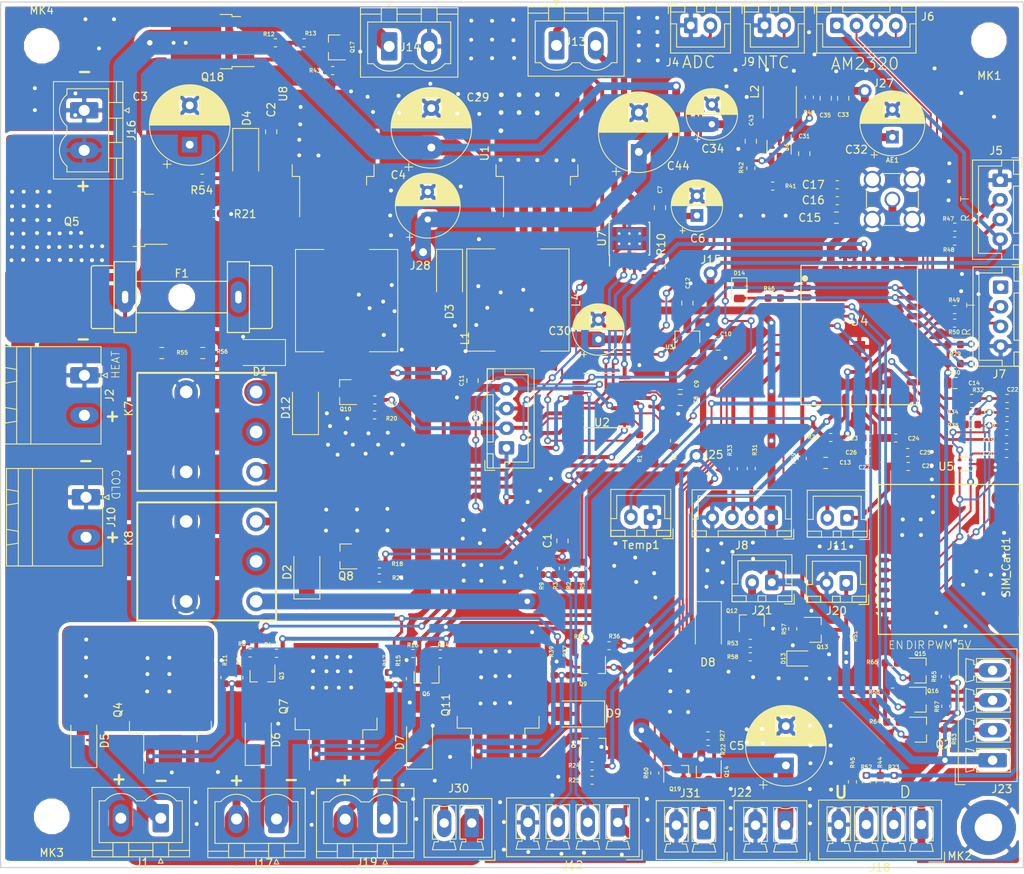
<source format=kicad_pcb>
(kicad_pcb (version 20171130) (host pcbnew "(5.0.2)-1")

  (general
    (thickness 1.6)
    (drawings 31)
    (tracks 1453)
    (zones 0)
    (modules 183)
    (nets 118)
  )

  (page A4)
  (title_block
    (title CeBaoDeng-V3)
    (date 2018-03-13)
    (rev 3.0)
  )

  (layers
    (0 F.Cu signal)
    (31 B.Cu signal)
    (32 B.Adhes user)
    (33 F.Adhes user)
    (34 B.Paste user)
    (35 F.Paste user)
    (36 B.SilkS user)
    (37 F.SilkS user)
    (38 B.Mask user)
    (39 F.Mask user)
    (40 Dwgs.User user)
    (41 Cmts.User user)
    (42 Eco1.User user)
    (43 Eco2.User user)
    (44 Edge.Cuts user)
    (45 Margin user)
    (46 B.CrtYd user)
    (47 F.CrtYd user)
    (48 B.Fab user)
    (49 F.Fab user hide)
  )

  (setup
    (last_trace_width 0.5)
    (user_trace_width 0.25)
    (user_trace_width 0.35)
    (user_trace_width 0.5)
    (user_trace_width 0.7)
    (user_trace_width 0.8)
    (user_trace_width 1)
    (user_trace_width 2)
    (user_trace_width 3)
    (trace_clearance 0.15)
    (zone_clearance 0.508)
    (zone_45_only yes)
    (trace_min 0.2)
    (segment_width 0.2)
    (edge_width 0.15)
    (via_size 0.9)
    (via_drill 0.5)
    (via_min_size 0.6)
    (via_min_drill 0.3)
    (user_via 0.6 0.4)
    (user_via 0.8 0.5)
    (user_via 1 0.6)
    (user_via 1.2 0.7)
    (uvia_size 0.3)
    (uvia_drill 0.1)
    (uvias_allowed no)
    (uvia_min_size 0.2)
    (uvia_min_drill 0.1)
    (pcb_text_width 0.3)
    (pcb_text_size 1.5 1.5)
    (mod_edge_width 0.15)
    (mod_text_size 1 1)
    (mod_text_width 0.15)
    (pad_size 1.8 3.6)
    (pad_drill 1.2)
    (pad_to_mask_clearance 0.2)
    (solder_mask_min_width 0.25)
    (aux_axis_origin 50 140)
    (visible_elements 7FFEFFFF)
    (pcbplotparams
      (layerselection 0x010f0_ffffffff)
      (usegerberextensions false)
      (usegerberattributes false)
      (usegerberadvancedattributes false)
      (creategerberjobfile true)
      (excludeedgelayer true)
      (linewidth 0.150000)
      (plotframeref false)
      (viasonmask false)
      (mode 1)
      (useauxorigin false)
      (hpglpennumber 1)
      (hpglpenspeed 20)
      (hpglpendiameter 15.000000)
      (psnegative false)
      (psa4output false)
      (plotreference true)
      (plotvalue true)
      (plotinvisibletext false)
      (padsonsilk true)
      (subtractmaskfromsilk false)
      (outputformat 1)
      (mirror false)
      (drillshape 0)
      (scaleselection 1)
      (outputdirectory "bzyGerberV2.2-191217/"))
  )

  (net 0 "")
  (net 1 GNDA)
  (net 2 "Net-(AE1-Pad1)")
  (net 3 +3V3)
  (net 4 +28V)
  (net 5 +12V)
  (net 6 "Net-(C8-Pad1)")
  (net 7 /STM8S003/NRST)
  (net 8 +5V)
  (net 9 /AIR202/TEMP)
  (net 10 +2V8)
  (net 11 +3V8)
  (net 12 "Net-(C18-Pad1)")
  (net 13 "Net-(C19-Pad1)")
  (net 14 "Net-(C21-Pad1)")
  (net 15 "Net-(C22-Pad1)")
  (net 16 "Net-(C23-Pad2)")
  (net 17 "Net-(C24-Pad2)")
  (net 18 "Net-(C31-Pad2)")
  (net 19 "Net-(C31-Pad1)")
  (net 20 "Net-(D1-Pad1)")
  (net 21 "Net-(D2-Pad2)")
  (net 22 "Net-(D3-Pad1)")
  (net 23 "Net-(D4-Pad2)")
  (net 24 "Net-(D12-Pad2)")
  (net 25 "Net-(D14-Pad2)")
  (net 26 +24V)
  (net 27 "Net-(J2-Pad2)")
  (net 28 /STM8S003/HEAT)
  (net 29 "Net-(J5-Pad2)")
  (net 30 "Net-(J5-Pad3)")
  (net 31 /AIR202/SCL)
  (net 32 /AIR202/SDA)
  (net 33 "Net-(J7-Pad2)")
  (net 34 "Net-(J7-Pad3)")
  (net 35 /AIR202/U1T)
  (net 36 /AIR202/U1R)
  (net 37 "Net-(J10-Pad2)")
  (net 38 /STM8S003/ADC)
  (net 39 +BATT)
  (net 40 "Net-(J20-Pad1)")
  (net 41 /AIR202/MOTOR_EN)
  (net 42 /AIR202/MOTOR_DIR)
  (net 43 /AIR202/MOTOR_M)
  (net 44 /AIR202/MOTOR_UP)
  (net 45 "Net-(Q1-Pad1)")
  (net 46 "Net-(Q3-Pad3)")
  (net 47 /STM8S003/TURN_PWM)
  (net 48 "Net-(Q3-Pad1)")
  (net 49 "Net-(Q6-Pad1)")
  (net 50 "Net-(Q6-Pad3)")
  (net 51 "Net-(Q8-Pad1)")
  (net 52 "Net-(Q11-Pad1)")
  (net 53 "Net-(Q9-Pad1)")
  (net 54 "Net-(Q10-Pad1)")
  (net 55 "Net-(Q12-Pad1)")
  (net 56 "Net-(Q14-Pad1)")
  (net 57 /POWER/V_BAT)
  (net 58 "Net-(J12-Pad3)")
  (net 59 /AIR202/DROP)
  (net 60 /AIR202/U1RXD)
  (net 61 "Net-(R32-Pad2)")
  (net 62 /AIR202/U1TXD)
  (net 63 "Net-(R34-Pad1)")
  (net 64 "Net-(R35-Pad1)")
  (net 65 "Net-(R40-Pad2)")
  (net 66 "Net-(R41-Pad2)")
  (net 67 /AIR202/LED)
  (net 68 /AIR202/U2TXD)
  (net 69 /AIR202/U2RXD)
  (net 70 /AIR202/H_TXD)
  (net 71 /AIR202/H_RXD)
  (net 72 /AIR202/LIGHT)
  (net 73 /AIR202/TAKE_PHOTO)
  (net 74 /AIR202/CTRL_12V)
  (net 75 /AIR202/RST)
  (net 76 "Net-(D5-Pad2)")
  (net 77 "Net-(D6-Pad2)")
  (net 78 "Net-(D7-Pad2)")
  (net 79 "Net-(D8-Pad1)")
  (net 80 "Net-(D9-Pad1)")
  (net 81 "Net-(J23-Pad2)")
  (net 82 "Net-(Q2-Pad1)")
  (net 83 /AIR202/M_EN)
  (net 84 "Net-(Q15-Pad1)")
  (net 85 /AIR202/M_DIR)
  (net 86 "Net-(Q16-Pad1)")
  (net 87 "Net-(U4-Pad18)")
  (net 88 "Net-(U4-Pad19)")
  (net 89 "Net-(MK4-Pad1)")
  (net 90 "Net-(MK3-Pad1)")
  (net 91 "Net-(MK1-Pad1)")
  (net 92 "Net-(J7-Pad1)")
  (net 93 "Net-(SIM_Card1-Pad6)")
  (net 94 /STM8S003/TURN_INO)
  (net 95 "Net-(Q19-Pad3)")
  (net 96 "Net-(J18-Pad2)")
  (net 97 /STM8S003/COLD)
  (net 98 "Net-(J18-Pad3)")
  (net 99 /STM8S003/NTC)
  (net 100 "Net-(R10-Pad1)")
  (net 101 "Net-(Q18-Pad1)")
  (net 102 "Net-(Q17-Pad3)")
  (net 103 /STM8S003/COLL_WIND)
  (net 104 /STM8S003/COOL_WIND)
  (net 105 "Net-(J12-Pad2)")
  (net 106 "Net-(Q19-Pad1)")
  (net 107 /STM8S003/TURN_IN)
  (net 108 /STM8S003/PWM)
  (net 109 "Net-(Q17-Pad1)")
  (net 110 /AIR202/MOTOR_DW)
  (net 111 "Net-(J31-Pad1)")
  (net 112 "Net-(D13-Pad2)")
  (net 113 /STM8S003/PP_DW)
  (net 114 /STM8S003/PP_UP)
  (net 115 "Net-(J13-Pad1)")
  (net 116 "Net-(J13-Pad2)")
  (net 117 "Net-(J14-Pad1)")

  (net_class Default 这是默认网络组.
    (clearance 0.15)
    (trace_width 0.3)
    (via_dia 0.9)
    (via_drill 0.5)
    (uvia_dia 0.3)
    (uvia_drill 0.1)
    (add_net +12V)
    (add_net +24V)
    (add_net +28V)
    (add_net +2V8)
    (add_net +3V3)
    (add_net +3V8)
    (add_net +5V)
    (add_net +BATT)
    (add_net /AIR202/CTRL_12V)
    (add_net /AIR202/DROP)
    (add_net /AIR202/H_RXD)
    (add_net /AIR202/H_TXD)
    (add_net /AIR202/LED)
    (add_net /AIR202/LIGHT)
    (add_net /AIR202/MOTOR_DIR)
    (add_net /AIR202/MOTOR_DW)
    (add_net /AIR202/MOTOR_EN)
    (add_net /AIR202/MOTOR_M)
    (add_net /AIR202/MOTOR_UP)
    (add_net /AIR202/M_DIR)
    (add_net /AIR202/M_EN)
    (add_net /AIR202/RST)
    (add_net /AIR202/SCL)
    (add_net /AIR202/SDA)
    (add_net /AIR202/TAKE_PHOTO)
    (add_net /AIR202/TEMP)
    (add_net /AIR202/U1R)
    (add_net /AIR202/U1RXD)
    (add_net /AIR202/U1T)
    (add_net /AIR202/U1TXD)
    (add_net /AIR202/U2RXD)
    (add_net /AIR202/U2TXD)
    (add_net /POWER/V_BAT)
    (add_net /STM8S003/ADC)
    (add_net /STM8S003/COLD)
    (add_net /STM8S003/COLL_WIND)
    (add_net /STM8S003/COOL_WIND)
    (add_net /STM8S003/HEAT)
    (add_net /STM8S003/NRST)
    (add_net /STM8S003/NTC)
    (add_net /STM8S003/PP_DW)
    (add_net /STM8S003/PP_UP)
    (add_net /STM8S003/PWM)
    (add_net /STM8S003/TURN_IN)
    (add_net /STM8S003/TURN_INO)
    (add_net /STM8S003/TURN_PWM)
    (add_net GNDA)
    (add_net "Net-(AE1-Pad1)")
    (add_net "Net-(C18-Pad1)")
    (add_net "Net-(C19-Pad1)")
    (add_net "Net-(C21-Pad1)")
    (add_net "Net-(C22-Pad1)")
    (add_net "Net-(C23-Pad2)")
    (add_net "Net-(C24-Pad2)")
    (add_net "Net-(C31-Pad1)")
    (add_net "Net-(C31-Pad2)")
    (add_net "Net-(C8-Pad1)")
    (add_net "Net-(D1-Pad1)")
    (add_net "Net-(D12-Pad2)")
    (add_net "Net-(D13-Pad2)")
    (add_net "Net-(D14-Pad2)")
    (add_net "Net-(D2-Pad2)")
    (add_net "Net-(D3-Pad1)")
    (add_net "Net-(D4-Pad2)")
    (add_net "Net-(D5-Pad2)")
    (add_net "Net-(D6-Pad2)")
    (add_net "Net-(D7-Pad2)")
    (add_net "Net-(D8-Pad1)")
    (add_net "Net-(D9-Pad1)")
    (add_net "Net-(J10-Pad2)")
    (add_net "Net-(J12-Pad2)")
    (add_net "Net-(J12-Pad3)")
    (add_net "Net-(J13-Pad1)")
    (add_net "Net-(J13-Pad2)")
    (add_net "Net-(J14-Pad1)")
    (add_net "Net-(J18-Pad2)")
    (add_net "Net-(J18-Pad3)")
    (add_net "Net-(J2-Pad2)")
    (add_net "Net-(J20-Pad1)")
    (add_net "Net-(J23-Pad2)")
    (add_net "Net-(J31-Pad1)")
    (add_net "Net-(J5-Pad2)")
    (add_net "Net-(J5-Pad3)")
    (add_net "Net-(J7-Pad1)")
    (add_net "Net-(J7-Pad2)")
    (add_net "Net-(J7-Pad3)")
    (add_net "Net-(MK1-Pad1)")
    (add_net "Net-(MK3-Pad1)")
    (add_net "Net-(MK4-Pad1)")
    (add_net "Net-(Q1-Pad1)")
    (add_net "Net-(Q10-Pad1)")
    (add_net "Net-(Q11-Pad1)")
    (add_net "Net-(Q12-Pad1)")
    (add_net "Net-(Q14-Pad1)")
    (add_net "Net-(Q15-Pad1)")
    (add_net "Net-(Q16-Pad1)")
    (add_net "Net-(Q17-Pad1)")
    (add_net "Net-(Q17-Pad3)")
    (add_net "Net-(Q18-Pad1)")
    (add_net "Net-(Q19-Pad1)")
    (add_net "Net-(Q19-Pad3)")
    (add_net "Net-(Q2-Pad1)")
    (add_net "Net-(Q3-Pad1)")
    (add_net "Net-(Q3-Pad3)")
    (add_net "Net-(Q6-Pad1)")
    (add_net "Net-(Q6-Pad3)")
    (add_net "Net-(Q8-Pad1)")
    (add_net "Net-(Q9-Pad1)")
    (add_net "Net-(R10-Pad1)")
    (add_net "Net-(R32-Pad2)")
    (add_net "Net-(R34-Pad1)")
    (add_net "Net-(R35-Pad1)")
    (add_net "Net-(R40-Pad2)")
    (add_net "Net-(R41-Pad2)")
    (add_net "Net-(SIM_Card1-Pad6)")
    (add_net "Net-(U4-Pad18)")
    (add_net "Net-(U4-Pad19)")
  )

  (net_class +24V ""
    (clearance 0.5)
    (trace_width 0.5)
    (via_dia 1)
    (via_drill 0.6)
    (uvia_dia 0.3)
    (uvia_drill 0.1)
  )

  (net_class +28V ""
    (clearance 0.5)
    (trace_width 0.5)
    (via_dia 1)
    (via_drill 0.6)
    (uvia_dia 0.3)
    (uvia_drill 0.1)
  )

  (module Connector_Phoenix_MSTB:PhoenixContact_MSTBA_2,5_2-G-5,08_1x02_P5.08mm_Horizontal (layer F.Cu) (tedit 5B785047) (tstamp 5DACFED4)
    (at 60.6552 77.4446 270)
    (descr "Generic Phoenix Contact connector footprint for: MSTBA_2,5/2-G-5,08; number of pins: 02; pin pitch: 5.08mm; Angled || order number: 1757242 12A || order number: 1923869 16A (HC)")
    (tags "phoenix_contact connector MSTBA_01x02_G_5.08mm")
    (path /5AA262B8/5C131CEB)
    (fp_text reference J2 (at 2.54 -3.2 270) (layer F.SilkS)
      (effects (font (size 1 1) (thickness 0.15)))
    )
    (fp_text value HEAT (at 2.54 11.2 270) (layer F.Fab)
      (effects (font (size 1 1) (thickness 0.15)))
    )
    (fp_line (start -3.65 -2.11) (end -3.65 10.11) (layer F.SilkS) (width 0.12))
    (fp_line (start -3.65 10.11) (end 8.73 10.11) (layer F.SilkS) (width 0.12))
    (fp_line (start 8.73 10.11) (end 8.73 -2.11) (layer F.SilkS) (width 0.12))
    (fp_line (start 8.73 -2.11) (end -3.65 -2.11) (layer F.SilkS) (width 0.12))
    (fp_line (start -3.54 -2) (end -3.54 10) (layer F.Fab) (width 0.1))
    (fp_line (start -3.54 10) (end 8.62 10) (layer F.Fab) (width 0.1))
    (fp_line (start 8.62 10) (end 8.62 -2) (layer F.Fab) (width 0.1))
    (fp_line (start 8.62 -2) (end -3.54 -2) (layer F.Fab) (width 0.1))
    (fp_line (start -3.65 8.61) (end -3.65 6.81) (layer F.SilkS) (width 0.12))
    (fp_line (start -3.65 6.81) (end 8.73 6.81) (layer F.SilkS) (width 0.12))
    (fp_line (start 8.73 6.81) (end 8.73 8.61) (layer F.SilkS) (width 0.12))
    (fp_line (start 8.73 8.61) (end -3.65 8.61) (layer F.SilkS) (width 0.12))
    (fp_line (start -1 10.11) (end 1 10.11) (layer F.SilkS) (width 0.12))
    (fp_line (start 1 10.11) (end 0.75 8.61) (layer F.SilkS) (width 0.12))
    (fp_line (start 0.75 8.61) (end -0.75 8.61) (layer F.SilkS) (width 0.12))
    (fp_line (start -0.75 8.61) (end -1 10.11) (layer F.SilkS) (width 0.12))
    (fp_line (start 4.08 10.11) (end 6.08 10.11) (layer F.SilkS) (width 0.12))
    (fp_line (start 6.08 10.11) (end 5.83 8.61) (layer F.SilkS) (width 0.12))
    (fp_line (start 5.83 8.61) (end 4.33 8.61) (layer F.SilkS) (width 0.12))
    (fp_line (start 4.33 8.61) (end 4.08 10.11) (layer F.SilkS) (width 0.12))
    (fp_line (start -4.04 -2.5) (end -4.04 10.5) (layer F.CrtYd) (width 0.05))
    (fp_line (start -4.04 10.5) (end 9.12 10.5) (layer F.CrtYd) (width 0.05))
    (fp_line (start 9.12 10.5) (end 9.12 -2.5) (layer F.CrtYd) (width 0.05))
    (fp_line (start 9.12 -2.5) (end -4.04 -2.5) (layer F.CrtYd) (width 0.05))
    (fp_line (start 0.3 -2.91) (end 0 -2.31) (layer F.SilkS) (width 0.12))
    (fp_line (start 0 -2.31) (end -0.3 -2.91) (layer F.SilkS) (width 0.12))
    (fp_line (start -0.3 -2.91) (end 0.3 -2.91) (layer F.SilkS) (width 0.12))
    (fp_line (start 0.95 -2) (end 0 -0.5) (layer F.Fab) (width 0.1))
    (fp_line (start 0 -0.5) (end -0.95 -2) (layer F.Fab) (width 0.1))
    (fp_text user %R (at 2.54 -1.3 270) (layer F.Fab)
      (effects (font (size 1 1) (thickness 0.15)))
    )
    (pad 1 thru_hole roundrect (at 0 0 270) (size 2.08 3.6) (drill 1.4) (layers *.Cu *.Mask) (roundrect_rratio 0.120192)
      (net 1 GNDA))
    (pad 2 thru_hole oval (at 5.08 0 270) (size 2.08 3.6) (drill 1.4) (layers *.Cu *.Mask)
      (net 27 "Net-(J2-Pad2)"))
    (model ${KISYS3DMOD}/Connector_Phoenix_MSTB.3dshapes/PhoenixContact_MSTBA_2,5_2-G-5,08_1x02_P5.08mm_Horizontal.wrl
      (at (xyz 0 0 0))
      (scale (xyz 1 1 1))
      (rotate (xyz 0 0 0))
    )
  )

  (module Connector_Phoenix_MC:PhoenixContact_MCV_1,5_4-G-3.5_1x04_P3.50mm_Vertical (layer F.Cu) (tedit 5B784ED0) (tstamp 5DAB77A5)
    (at 167.0304 134.5438 180)
    (descr "Generic Phoenix Contact connector footprint for: MCV_1,5/4-G-3.5; number of pins: 04; pin pitch: 3.50mm; Vertical || order number: 1843622 8A 160V")
    (tags "phoenix_contact connector MCV_01x04_G_3.5mm")
    (path /5AA28A58/5E0D793A)
    (fp_text reference J18 (at 5.25 -5.45 180) (layer F.SilkS)
      (effects (font (size 1 1) (thickness 0.15)))
    )
    (fp_text value LIMIT (at 5.25 4.2 180) (layer F.Fab)
      (effects (font (size 1 1) (thickness 0.15)))
    )
    (fp_arc (start 0 3.95) (end -0.75 2.25) (angle 47.6) (layer F.SilkS) (width 0.12))
    (fp_arc (start 3.5 3.95) (end 2.75 2.25) (angle 47.6) (layer F.SilkS) (width 0.12))
    (fp_arc (start 7 3.95) (end 6.25 2.25) (angle 47.6) (layer F.SilkS) (width 0.12))
    (fp_arc (start 10.5 3.95) (end 9.75 2.25) (angle 47.6) (layer F.SilkS) (width 0.12))
    (fp_line (start -2.56 -4.36) (end -2.56 3.11) (layer F.SilkS) (width 0.12))
    (fp_line (start -2.56 3.11) (end 13.06 3.11) (layer F.SilkS) (width 0.12))
    (fp_line (start 13.06 3.11) (end 13.06 -4.36) (layer F.SilkS) (width 0.12))
    (fp_line (start 13.06 -4.36) (end -2.56 -4.36) (layer F.SilkS) (width 0.12))
    (fp_line (start -2.45 -4.25) (end -2.45 3) (layer F.Fab) (width 0.1))
    (fp_line (start -2.45 3) (end 12.95 3) (layer F.Fab) (width 0.1))
    (fp_line (start 12.95 3) (end 12.95 -4.25) (layer F.Fab) (width 0.1))
    (fp_line (start 12.95 -4.25) (end -2.45 -4.25) (layer F.Fab) (width 0.1))
    (fp_line (start -0.75 2.25) (end -1.5 2.25) (layer F.SilkS) (width 0.12))
    (fp_line (start -1.5 2.25) (end -1.5 -2.05) (layer F.SilkS) (width 0.12))
    (fp_line (start -1.5 -2.05) (end -0.75 -2.05) (layer F.SilkS) (width 0.12))
    (fp_line (start -0.75 -2.05) (end -0.75 -2.4) (layer F.SilkS) (width 0.12))
    (fp_line (start -0.75 -2.4) (end -1.25 -2.4) (layer F.SilkS) (width 0.12))
    (fp_line (start -1.25 -2.4) (end -1.5 -3.4) (layer F.SilkS) (width 0.12))
    (fp_line (start -1.5 -3.4) (end 1.5 -3.4) (layer F.SilkS) (width 0.12))
    (fp_line (start 1.5 -3.4) (end 1.25 -2.4) (layer F.SilkS) (width 0.12))
    (fp_line (start 1.25 -2.4) (end 0.75 -2.4) (layer F.SilkS) (width 0.12))
    (fp_line (start 0.75 -2.4) (end 0.75 -2.05) (layer F.SilkS) (width 0.12))
    (fp_line (start 0.75 -2.05) (end 1.5 -2.05) (layer F.SilkS) (width 0.12))
    (fp_line (start 1.5 -2.05) (end 1.5 2.25) (layer F.SilkS) (width 0.12))
    (fp_line (start 1.5 2.25) (end 0.75 2.25) (layer F.SilkS) (width 0.12))
    (fp_line (start 2.75 2.25) (end 2 2.25) (layer F.SilkS) (width 0.12))
    (fp_line (start 2 2.25) (end 2 -2.05) (layer F.SilkS) (width 0.12))
    (fp_line (start 2 -2.05) (end 2.75 -2.05) (layer F.SilkS) (width 0.12))
    (fp_line (start 2.75 -2.05) (end 2.75 -2.4) (layer F.SilkS) (width 0.12))
    (fp_line (start 2.75 -2.4) (end 2.25 -2.4) (layer F.SilkS) (width 0.12))
    (fp_line (start 2.25 -2.4) (end 2 -3.4) (layer F.SilkS) (width 0.12))
    (fp_line (start 2 -3.4) (end 5 -3.4) (layer F.SilkS) (width 0.12))
    (fp_line (start 5 -3.4) (end 4.75 -2.4) (layer F.SilkS) (width 0.12))
    (fp_line (start 4.75 -2.4) (end 4.25 -2.4) (layer F.SilkS) (width 0.12))
    (fp_line (start 4.25 -2.4) (end 4.25 -2.05) (layer F.SilkS) (width 0.12))
    (fp_line (start 4.25 -2.05) (end 5 -2.05) (layer F.SilkS) (width 0.12))
    (fp_line (start 5 -2.05) (end 5 2.25) (layer F.SilkS) (width 0.12))
    (fp_line (start 5 2.25) (end 4.25 2.25) (layer F.SilkS) (width 0.12))
    (fp_line (start 6.25 2.25) (end 5.5 2.25) (layer F.SilkS) (width 0.12))
    (fp_line (start 5.5 2.25) (end 5.5 -2.05) (layer F.SilkS) (width 0.12))
    (fp_line (start 5.5 -2.05) (end 6.25 -2.05) (layer F.SilkS) (width 0.12))
    (fp_line (start 6.25 -2.05) (end 6.25 -2.4) (layer F.SilkS) (width 0.12))
    (fp_line (start 6.25 -2.4) (end 5.75 -2.4) (layer F.SilkS) (width 0.12))
    (fp_line (start 5.75 -2.4) (end 5.5 -3.4) (layer F.SilkS) (width 0.12))
    (fp_line (start 5.5 -3.4) (end 8.5 -3.4) (layer F.SilkS) (width 0.12))
    (fp_line (start 8.5 -3.4) (end 8.25 -2.4) (layer F.SilkS) (width 0.12))
    (fp_line (start 8.25 -2.4) (end 7.75 -2.4) (layer F.SilkS) (width 0.12))
    (fp_line (start 7.75 -2.4) (end 7.75 -2.05) (layer F.SilkS) (width 0.12))
    (fp_line (start 7.75 -2.05) (end 8.5 -2.05) (layer F.SilkS) (width 0.12))
    (fp_line (start 8.5 -2.05) (end 8.5 2.25) (layer F.SilkS) (width 0.12))
    (fp_line (start 8.5 2.25) (end 7.75 2.25) (layer F.SilkS) (width 0.12))
    (fp_line (start 9.75 2.25) (end 9 2.25) (layer F.SilkS) (width 0.12))
    (fp_line (start 9 2.25) (end 9 -2.05) (layer F.SilkS) (width 0.12))
    (fp_line (start 9 -2.05) (end 9.75 -2.05) (layer F.SilkS) (width 0.12))
    (fp_line (start 9.75 -2.05) (end 9.75 -2.4) (layer F.SilkS) (width 0.12))
    (fp_line (start 9.75 -2.4) (end 9.25 -2.4) (layer F.SilkS) (width 0.12))
    (fp_line (start 9.25 -2.4) (end 9 -3.4) (layer F.SilkS) (width 0.12))
    (fp_line (start 9 -3.4) (end 12 -3.4) (layer F.SilkS) (width 0.12))
    (fp_line (start 12 -3.4) (end 11.75 -2.4) (layer F.SilkS) (width 0.12))
    (fp_line (start 11.75 -2.4) (end 11.25 -2.4) (layer F.SilkS) (width 0.12))
    (fp_line (start 11.25 -2.4) (end 11.25 -2.05) (layer F.SilkS) (width 0.12))
    (fp_line (start 11.25 -2.05) (end 12 -2.05) (layer F.SilkS) (width 0.12))
    (fp_line (start 12 -2.05) (end 12 2.25) (layer F.SilkS) (width 0.12))
    (fp_line (start 12 2.25) (end 11.25 2.25) (layer F.SilkS) (width 0.12))
    (fp_line (start -2.95 -4.75) (end -2.95 3.5) (layer F.CrtYd) (width 0.05))
    (fp_line (start -2.95 3.5) (end 13.45 3.5) (layer F.CrtYd) (width 0.05))
    (fp_line (start 13.45 3.5) (end 13.45 -4.75) (layer F.CrtYd) (width 0.05))
    (fp_line (start 13.45 -4.75) (end -2.95 -4.75) (layer F.CrtYd) (width 0.05))
    (fp_line (start -2.95 -3.5) (end -2.95 -4.75) (layer F.SilkS) (width 0.12))
    (fp_line (start -2.95 -4.75) (end -0.95 -4.75) (layer F.SilkS) (width 0.12))
    (fp_line (start -2.95 -3.5) (end -2.95 -4.75) (layer F.Fab) (width 0.1))
    (fp_line (start -2.95 -4.75) (end -0.95 -4.75) (layer F.Fab) (width 0.1))
    (fp_text user %R (at 5.25 -3.55 180) (layer F.Fab)
      (effects (font (size 1 1) (thickness 0.15)))
    )
    (pad 1 thru_hole roundrect (at 0 0 180) (size 1.8 3.6) (drill 1.2) (layers *.Cu *.Mask) (roundrect_rratio 0.138889)
      (net 8 +5V))
    (pad 2 thru_hole oval (at 3.5 0 180) (size 1.8 3.6) (drill 1.2) (layers *.Cu *.Mask)
      (net 96 "Net-(J18-Pad2)"))
    (pad 3 thru_hole oval (at 7 0 180) (size 1.8 3.6) (drill 1.2) (layers *.Cu *.Mask)
      (net 98 "Net-(J18-Pad3)"))
    (pad 4 thru_hole oval (at 10.5 0 180) (size 1.8 3.6) (drill 1.2) (layers *.Cu *.Mask)
      (net 1 GNDA))
    (model ${KISYS3DMOD}/Connector_Phoenix_MC.3dshapes/PhoenixContact_MCV_1,5_4-G-3.5_1x04_P3.50mm_Vertical.wrl
      (at (xyz 0 0 0))
      (scale (xyz 1 1 1))
      (rotate (xyz 0 0 0))
    )
  )

  (module Connector_Phoenix_MSTB:PhoenixContact_MSTBVA_2,5_2-G-5,08_1x02_P5.08mm_Vertical (layer F.Cu) (tedit 5B785047) (tstamp 5DAB751D)
    (at 60.6298 43.7642 270)
    (descr "Generic Phoenix Contact connector footprint for: MSTBVA_2,5/2-G-5,08; number of pins: 02; pin pitch: 5.08mm; Vertical || order number: 1755736 12A || order number: 1924305 16A (HC)")
    (tags "phoenix_contact connector MSTBVA_01x02_G_5.08mm")
    (path /5AA29947/5C1296EC)
    (fp_text reference J16 (at 2.54 -6 270) (layer F.SilkS)
      (effects (font (size 1 1) (thickness 0.15)))
    )
    (fp_text value V_BAT (at 2.54 5 270) (layer F.Fab)
      (effects (font (size 1 1) (thickness 0.15)))
    )
    (fp_arc (start 0 0.55) (end -2 2.2) (angle -100.5) (layer F.SilkS) (width 0.12))
    (fp_arc (start 5.08 0.55) (end 3.08 2.2) (angle -100.5) (layer F.SilkS) (width 0.12))
    (fp_line (start -3.65 -4.91) (end -3.65 3.91) (layer F.SilkS) (width 0.12))
    (fp_line (start -3.65 3.91) (end 8.73 3.91) (layer F.SilkS) (width 0.12))
    (fp_line (start 8.73 3.91) (end 8.73 -4.91) (layer F.SilkS) (width 0.12))
    (fp_line (start 8.73 -4.91) (end -3.65 -4.91) (layer F.SilkS) (width 0.12))
    (fp_line (start -3.54 -4.8) (end -3.54 3.8) (layer F.Fab) (width 0.1))
    (fp_line (start -3.54 3.8) (end 8.62 3.8) (layer F.Fab) (width 0.1))
    (fp_line (start 8.62 3.8) (end 8.62 -4.8) (layer F.Fab) (width 0.1))
    (fp_line (start 8.62 -4.8) (end -3.54 -4.8) (layer F.Fab) (width 0.1))
    (fp_line (start -3.65 -4.1) (end -1.11 -4.1) (layer F.SilkS) (width 0.12))
    (fp_line (start 8.73 -4.1) (end 6.19 -4.1) (layer F.SilkS) (width 0.12))
    (fp_line (start 1 -4.1) (end 4.08 -4.1) (layer F.SilkS) (width 0.12))
    (fp_line (start -1 -3.1) (end -1 -4.91) (layer F.SilkS) (width 0.12))
    (fp_line (start -1 -4.91) (end 1 -4.91) (layer F.SilkS) (width 0.12))
    (fp_line (start 1 -4.91) (end 1 -3.1) (layer F.SilkS) (width 0.12))
    (fp_line (start 1 -3.1) (end -1 -3.1) (layer F.SilkS) (width 0.12))
    (fp_line (start 4.08 -3.1) (end 4.08 -4.91) (layer F.SilkS) (width 0.12))
    (fp_line (start 4.08 -4.91) (end 6.08 -4.91) (layer F.SilkS) (width 0.12))
    (fp_line (start 6.08 -4.91) (end 6.08 -3.1) (layer F.SilkS) (width 0.12))
    (fp_line (start 6.08 -3.1) (end 4.08 -3.1) (layer F.SilkS) (width 0.12))
    (fp_line (start 2 2.2) (end 3.08 2.2) (layer F.SilkS) (width 0.12))
    (fp_line (start -2 2.2) (end -2.74 2.2) (layer F.SilkS) (width 0.12))
    (fp_line (start -2.74 2.2) (end -2.74 -3.1) (layer F.SilkS) (width 0.12))
    (fp_line (start -2.74 -3.1) (end 7.82 -3.1) (layer F.SilkS) (width 0.12))
    (fp_line (start 7.82 -3.1) (end 7.82 2.2) (layer F.SilkS) (width 0.12))
    (fp_line (start 7.82 2.2) (end 7.08 2.2) (layer F.SilkS) (width 0.12))
    (fp_line (start -4.04 -5.3) (end -4.04 4.3) (layer F.CrtYd) (width 0.05))
    (fp_line (start -4.04 4.3) (end 9.12 4.3) (layer F.CrtYd) (width 0.05))
    (fp_line (start 9.12 4.3) (end 9.12 -5.3) (layer F.CrtYd) (width 0.05))
    (fp_line (start 9.12 -5.3) (end -4.04 -5.3) (layer F.CrtYd) (width 0.05))
    (fp_line (start 0.3 -5.71) (end 0 -5.11) (layer F.SilkS) (width 0.12))
    (fp_line (start 0 -5.11) (end -0.3 -5.71) (layer F.SilkS) (width 0.12))
    (fp_line (start -0.3 -5.71) (end 0.3 -5.71) (layer F.SilkS) (width 0.12))
    (fp_line (start 0.5 -3.55) (end 0 -2.55) (layer F.Fab) (width 0.1))
    (fp_line (start 0 -2.55) (end -0.5 -3.55) (layer F.Fab) (width 0.1))
    (fp_line (start -0.5 -3.55) (end 0.5 -3.55) (layer F.Fab) (width 0.1))
    (fp_text user %R (at 2.54 -4.1 270) (layer F.Fab)
      (effects (font (size 1 1) (thickness 0.15)))
    )
    (pad 1 thru_hole roundrect (at 0 0 270) (size 2.08 3.6) (drill 1.4) (layers *.Cu *.Mask) (roundrect_rratio 0.120192)
      (net 1 GNDA))
    (pad 2 thru_hole oval (at 5.08 0 270) (size 2.08 3.6) (drill 1.4) (layers *.Cu *.Mask)
      (net 39 +BATT))
    (model ${KISYS3DMOD}/Connector_Phoenix_MSTB.3dshapes/PhoenixContact_MSTBVA_2,5_2-G-5,08_1x02_P5.08mm_Vertical.wrl
      (at (xyz 0 0 0))
      (scale (xyz 1 1 1))
      (rotate (xyz 0 0 0))
    )
  )

  (module Connector_JST:JST_XH_B02B-XH-A_1x02_P2.50mm_Vertical (layer F.Cu) (tedit 5B7754C5) (tstamp 5D93E72B)
    (at 137.7188 32.9692)
    (descr "JST XH series connector, B02B-XH-A (http://www.jst-mfg.com/product/pdf/eng/eXH.pdf), generated with kicad-footprint-generator")
    (tags "connector JST XH side entry")
    (path /5AA262B8/5D893B59)
    (fp_text reference J4 (at -2.3114 4.699) (layer F.SilkS)
      (effects (font (size 1 1) (thickness 0.15)))
    )
    (fp_text value ADC (at 1.25 4.6) (layer F.Fab)
      (effects (font (size 1 1) (thickness 0.15)))
    )
    (fp_text user %R (at 1.25 2.7) (layer F.Fab)
      (effects (font (size 1 1) (thickness 0.15)))
    )
    (fp_line (start -2.85 -2.75) (end -2.85 -1.5) (layer F.SilkS) (width 0.12))
    (fp_line (start -1.6 -2.75) (end -2.85 -2.75) (layer F.SilkS) (width 0.12))
    (fp_line (start 4.3 2.75) (end 1.25 2.75) (layer F.SilkS) (width 0.12))
    (fp_line (start 4.3 -0.2) (end 4.3 2.75) (layer F.SilkS) (width 0.12))
    (fp_line (start 5.05 -0.2) (end 4.3 -0.2) (layer F.SilkS) (width 0.12))
    (fp_line (start -1.8 2.75) (end 1.25 2.75) (layer F.SilkS) (width 0.12))
    (fp_line (start -1.8 -0.2) (end -1.8 2.75) (layer F.SilkS) (width 0.12))
    (fp_line (start -2.55 -0.2) (end -1.8 -0.2) (layer F.SilkS) (width 0.12))
    (fp_line (start 5.05 -2.45) (end 3.25 -2.45) (layer F.SilkS) (width 0.12))
    (fp_line (start 5.05 -1.7) (end 5.05 -2.45) (layer F.SilkS) (width 0.12))
    (fp_line (start 3.25 -1.7) (end 5.05 -1.7) (layer F.SilkS) (width 0.12))
    (fp_line (start 3.25 -2.45) (end 3.25 -1.7) (layer F.SilkS) (width 0.12))
    (fp_line (start -0.75 -2.45) (end -2.55 -2.45) (layer F.SilkS) (width 0.12))
    (fp_line (start -0.75 -1.7) (end -0.75 -2.45) (layer F.SilkS) (width 0.12))
    (fp_line (start -2.55 -1.7) (end -0.75 -1.7) (layer F.SilkS) (width 0.12))
    (fp_line (start -2.55 -2.45) (end -2.55 -1.7) (layer F.SilkS) (width 0.12))
    (fp_line (start 1.75 -2.45) (end 0.75 -2.45) (layer F.SilkS) (width 0.12))
    (fp_line (start 1.75 -1.7) (end 1.75 -2.45) (layer F.SilkS) (width 0.12))
    (fp_line (start 0.75 -1.7) (end 1.75 -1.7) (layer F.SilkS) (width 0.12))
    (fp_line (start 0.75 -2.45) (end 0.75 -1.7) (layer F.SilkS) (width 0.12))
    (fp_line (start 0 -1.35) (end 0.625 -2.35) (layer F.Fab) (width 0.1))
    (fp_line (start -0.625 -2.35) (end 0 -1.35) (layer F.Fab) (width 0.1))
    (fp_line (start 5.45 -2.85) (end -2.95 -2.85) (layer F.CrtYd) (width 0.05))
    (fp_line (start 5.45 3.9) (end 5.45 -2.85) (layer F.CrtYd) (width 0.05))
    (fp_line (start -2.95 3.9) (end 5.45 3.9) (layer F.CrtYd) (width 0.05))
    (fp_line (start -2.95 -2.85) (end -2.95 3.9) (layer F.CrtYd) (width 0.05))
    (fp_line (start 5.06 -2.46) (end -2.56 -2.46) (layer F.SilkS) (width 0.12))
    (fp_line (start 5.06 3.51) (end 5.06 -2.46) (layer F.SilkS) (width 0.12))
    (fp_line (start -2.56 3.51) (end 5.06 3.51) (layer F.SilkS) (width 0.12))
    (fp_line (start -2.56 -2.46) (end -2.56 3.51) (layer F.SilkS) (width 0.12))
    (fp_line (start 4.95 -2.35) (end -2.45 -2.35) (layer F.Fab) (width 0.1))
    (fp_line (start 4.95 3.4) (end 4.95 -2.35) (layer F.Fab) (width 0.1))
    (fp_line (start -2.45 3.4) (end 4.95 3.4) (layer F.Fab) (width 0.1))
    (fp_line (start -2.45 -2.35) (end -2.45 3.4) (layer F.Fab) (width 0.1))
    (pad 2 thru_hole oval (at 2.5 0) (size 1.7 2) (drill 1) (layers *.Cu *.Mask)
      (net 38 /STM8S003/ADC))
    (pad 1 thru_hole roundrect (at 0 0) (size 1.7 2) (drill 1) (layers *.Cu *.Mask) (roundrect_rratio 0.147059)
      (net 1 GNDA))
    (model ${KISYS3DMOD}/Connector_JST.3dshapes/JST_XH_B02B-XH-A_1x02_P2.50mm_Vertical.wrl
      (at (xyz 0 0 0))
      (scale (xyz 1 1 1))
      (rotate (xyz 0 0 0))
    )
  )

  (module Connector_Phoenix_MSTB:PhoenixContact_MSTBVA_2,5_2-G-5,08_1x02_P5.08mm_Vertical (layer F.Cu) (tedit 5B785047) (tstamp 5D96CECE)
    (at 99.3902 35.6362)
    (descr "Generic Phoenix Contact connector footprint for: MSTBVA_2,5/2-G-5,08; number of pins: 02; pin pitch: 5.08mm; Vertical || order number: 1755736 12A || order number: 1924305 16A (HC)")
    (tags "phoenix_contact connector MSTBVA_01x02_G_5.08mm")
    (path /5AA262B8/5D78D4D9)
    (fp_text reference J14 (at 2.667 0.1016) (layer F.SilkS)
      (effects (font (size 1 1) (thickness 0.15)))
    )
    (fp_text value PWM (at 2.54 5) (layer F.Fab)
      (effects (font (size 1 1) (thickness 0.15)))
    )
    (fp_arc (start 0 0.55) (end -2 2.2) (angle -100.5) (layer F.SilkS) (width 0.12))
    (fp_arc (start 5.08 0.55) (end 3.08 2.2) (angle -100.5) (layer F.SilkS) (width 0.12))
    (fp_line (start -3.65 -4.91) (end -3.65 3.91) (layer F.SilkS) (width 0.12))
    (fp_line (start -3.65 3.91) (end 8.73 3.91) (layer F.SilkS) (width 0.12))
    (fp_line (start 8.73 3.91) (end 8.73 -4.91) (layer F.SilkS) (width 0.12))
    (fp_line (start 8.73 -4.91) (end -3.65 -4.91) (layer F.SilkS) (width 0.12))
    (fp_line (start -3.54 -4.8) (end -3.54 3.8) (layer F.Fab) (width 0.1))
    (fp_line (start -3.54 3.8) (end 8.62 3.8) (layer F.Fab) (width 0.1))
    (fp_line (start 8.62 3.8) (end 8.62 -4.8) (layer F.Fab) (width 0.1))
    (fp_line (start 8.62 -4.8) (end -3.54 -4.8) (layer F.Fab) (width 0.1))
    (fp_line (start -3.65 -4.1) (end -1.11 -4.1) (layer F.SilkS) (width 0.12))
    (fp_line (start 8.73 -4.1) (end 6.19 -4.1) (layer F.SilkS) (width 0.12))
    (fp_line (start 1 -4.1) (end 4.08 -4.1) (layer F.SilkS) (width 0.12))
    (fp_line (start -1 -3.1) (end -1 -4.91) (layer F.SilkS) (width 0.12))
    (fp_line (start -1 -4.91) (end 1 -4.91) (layer F.SilkS) (width 0.12))
    (fp_line (start 1 -4.91) (end 1 -3.1) (layer F.SilkS) (width 0.12))
    (fp_line (start 1 -3.1) (end -1 -3.1) (layer F.SilkS) (width 0.12))
    (fp_line (start 4.08 -3.1) (end 4.08 -4.91) (layer F.SilkS) (width 0.12))
    (fp_line (start 4.08 -4.91) (end 6.08 -4.91) (layer F.SilkS) (width 0.12))
    (fp_line (start 6.08 -4.91) (end 6.08 -3.1) (layer F.SilkS) (width 0.12))
    (fp_line (start 6.08 -3.1) (end 4.08 -3.1) (layer F.SilkS) (width 0.12))
    (fp_line (start 2 2.2) (end 3.08 2.2) (layer F.SilkS) (width 0.12))
    (fp_line (start -2 2.2) (end -2.74 2.2) (layer F.SilkS) (width 0.12))
    (fp_line (start -2.74 2.2) (end -2.74 -3.1) (layer F.SilkS) (width 0.12))
    (fp_line (start -2.74 -3.1) (end 7.82 -3.1) (layer F.SilkS) (width 0.12))
    (fp_line (start 7.82 -3.1) (end 7.82 2.2) (layer F.SilkS) (width 0.12))
    (fp_line (start 7.82 2.2) (end 7.08 2.2) (layer F.SilkS) (width 0.12))
    (fp_line (start -4.04 -5.3) (end -4.04 4.3) (layer F.CrtYd) (width 0.05))
    (fp_line (start -4.04 4.3) (end 9.12 4.3) (layer F.CrtYd) (width 0.05))
    (fp_line (start 9.12 4.3) (end 9.12 -5.3) (layer F.CrtYd) (width 0.05))
    (fp_line (start 9.12 -5.3) (end -4.04 -5.3) (layer F.CrtYd) (width 0.05))
    (fp_line (start 0.3 -5.71) (end 0 -5.11) (layer F.SilkS) (width 0.12))
    (fp_line (start 0 -5.11) (end -0.3 -5.71) (layer F.SilkS) (width 0.12))
    (fp_line (start -0.3 -5.71) (end 0.3 -5.71) (layer F.SilkS) (width 0.12))
    (fp_line (start 0.5 -3.55) (end 0 -2.55) (layer F.Fab) (width 0.1))
    (fp_line (start 0 -2.55) (end -0.5 -3.55) (layer F.Fab) (width 0.1))
    (fp_line (start -0.5 -3.55) (end 0.5 -3.55) (layer F.Fab) (width 0.1))
    (fp_text user %R (at 2.54 -4.1) (layer F.Fab)
      (effects (font (size 1 1) (thickness 0.15)))
    )
    (pad 1 thru_hole roundrect (at 0 0) (size 2.08 3.6) (drill 1.4) (layers *.Cu *.Mask) (roundrect_rratio 0.120192)
      (net 117 "Net-(J14-Pad1)"))
    (pad 2 thru_hole oval (at 5.08 0) (size 2.08 3.6) (drill 1.4) (layers *.Cu *.Mask)
      (net 1 GNDA))
    (model ${KISYS3DMOD}/Connector_Phoenix_MSTB.3dshapes/PhoenixContact_MSTBVA_2,5_2-G-5,08_1x02_P5.08mm_Vertical.wrl
      (at (xyz 0 0 0))
      (scale (xyz 1 1 1))
      (rotate (xyz 0 0 0))
    )
  )

  (module Connector_JST:JST_XH_B02B-XH-A_1x02_P2.50mm_Vertical (layer F.Cu) (tedit 5B7754C5) (tstamp 5D806B93)
    (at 132.6134 95.4532 180)
    (descr "JST XH series connector, B02B-XH-A (http://www.jst-mfg.com/product/pdf/eng/eXH.pdf), generated with kicad-footprint-generator")
    (tags "connector JST XH side entry")
    (path /5AA28A58/5C8145BB)
    (fp_text reference Temp1 (at 1.25 -3.55 180) (layer F.SilkS)
      (effects (font (size 1 1) (thickness 0.15)))
    )
    (fp_text value TEMP (at 1.25 4.6 180) (layer F.Fab)
      (effects (font (size 1 1) (thickness 0.15)))
    )
    (fp_text user %R (at 1.25 2.7 180) (layer F.Fab)
      (effects (font (size 1 1) (thickness 0.15)))
    )
    (fp_line (start -2.85 -2.75) (end -2.85 -1.5) (layer F.SilkS) (width 0.12))
    (fp_line (start -1.6 -2.75) (end -2.85 -2.75) (layer F.SilkS) (width 0.12))
    (fp_line (start 4.3 2.75) (end 1.25 2.75) (layer F.SilkS) (width 0.12))
    (fp_line (start 4.3 -0.2) (end 4.3 2.75) (layer F.SilkS) (width 0.12))
    (fp_line (start 5.05 -0.2) (end 4.3 -0.2) (layer F.SilkS) (width 0.12))
    (fp_line (start -1.8 2.75) (end 1.25 2.75) (layer F.SilkS) (width 0.12))
    (fp_line (start -1.8 -0.2) (end -1.8 2.75) (layer F.SilkS) (width 0.12))
    (fp_line (start -2.55 -0.2) (end -1.8 -0.2) (layer F.SilkS) (width 0.12))
    (fp_line (start 5.05 -2.45) (end 3.25 -2.45) (layer F.SilkS) (width 0.12))
    (fp_line (start 5.05 -1.7) (end 5.05 -2.45) (layer F.SilkS) (width 0.12))
    (fp_line (start 3.25 -1.7) (end 5.05 -1.7) (layer F.SilkS) (width 0.12))
    (fp_line (start 3.25 -2.45) (end 3.25 -1.7) (layer F.SilkS) (width 0.12))
    (fp_line (start -0.75 -2.45) (end -2.55 -2.45) (layer F.SilkS) (width 0.12))
    (fp_line (start -0.75 -1.7) (end -0.75 -2.45) (layer F.SilkS) (width 0.12))
    (fp_line (start -2.55 -1.7) (end -0.75 -1.7) (layer F.SilkS) (width 0.12))
    (fp_line (start -2.55 -2.45) (end -2.55 -1.7) (layer F.SilkS) (width 0.12))
    (fp_line (start 1.75 -2.45) (end 0.75 -2.45) (layer F.SilkS) (width 0.12))
    (fp_line (start 1.75 -1.7) (end 1.75 -2.45) (layer F.SilkS) (width 0.12))
    (fp_line (start 0.75 -1.7) (end 1.75 -1.7) (layer F.SilkS) (width 0.12))
    (fp_line (start 0.75 -2.45) (end 0.75 -1.7) (layer F.SilkS) (width 0.12))
    (fp_line (start 0 -1.35) (end 0.625 -2.35) (layer F.Fab) (width 0.1))
    (fp_line (start -0.625 -2.35) (end 0 -1.35) (layer F.Fab) (width 0.1))
    (fp_line (start 5.45 -2.85) (end -2.95 -2.85) (layer F.CrtYd) (width 0.05))
    (fp_line (start 5.45 3.9) (end 5.45 -2.85) (layer F.CrtYd) (width 0.05))
    (fp_line (start -2.95 3.9) (end 5.45 3.9) (layer F.CrtYd) (width 0.05))
    (fp_line (start -2.95 -2.85) (end -2.95 3.9) (layer F.CrtYd) (width 0.05))
    (fp_line (start 5.06 -2.46) (end -2.56 -2.46) (layer F.SilkS) (width 0.12))
    (fp_line (start 5.06 3.51) (end 5.06 -2.46) (layer F.SilkS) (width 0.12))
    (fp_line (start -2.56 3.51) (end 5.06 3.51) (layer F.SilkS) (width 0.12))
    (fp_line (start -2.56 -2.46) (end -2.56 3.51) (layer F.SilkS) (width 0.12))
    (fp_line (start 4.95 -2.35) (end -2.45 -2.35) (layer F.Fab) (width 0.1))
    (fp_line (start 4.95 3.4) (end 4.95 -2.35) (layer F.Fab) (width 0.1))
    (fp_line (start -2.45 3.4) (end 4.95 3.4) (layer F.Fab) (width 0.1))
    (fp_line (start -2.45 -2.35) (end -2.45 3.4) (layer F.Fab) (width 0.1))
    (pad 2 thru_hole oval (at 2.5 0 180) (size 1.7 2) (drill 1) (layers *.Cu *.Mask)
      (net 9 /AIR202/TEMP))
    (pad 1 thru_hole roundrect (at 0 0 180) (size 1.7 2) (drill 1) (layers *.Cu *.Mask) (roundrect_rratio 0.147059)
      (net 1 GNDA))
    (model ${KISYS3DMOD}/Connector_JST.3dshapes/JST_XH_B02B-XH-A_1x02_P2.50mm_Vertical.wrl
      (at (xyz 0 0 0))
      (scale (xyz 1 1 1))
      (rotate (xyz 0 0 0))
    )
  )

  (module Connector_Phoenix_MSTB:PhoenixContact_MSTBVA_2,5_2-G_1x02_P5.00mm_Vertical (layer F.Cu) (tedit 5B785046) (tstamp 5D89925C)
    (at 120.65 35.5092)
    (descr "Generic Phoenix Contact connector footprint for: MSTBVA_2,5/2-G; number of pins: 02; pin pitch: 5.00mm; Vertical || order number: 1755516 12A || order number: 1924198 16A (HC)")
    (tags "phoenix_contact connector MSTBVA_01x02_G_5.00mm")
    (path /5AA262B8/5D8BE0D0)
    (fp_text reference J13 (at 2.4384 -0.4572) (layer F.SilkS)
      (effects (font (size 1 1) (thickness 0.15)))
    )
    (fp_text value fanshilin (at 2.5 5) (layer F.Fab)
      (effects (font (size 1 1) (thickness 0.15)))
    )
    (fp_text user %R (at 2.5 -4.1) (layer F.Fab)
      (effects (font (size 1 1) (thickness 0.15)))
    )
    (fp_line (start -0.5 -3.55) (end 0.5 -3.55) (layer F.Fab) (width 0.1))
    (fp_line (start 0 -2.55) (end -0.5 -3.55) (layer F.Fab) (width 0.1))
    (fp_line (start 0.5 -3.55) (end 0 -2.55) (layer F.Fab) (width 0.1))
    (fp_line (start -0.3 -5.71) (end 0.3 -5.71) (layer F.SilkS) (width 0.12))
    (fp_line (start 0 -5.11) (end -0.3 -5.71) (layer F.SilkS) (width 0.12))
    (fp_line (start 0.3 -5.71) (end 0 -5.11) (layer F.SilkS) (width 0.12))
    (fp_line (start 9 -5.3) (end -4 -5.3) (layer F.CrtYd) (width 0.05))
    (fp_line (start 9 4.3) (end 9 -5.3) (layer F.CrtYd) (width 0.05))
    (fp_line (start -4 4.3) (end 9 4.3) (layer F.CrtYd) (width 0.05))
    (fp_line (start -4 -5.3) (end -4 4.3) (layer F.CrtYd) (width 0.05))
    (fp_line (start 7.7 2.2) (end 7 2.2) (layer F.SilkS) (width 0.12))
    (fp_line (start 7.7 -3.1) (end 7.7 2.2) (layer F.SilkS) (width 0.12))
    (fp_line (start -2.7 -3.1) (end 7.7 -3.1) (layer F.SilkS) (width 0.12))
    (fp_line (start -2.7 2.2) (end -2.7 -3.1) (layer F.SilkS) (width 0.12))
    (fp_line (start -2 2.2) (end -2.7 2.2) (layer F.SilkS) (width 0.12))
    (fp_line (start 2 2.2) (end 3 2.2) (layer F.SilkS) (width 0.12))
    (fp_line (start 6 -3.1) (end 4 -3.1) (layer F.SilkS) (width 0.12))
    (fp_line (start 6 -4.91) (end 6 -3.1) (layer F.SilkS) (width 0.12))
    (fp_line (start 4 -4.91) (end 6 -4.91) (layer F.SilkS) (width 0.12))
    (fp_line (start 4 -3.1) (end 4 -4.91) (layer F.SilkS) (width 0.12))
    (fp_line (start 1 -3.1) (end -1 -3.1) (layer F.SilkS) (width 0.12))
    (fp_line (start 1 -4.91) (end 1 -3.1) (layer F.SilkS) (width 0.12))
    (fp_line (start -1 -4.91) (end 1 -4.91) (layer F.SilkS) (width 0.12))
    (fp_line (start -1 -3.1) (end -1 -4.91) (layer F.SilkS) (width 0.12))
    (fp_line (start 1 -4.1) (end 4 -4.1) (layer F.SilkS) (width 0.12))
    (fp_line (start 8.61 -4.1) (end 6.11 -4.1) (layer F.SilkS) (width 0.12))
    (fp_line (start -3.61 -4.1) (end -1.11 -4.1) (layer F.SilkS) (width 0.12))
    (fp_line (start 8.5 -4.8) (end -3.5 -4.8) (layer F.Fab) (width 0.1))
    (fp_line (start 8.5 3.8) (end 8.5 -4.8) (layer F.Fab) (width 0.1))
    (fp_line (start -3.5 3.8) (end 8.5 3.8) (layer F.Fab) (width 0.1))
    (fp_line (start -3.5 -4.8) (end -3.5 3.8) (layer F.Fab) (width 0.1))
    (fp_line (start 8.61 -4.91) (end -3.61 -4.91) (layer F.SilkS) (width 0.12))
    (fp_line (start 8.61 3.91) (end 8.61 -4.91) (layer F.SilkS) (width 0.12))
    (fp_line (start -3.61 3.91) (end 8.61 3.91) (layer F.SilkS) (width 0.12))
    (fp_line (start -3.61 -4.91) (end -3.61 3.91) (layer F.SilkS) (width 0.12))
    (fp_arc (start 5 0.55) (end 3 2.2) (angle -100.5) (layer F.SilkS) (width 0.12))
    (fp_arc (start 0 0.55) (end -2 2.2) (angle -100.5) (layer F.SilkS) (width 0.12))
    (pad 2 thru_hole oval (at 5 0) (size 2 3.6) (drill 1.4) (layers *.Cu *.Mask)
      (net 116 "Net-(J13-Pad2)"))
    (pad 1 thru_hole roundrect (at 0 0) (size 2 3.6) (drill 1.4) (layers *.Cu *.Mask) (roundrect_rratio 0.125)
      (net 115 "Net-(J13-Pad1)"))
    (model ${KISYS3DMOD}/Connector_Phoenix_MSTB.3dshapes/PhoenixContact_MSTBVA_2,5_2-G_1x02_P5.00mm_Vertical.wrl
      (at (xyz 0 0 0))
      (scale (xyz 1 1 1))
      (rotate (xyz 0 0 0))
    )
  )

  (module Connector_Phoenix_MSTB:PhoenixContact_MSTBA_2,5_2-G-5,08_1x02_P5.08mm_Horizontal (layer F.Cu) (tedit 5B785047) (tstamp 5D94A7A8)
    (at 60.8584 92.9386 270)
    (descr "Generic Phoenix Contact connector footprint for: MSTBA_2,5/2-G-5,08; number of pins: 02; pin pitch: 5.08mm; Angled || order number: 1757242 12A || order number: 1923869 16A (HC)")
    (tags "phoenix_contact connector MSTBA_01x02_G_5.08mm")
    (path /5AA262B8/5D421625)
    (fp_text reference J10 (at 2.54 -3.2 270) (layer F.SilkS)
      (effects (font (size 1 1) (thickness 0.15)))
    )
    (fp_text value COOL (at 2.54 11.2 270) (layer F.Fab)
      (effects (font (size 1 1) (thickness 0.15)))
    )
    (fp_line (start -3.65 -2.11) (end -3.65 10.11) (layer F.SilkS) (width 0.12))
    (fp_line (start -3.65 10.11) (end 8.73 10.11) (layer F.SilkS) (width 0.12))
    (fp_line (start 8.73 10.11) (end 8.73 -2.11) (layer F.SilkS) (width 0.12))
    (fp_line (start 8.73 -2.11) (end -3.65 -2.11) (layer F.SilkS) (width 0.12))
    (fp_line (start -3.54 -2) (end -3.54 10) (layer F.Fab) (width 0.1))
    (fp_line (start -3.54 10) (end 8.62 10) (layer F.Fab) (width 0.1))
    (fp_line (start 8.62 10) (end 8.62 -2) (layer F.Fab) (width 0.1))
    (fp_line (start 8.62 -2) (end -3.54 -2) (layer F.Fab) (width 0.1))
    (fp_line (start -3.65 8.61) (end -3.65 6.81) (layer F.SilkS) (width 0.12))
    (fp_line (start -3.65 6.81) (end 8.73 6.81) (layer F.SilkS) (width 0.12))
    (fp_line (start 8.73 6.81) (end 8.73 8.61) (layer F.SilkS) (width 0.12))
    (fp_line (start 8.73 8.61) (end -3.65 8.61) (layer F.SilkS) (width 0.12))
    (fp_line (start -1 10.11) (end 1 10.11) (layer F.SilkS) (width 0.12))
    (fp_line (start 1 10.11) (end 0.75 8.61) (layer F.SilkS) (width 0.12))
    (fp_line (start 0.75 8.61) (end -0.75 8.61) (layer F.SilkS) (width 0.12))
    (fp_line (start -0.75 8.61) (end -1 10.11) (layer F.SilkS) (width 0.12))
    (fp_line (start 4.08 10.11) (end 6.08 10.11) (layer F.SilkS) (width 0.12))
    (fp_line (start 6.08 10.11) (end 5.83 8.61) (layer F.SilkS) (width 0.12))
    (fp_line (start 5.83 8.61) (end 4.33 8.61) (layer F.SilkS) (width 0.12))
    (fp_line (start 4.33 8.61) (end 4.08 10.11) (layer F.SilkS) (width 0.12))
    (fp_line (start -4.04 -2.5) (end -4.04 10.5) (layer F.CrtYd) (width 0.05))
    (fp_line (start -4.04 10.5) (end 9.12 10.5) (layer F.CrtYd) (width 0.05))
    (fp_line (start 9.12 10.5) (end 9.12 -2.5) (layer F.CrtYd) (width 0.05))
    (fp_line (start 9.12 -2.5) (end -4.04 -2.5) (layer F.CrtYd) (width 0.05))
    (fp_line (start 0.3 -2.91) (end 0 -2.31) (layer F.SilkS) (width 0.12))
    (fp_line (start 0 -2.31) (end -0.3 -2.91) (layer F.SilkS) (width 0.12))
    (fp_line (start -0.3 -2.91) (end 0.3 -2.91) (layer F.SilkS) (width 0.12))
    (fp_line (start 0.95 -2) (end 0 -0.5) (layer F.Fab) (width 0.1))
    (fp_line (start 0 -0.5) (end -0.95 -2) (layer F.Fab) (width 0.1))
    (fp_text user %R (at 2.54 -1.3 270) (layer F.Fab)
      (effects (font (size 1 1) (thickness 0.15)))
    )
    (pad 1 thru_hole roundrect (at 0 0 270) (size 2.08 3.6) (drill 1.4) (layers *.Cu *.Mask) (roundrect_rratio 0.120192)
      (net 1 GNDA))
    (pad 2 thru_hole oval (at 5.08 0 270) (size 2.08 3.6) (drill 1.4) (layers *.Cu *.Mask)
      (net 37 "Net-(J10-Pad2)"))
    (model ${KISYS3DMOD}/Connector_Phoenix_MSTB.3dshapes/PhoenixContact_MSTBA_2,5_2-G-5,08_1x02_P5.08mm_Horizontal.wrl
      (at (xyz 0 0 0))
      (scale (xyz 1 1 1))
      (rotate (xyz 0 0 0))
    )
  )

  (module Connector_Phoenix_MC:PhoenixContact_MCV_1,5_4-G-3.81_1x04_P3.81mm_Vertical (layer F.Cu) (tedit 5B784ED2) (tstamp 5D4E1230)
    (at 128.4478 134.2644 180)
    (descr "Generic Phoenix Contact connector footprint for: MCV_1,5/4-G-3.81; number of pins: 04; pin pitch: 3.81mm; Vertical || order number: 1803442 8A 160V")
    (tags "phoenix_contact connector MCV_01x04_G_3.81mm")
    (path /5AA262B8/5E21813E)
    (fp_text reference J12 (at 5.72 -5.45 180) (layer F.SilkS)
      (effects (font (size 1 1) (thickness 0.15)))
    )
    (fp_text value TURN (at 5.72 4.2 180) (layer F.Fab)
      (effects (font (size 1 1) (thickness 0.15)))
    )
    (fp_text user %R (at 5.72 -3.55 180) (layer F.Fab)
      (effects (font (size 1 1) (thickness 0.15)))
    )
    (fp_line (start -3.1 -4.75) (end -1.1 -4.75) (layer F.Fab) (width 0.1))
    (fp_line (start -3.1 -3.5) (end -3.1 -4.75) (layer F.Fab) (width 0.1))
    (fp_line (start -3.1 -4.75) (end -1.1 -4.75) (layer F.SilkS) (width 0.12))
    (fp_line (start -3.1 -3.5) (end -3.1 -4.75) (layer F.SilkS) (width 0.12))
    (fp_line (start 14.53 -4.75) (end -3.1 -4.75) (layer F.CrtYd) (width 0.05))
    (fp_line (start 14.53 3.5) (end 14.53 -4.75) (layer F.CrtYd) (width 0.05))
    (fp_line (start -3.1 3.5) (end 14.53 3.5) (layer F.CrtYd) (width 0.05))
    (fp_line (start -3.1 -4.75) (end -3.1 3.5) (layer F.CrtYd) (width 0.05))
    (fp_line (start 12.93 2.25) (end 12.18 2.25) (layer F.SilkS) (width 0.12))
    (fp_line (start 12.93 -2.05) (end 12.93 2.25) (layer F.SilkS) (width 0.12))
    (fp_line (start 12.18 -2.05) (end 12.93 -2.05) (layer F.SilkS) (width 0.12))
    (fp_line (start 12.18 -2.4) (end 12.18 -2.05) (layer F.SilkS) (width 0.12))
    (fp_line (start 12.68 -2.4) (end 12.18 -2.4) (layer F.SilkS) (width 0.12))
    (fp_line (start 12.93 -3.4) (end 12.68 -2.4) (layer F.SilkS) (width 0.12))
    (fp_line (start 9.93 -3.4) (end 12.93 -3.4) (layer F.SilkS) (width 0.12))
    (fp_line (start 10.18 -2.4) (end 9.93 -3.4) (layer F.SilkS) (width 0.12))
    (fp_line (start 10.68 -2.4) (end 10.18 -2.4) (layer F.SilkS) (width 0.12))
    (fp_line (start 10.68 -2.05) (end 10.68 -2.4) (layer F.SilkS) (width 0.12))
    (fp_line (start 9.93 -2.05) (end 10.68 -2.05) (layer F.SilkS) (width 0.12))
    (fp_line (start 9.93 2.25) (end 9.93 -2.05) (layer F.SilkS) (width 0.12))
    (fp_line (start 10.68 2.25) (end 9.93 2.25) (layer F.SilkS) (width 0.12))
    (fp_line (start 9.12 2.25) (end 8.37 2.25) (layer F.SilkS) (width 0.12))
    (fp_line (start 9.12 -2.05) (end 9.12 2.25) (layer F.SilkS) (width 0.12))
    (fp_line (start 8.37 -2.05) (end 9.12 -2.05) (layer F.SilkS) (width 0.12))
    (fp_line (start 8.37 -2.4) (end 8.37 -2.05) (layer F.SilkS) (width 0.12))
    (fp_line (start 8.87 -2.4) (end 8.37 -2.4) (layer F.SilkS) (width 0.12))
    (fp_line (start 9.12 -3.4) (end 8.87 -2.4) (layer F.SilkS) (width 0.12))
    (fp_line (start 6.12 -3.4) (end 9.12 -3.4) (layer F.SilkS) (width 0.12))
    (fp_line (start 6.37 -2.4) (end 6.12 -3.4) (layer F.SilkS) (width 0.12))
    (fp_line (start 6.87 -2.4) (end 6.37 -2.4) (layer F.SilkS) (width 0.12))
    (fp_line (start 6.87 -2.05) (end 6.87 -2.4) (layer F.SilkS) (width 0.12))
    (fp_line (start 6.12 -2.05) (end 6.87 -2.05) (layer F.SilkS) (width 0.12))
    (fp_line (start 6.12 2.25) (end 6.12 -2.05) (layer F.SilkS) (width 0.12))
    (fp_line (start 6.87 2.25) (end 6.12 2.25) (layer F.SilkS) (width 0.12))
    (fp_line (start 5.31 2.25) (end 4.56 2.25) (layer F.SilkS) (width 0.12))
    (fp_line (start 5.31 -2.05) (end 5.31 2.25) (layer F.SilkS) (width 0.12))
    (fp_line (start 4.56 -2.05) (end 5.31 -2.05) (layer F.SilkS) (width 0.12))
    (fp_line (start 4.56 -2.4) (end 4.56 -2.05) (layer F.SilkS) (width 0.12))
    (fp_line (start 5.06 -2.4) (end 4.56 -2.4) (layer F.SilkS) (width 0.12))
    (fp_line (start 5.31 -3.4) (end 5.06 -2.4) (layer F.SilkS) (width 0.12))
    (fp_line (start 2.31 -3.4) (end 5.31 -3.4) (layer F.SilkS) (width 0.12))
    (fp_line (start 2.56 -2.4) (end 2.31 -3.4) (layer F.SilkS) (width 0.12))
    (fp_line (start 3.06 -2.4) (end 2.56 -2.4) (layer F.SilkS) (width 0.12))
    (fp_line (start 3.06 -2.05) (end 3.06 -2.4) (layer F.SilkS) (width 0.12))
    (fp_line (start 2.31 -2.05) (end 3.06 -2.05) (layer F.SilkS) (width 0.12))
    (fp_line (start 2.31 2.25) (end 2.31 -2.05) (layer F.SilkS) (width 0.12))
    (fp_line (start 3.06 2.25) (end 2.31 2.25) (layer F.SilkS) (width 0.12))
    (fp_line (start 1.5 2.25) (end 0.75 2.25) (layer F.SilkS) (width 0.12))
    (fp_line (start 1.5 -2.05) (end 1.5 2.25) (layer F.SilkS) (width 0.12))
    (fp_line (start 0.75 -2.05) (end 1.5 -2.05) (layer F.SilkS) (width 0.12))
    (fp_line (start 0.75 -2.4) (end 0.75 -2.05) (layer F.SilkS) (width 0.12))
    (fp_line (start 1.25 -2.4) (end 0.75 -2.4) (layer F.SilkS) (width 0.12))
    (fp_line (start 1.5 -3.4) (end 1.25 -2.4) (layer F.SilkS) (width 0.12))
    (fp_line (start -1.5 -3.4) (end 1.5 -3.4) (layer F.SilkS) (width 0.12))
    (fp_line (start -1.25 -2.4) (end -1.5 -3.4) (layer F.SilkS) (width 0.12))
    (fp_line (start -0.75 -2.4) (end -1.25 -2.4) (layer F.SilkS) (width 0.12))
    (fp_line (start -0.75 -2.05) (end -0.75 -2.4) (layer F.SilkS) (width 0.12))
    (fp_line (start -1.5 -2.05) (end -0.75 -2.05) (layer F.SilkS) (width 0.12))
    (fp_line (start -1.5 2.25) (end -1.5 -2.05) (layer F.SilkS) (width 0.12))
    (fp_line (start -0.75 2.25) (end -1.5 2.25) (layer F.SilkS) (width 0.12))
    (fp_line (start 14.03 -4.25) (end -2.6 -4.25) (layer F.Fab) (width 0.1))
    (fp_line (start 14.03 3) (end 14.03 -4.25) (layer F.Fab) (width 0.1))
    (fp_line (start -2.6 3) (end 14.03 3) (layer F.Fab) (width 0.1))
    (fp_line (start -2.6 -4.25) (end -2.6 3) (layer F.Fab) (width 0.1))
    (fp_line (start 14.14 -4.36) (end -2.71 -4.36) (layer F.SilkS) (width 0.12))
    (fp_line (start 14.14 3.11) (end 14.14 -4.36) (layer F.SilkS) (width 0.12))
    (fp_line (start -2.71 3.11) (end 14.14 3.11) (layer F.SilkS) (width 0.12))
    (fp_line (start -2.71 -4.36) (end -2.71 3.11) (layer F.SilkS) (width 0.12))
    (fp_arc (start 11.43 3.95) (end 10.68 2.25) (angle 47.6) (layer F.SilkS) (width 0.12))
    (fp_arc (start 7.62 3.95) (end 6.87 2.25) (angle 47.6) (layer F.SilkS) (width 0.12))
    (fp_arc (start 3.81 3.95) (end 3.06 2.25) (angle 47.6) (layer F.SilkS) (width 0.12))
    (fp_arc (start 0 3.95) (end -0.75 2.25) (angle 47.6) (layer F.SilkS) (width 0.12))
    (pad 4 thru_hole oval (at 11.43 0 180) (size 1.8 3.6) (drill 1.2) (layers *.Cu *.Mask)
      (net 1 GNDA))
    (pad 3 thru_hole oval (at 7.62 0 180) (size 1.8 3.6) (drill 1.2) (layers *.Cu *.Mask)
      (net 58 "Net-(J12-Pad3)"))
    (pad 2 thru_hole oval (at 3.81 0 180) (size 1.8 3.6) (drill 1.2) (layers *.Cu *.Mask)
      (net 105 "Net-(J12-Pad2)"))
    (pad 1 thru_hole roundrect (at 0 0 180) (size 1.8 3.6) (drill 1.2) (layers *.Cu *.Mask) (roundrect_rratio 0.138889)
      (net 8 +5V))
    (model ${KISYS3DMOD}/Connector_Phoenix_MC.3dshapes/PhoenixContact_MCV_1,5_4-G-3.81_1x04_P3.81mm_Vertical.wrl
      (at (xyz 0 0 0))
      (scale (xyz 1 1 1))
      (rotate (xyz 0 0 0))
    )
  )

  (module Connector_Phoenix_MSTB:PhoenixContact_MSTBVA_2,5_2-G-5,08_1x02_P5.08mm_Vertical (layer F.Cu) (tedit 5B785047) (tstamp 5D91099E)
    (at 70.358 133.731 180)
    (descr "Generic Phoenix Contact connector footprint for: MSTBVA_2,5/2-G-5,08; number of pins: 02; pin pitch: 5.08mm; Vertical || order number: 1755736 12A || order number: 1924305 16A (HC)")
    (tags "phoenix_contact connector MSTBVA_01x02_G_5.08mm")
    (path /5AA262B8/5D4012C4)
    (fp_text reference J1 (at 2.3368 -5.6134 180) (layer F.SilkS)
      (effects (font (size 1 1) (thickness 0.15)))
    )
    (fp_text value TURN_MOTOR (at 2.54 5 180) (layer F.Fab)
      (effects (font (size 1 1) (thickness 0.15)))
    )
    (fp_text user %R (at 2.54 -4.1 180) (layer F.Fab)
      (effects (font (size 1 1) (thickness 0.15)))
    )
    (fp_line (start -0.5 -3.55) (end 0.5 -3.55) (layer F.Fab) (width 0.1))
    (fp_line (start 0 -2.55) (end -0.5 -3.55) (layer F.Fab) (width 0.1))
    (fp_line (start 0.5 -3.55) (end 0 -2.55) (layer F.Fab) (width 0.1))
    (fp_line (start -0.3 -5.71) (end 0.3 -5.71) (layer F.SilkS) (width 0.12))
    (fp_line (start 0 -5.11) (end -0.3 -5.71) (layer F.SilkS) (width 0.12))
    (fp_line (start 0.3 -5.71) (end 0 -5.11) (layer F.SilkS) (width 0.12))
    (fp_line (start 9.12 -5.3) (end -4.04 -5.3) (layer F.CrtYd) (width 0.05))
    (fp_line (start 9.12 4.3) (end 9.12 -5.3) (layer F.CrtYd) (width 0.05))
    (fp_line (start -4.04 4.3) (end 9.12 4.3) (layer F.CrtYd) (width 0.05))
    (fp_line (start -4.04 -5.3) (end -4.04 4.3) (layer F.CrtYd) (width 0.05))
    (fp_line (start 7.82 2.2) (end 7.08 2.2) (layer F.SilkS) (width 0.12))
    (fp_line (start 7.82 -3.1) (end 7.82 2.2) (layer F.SilkS) (width 0.12))
    (fp_line (start -2.74 -3.1) (end 7.82 -3.1) (layer F.SilkS) (width 0.12))
    (fp_line (start -2.74 2.2) (end -2.74 -3.1) (layer F.SilkS) (width 0.12))
    (fp_line (start -2 2.2) (end -2.74 2.2) (layer F.SilkS) (width 0.12))
    (fp_line (start 2 2.2) (end 3.08 2.2) (layer F.SilkS) (width 0.12))
    (fp_line (start 6.08 -3.1) (end 4.08 -3.1) (layer F.SilkS) (width 0.12))
    (fp_line (start 6.08 -4.91) (end 6.08 -3.1) (layer F.SilkS) (width 0.12))
    (fp_line (start 4.08 -4.91) (end 6.08 -4.91) (layer F.SilkS) (width 0.12))
    (fp_line (start 4.08 -3.1) (end 4.08 -4.91) (layer F.SilkS) (width 0.12))
    (fp_line (start 1 -3.1) (end -1 -3.1) (layer F.SilkS) (width 0.12))
    (fp_line (start 1 -4.91) (end 1 -3.1) (layer F.SilkS) (width 0.12))
    (fp_line (start -1 -4.91) (end 1 -4.91) (layer F.SilkS) (width 0.12))
    (fp_line (start -1 -3.1) (end -1 -4.91) (layer F.SilkS) (width 0.12))
    (fp_line (start 1 -4.1) (end 4.08 -4.1) (layer F.SilkS) (width 0.12))
    (fp_line (start 8.73 -4.1) (end 6.19 -4.1) (layer F.SilkS) (width 0.12))
    (fp_line (start -3.65 -4.1) (end -1.11 -4.1) (layer F.SilkS) (width 0.12))
    (fp_line (start 8.62 -4.8) (end -3.54 -4.8) (layer F.Fab) (width 0.1))
    (fp_line (start 8.62 3.8) (end 8.62 -4.8) (layer F.Fab) (width 0.1))
    (fp_line (start -3.54 3.8) (end 8.62 3.8) (layer F.Fab) (width 0.1))
    (fp_line (start -3.54 -4.8) (end -3.54 3.8) (layer F.Fab) (width 0.1))
    (fp_line (start 8.73 -4.91) (end -3.65 -4.91) (layer F.SilkS) (width 0.12))
    (fp_line (start 8.73 3.91) (end 8.73 -4.91) (layer F.SilkS) (width 0.12))
    (fp_line (start -3.65 3.91) (end 8.73 3.91) (layer F.SilkS) (width 0.12))
    (fp_line (start -3.65 -4.91) (end -3.65 3.91) (layer F.SilkS) (width 0.12))
    (fp_arc (start 5.08 0.55) (end 3.08 2.2) (angle -100.5) (layer F.SilkS) (width 0.12))
    (fp_arc (start 0 0.55) (end -2 2.2) (angle -100.5) (layer F.SilkS) (width 0.12))
    (pad 2 thru_hole oval (at 5.08 0 180) (size 2.08 3.6) (drill 1.4) (layers *.Cu *.Mask)
      (net 26 +24V))
    (pad 1 thru_hole roundrect (at 0 0 180) (size 2.08 3.6) (drill 1.4) (layers *.Cu *.Mask) (roundrect_rratio 0.120192)
      (net 76 "Net-(D5-Pad2)"))
    (model ${KISYS3DMOD}/Connector_Phoenix_MSTB.3dshapes/PhoenixContact_MSTBVA_2,5_2-G-5,08_1x02_P5.08mm_Vertical.wrl
      (at (xyz 0 0 0))
      (scale (xyz 1 1 1))
      (rotate (xyz 0 0 0))
    )
  )

  (module Connector_JST:JST_XH_B02B-XH-A_1x02_P2.50mm_Vertical (layer F.Cu) (tedit 5B7754C5) (tstamp 5D899230)
    (at 147.0914 32.9692)
    (descr "JST XH series connector, B02B-XH-A (http://www.jst-mfg.com/product/pdf/eng/eXH.pdf), generated with kicad-footprint-generator")
    (tags "connector JST XH side entry")
    (path /5AA262B8/5D7F75D5)
    (fp_text reference J9 (at -2.0828 4.6228) (layer F.SilkS)
      (effects (font (size 1 1) (thickness 0.15)))
    )
    (fp_text value ntc (at 1.25 4.6) (layer F.Fab)
      (effects (font (size 1 1) (thickness 0.15)))
    )
    (fp_text user %R (at 1.25 2.7) (layer F.Fab)
      (effects (font (size 1 1) (thickness 0.15)))
    )
    (fp_line (start -2.85 -2.75) (end -2.85 -1.5) (layer F.SilkS) (width 0.12))
    (fp_line (start -1.6 -2.75) (end -2.85 -2.75) (layer F.SilkS) (width 0.12))
    (fp_line (start 4.3 2.75) (end 1.25 2.75) (layer F.SilkS) (width 0.12))
    (fp_line (start 4.3 -0.2) (end 4.3 2.75) (layer F.SilkS) (width 0.12))
    (fp_line (start 5.05 -0.2) (end 4.3 -0.2) (layer F.SilkS) (width 0.12))
    (fp_line (start -1.8 2.75) (end 1.25 2.75) (layer F.SilkS) (width 0.12))
    (fp_line (start -1.8 -0.2) (end -1.8 2.75) (layer F.SilkS) (width 0.12))
    (fp_line (start -2.55 -0.2) (end -1.8 -0.2) (layer F.SilkS) (width 0.12))
    (fp_line (start 5.05 -2.45) (end 3.25 -2.45) (layer F.SilkS) (width 0.12))
    (fp_line (start 5.05 -1.7) (end 5.05 -2.45) (layer F.SilkS) (width 0.12))
    (fp_line (start 3.25 -1.7) (end 5.05 -1.7) (layer F.SilkS) (width 0.12))
    (fp_line (start 3.25 -2.45) (end 3.25 -1.7) (layer F.SilkS) (width 0.12))
    (fp_line (start -0.75 -2.45) (end -2.55 -2.45) (layer F.SilkS) (width 0.12))
    (fp_line (start -0.75 -1.7) (end -0.75 -2.45) (layer F.SilkS) (width 0.12))
    (fp_line (start -2.55 -1.7) (end -0.75 -1.7) (layer F.SilkS) (width 0.12))
    (fp_line (start -2.55 -2.45) (end -2.55 -1.7) (layer F.SilkS) (width 0.12))
    (fp_line (start 1.75 -2.45) (end 0.75 -2.45) (layer F.SilkS) (width 0.12))
    (fp_line (start 1.75 -1.7) (end 1.75 -2.45) (layer F.SilkS) (width 0.12))
    (fp_line (start 0.75 -1.7) (end 1.75 -1.7) (layer F.SilkS) (width 0.12))
    (fp_line (start 0.75 -2.45) (end 0.75 -1.7) (layer F.SilkS) (width 0.12))
    (fp_line (start 0 -1.35) (end 0.625 -2.35) (layer F.Fab) (width 0.1))
    (fp_line (start -0.625 -2.35) (end 0 -1.35) (layer F.Fab) (width 0.1))
    (fp_line (start 5.45 -2.85) (end -2.95 -2.85) (layer F.CrtYd) (width 0.05))
    (fp_line (start 5.45 3.9) (end 5.45 -2.85) (layer F.CrtYd) (width 0.05))
    (fp_line (start -2.95 3.9) (end 5.45 3.9) (layer F.CrtYd) (width 0.05))
    (fp_line (start -2.95 -2.85) (end -2.95 3.9) (layer F.CrtYd) (width 0.05))
    (fp_line (start 5.06 -2.46) (end -2.56 -2.46) (layer F.SilkS) (width 0.12))
    (fp_line (start 5.06 3.51) (end 5.06 -2.46) (layer F.SilkS) (width 0.12))
    (fp_line (start -2.56 3.51) (end 5.06 3.51) (layer F.SilkS) (width 0.12))
    (fp_line (start -2.56 -2.46) (end -2.56 3.51) (layer F.SilkS) (width 0.12))
    (fp_line (start 4.95 -2.35) (end -2.45 -2.35) (layer F.Fab) (width 0.1))
    (fp_line (start 4.95 3.4) (end 4.95 -2.35) (layer F.Fab) (width 0.1))
    (fp_line (start -2.45 3.4) (end 4.95 3.4) (layer F.Fab) (width 0.1))
    (fp_line (start -2.45 -2.35) (end -2.45 3.4) (layer F.Fab) (width 0.1))
    (pad 2 thru_hole oval (at 2.5 0) (size 1.7 2) (drill 1) (layers *.Cu *.Mask)
      (net 99 /STM8S003/NTC))
    (pad 1 thru_hole roundrect (at 0 0) (size 1.7 2) (drill 1) (layers *.Cu *.Mask) (roundrect_rratio 0.147059)
      (net 1 GNDA))
    (model ${KISYS3DMOD}/Connector_JST.3dshapes/JST_XH_B02B-XH-A_1x02_P2.50mm_Vertical.wrl
      (at (xyz 0 0 0))
      (scale (xyz 1 1 1))
      (rotate (xyz 0 0 0))
    )
  )

  (module Connector_Phoenix_MSTB:PhoenixContact_MSTBVA_2,5_2-G-5,08_1x02_P5.08mm_Vertical (layer F.Cu) (tedit 5B785047) (tstamp 5D9108F2)
    (at 98.8822 133.858 180)
    (descr "Generic Phoenix Contact connector footprint for: MSTBVA_2,5/2-G-5,08; number of pins: 02; pin pitch: 5.08mm; Vertical || order number: 1755736 12A || order number: 1924305 16A (HC)")
    (tags "phoenix_contact connector MSTBVA_01x02_G_5.08mm")
    (path /5AA262B8/5D424196)
    (fp_text reference J19 (at 2.3114 -5.4356 180) (layer F.SilkS)
      (effects (font (size 1 1) (thickness 0.15)))
    )
    (fp_text value WIND2 (at 2.54 5 180) (layer F.Fab)
      (effects (font (size 1 1) (thickness 0.15)))
    )
    (fp_arc (start 0 0.55) (end -2 2.2) (angle -100.5) (layer F.SilkS) (width 0.12))
    (fp_arc (start 5.08 0.55) (end 3.08 2.2) (angle -100.5) (layer F.SilkS) (width 0.12))
    (fp_line (start -3.65 -4.91) (end -3.65 3.91) (layer F.SilkS) (width 0.12))
    (fp_line (start -3.65 3.91) (end 8.73 3.91) (layer F.SilkS) (width 0.12))
    (fp_line (start 8.73 3.91) (end 8.73 -4.91) (layer F.SilkS) (width 0.12))
    (fp_line (start 8.73 -4.91) (end -3.65 -4.91) (layer F.SilkS) (width 0.12))
    (fp_line (start -3.54 -4.8) (end -3.54 3.8) (layer F.Fab) (width 0.1))
    (fp_line (start -3.54 3.8) (end 8.62 3.8) (layer F.Fab) (width 0.1))
    (fp_line (start 8.62 3.8) (end 8.62 -4.8) (layer F.Fab) (width 0.1))
    (fp_line (start 8.62 -4.8) (end -3.54 -4.8) (layer F.Fab) (width 0.1))
    (fp_line (start -3.65 -4.1) (end -1.11 -4.1) (layer F.SilkS) (width 0.12))
    (fp_line (start 8.73 -4.1) (end 6.19 -4.1) (layer F.SilkS) (width 0.12))
    (fp_line (start 1 -4.1) (end 4.08 -4.1) (layer F.SilkS) (width 0.12))
    (fp_line (start -1 -3.1) (end -1 -4.91) (layer F.SilkS) (width 0.12))
    (fp_line (start -1 -4.91) (end 1 -4.91) (layer F.SilkS) (width 0.12))
    (fp_line (start 1 -4.91) (end 1 -3.1) (layer F.SilkS) (width 0.12))
    (fp_line (start 1 -3.1) (end -1 -3.1) (layer F.SilkS) (width 0.12))
    (fp_line (start 4.08 -3.1) (end 4.08 -4.91) (layer F.SilkS) (width 0.12))
    (fp_line (start 4.08 -4.91) (end 6.08 -4.91) (layer F.SilkS) (width 0.12))
    (fp_line (start 6.08 -4.91) (end 6.08 -3.1) (layer F.SilkS) (width 0.12))
    (fp_line (start 6.08 -3.1) (end 4.08 -3.1) (layer F.SilkS) (width 0.12))
    (fp_line (start 2 2.2) (end 3.08 2.2) (layer F.SilkS) (width 0.12))
    (fp_line (start -2 2.2) (end -2.74 2.2) (layer F.SilkS) (width 0.12))
    (fp_line (start -2.74 2.2) (end -2.74 -3.1) (layer F.SilkS) (width 0.12))
    (fp_line (start -2.74 -3.1) (end 7.82 -3.1) (layer F.SilkS) (width 0.12))
    (fp_line (start 7.82 -3.1) (end 7.82 2.2) (layer F.SilkS) (width 0.12))
    (fp_line (start 7.82 2.2) (end 7.08 2.2) (layer F.SilkS) (width 0.12))
    (fp_line (start -4.04 -5.3) (end -4.04 4.3) (layer F.CrtYd) (width 0.05))
    (fp_line (start -4.04 4.3) (end 9.12 4.3) (layer F.CrtYd) (width 0.05))
    (fp_line (start 9.12 4.3) (end 9.12 -5.3) (layer F.CrtYd) (width 0.05))
    (fp_line (start 9.12 -5.3) (end -4.04 -5.3) (layer F.CrtYd) (width 0.05))
    (fp_line (start 0.3 -5.71) (end 0 -5.11) (layer F.SilkS) (width 0.12))
    (fp_line (start 0 -5.11) (end -0.3 -5.71) (layer F.SilkS) (width 0.12))
    (fp_line (start -0.3 -5.71) (end 0.3 -5.71) (layer F.SilkS) (width 0.12))
    (fp_line (start 0.5 -3.55) (end 0 -2.55) (layer F.Fab) (width 0.1))
    (fp_line (start 0 -2.55) (end -0.5 -3.55) (layer F.Fab) (width 0.1))
    (fp_line (start -0.5 -3.55) (end 0.5 -3.55) (layer F.Fab) (width 0.1))
    (fp_text user %R (at 2.54 -4.1 180) (layer F.Fab)
      (effects (font (size 1 1) (thickness 0.15)))
    )
    (pad 1 thru_hole roundrect (at 0 0 180) (size 2.08 3.6) (drill 1.4) (layers *.Cu *.Mask) (roundrect_rratio 0.120192)
      (net 78 "Net-(D7-Pad2)"))
    (pad 2 thru_hole oval (at 5.08 0 180) (size 2.08 3.6) (drill 1.4) (layers *.Cu *.Mask)
      (net 26 +24V))
    (model ${KISYS3DMOD}/Connector_Phoenix_MSTB.3dshapes/PhoenixContact_MSTBVA_2,5_2-G-5,08_1x02_P5.08mm_Vertical.wrl
      (at (xyz 0 0 0))
      (scale (xyz 1 1 1))
      (rotate (xyz 0 0 0))
    )
  )

  (module Connector_Phoenix_MSTB:PhoenixContact_MSTBVA_2,5_2-G-5,08_1x02_P5.08mm_Vertical (layer F.Cu) (tedit 5B785047) (tstamp 5D8F6C46)
    (at 85.0646 133.8326 180)
    (descr "Generic Phoenix Contact connector footprint for: MSTBVA_2,5/2-G-5,08; number of pins: 02; pin pitch: 5.08mm; Vertical || order number: 1755736 12A || order number: 1924305 16A (HC)")
    (tags "phoenix_contact connector MSTBVA_01x02_G_5.08mm")
    (path /5AA262B8/5D423F24)
    (fp_text reference J17 (at 1.778 -5.6134 180) (layer F.SilkS)
      (effects (font (size 1 1) (thickness 0.15)))
    )
    (fp_text value WIND (at 2.54 5 180) (layer F.Fab)
      (effects (font (size 1 1) (thickness 0.15)))
    )
    (fp_text user %R (at 2.54 -4.1 180) (layer F.Fab)
      (effects (font (size 1 1) (thickness 0.15)))
    )
    (fp_line (start -0.5 -3.55) (end 0.5 -3.55) (layer F.Fab) (width 0.1))
    (fp_line (start 0 -2.55) (end -0.5 -3.55) (layer F.Fab) (width 0.1))
    (fp_line (start 0.5 -3.55) (end 0 -2.55) (layer F.Fab) (width 0.1))
    (fp_line (start -0.3 -5.71) (end 0.3 -5.71) (layer F.SilkS) (width 0.12))
    (fp_line (start 0 -5.11) (end -0.3 -5.71) (layer F.SilkS) (width 0.12))
    (fp_line (start 0.3 -5.71) (end 0 -5.11) (layer F.SilkS) (width 0.12))
    (fp_line (start 9.12 -5.3) (end -4.04 -5.3) (layer F.CrtYd) (width 0.05))
    (fp_line (start 9.12 4.3) (end 9.12 -5.3) (layer F.CrtYd) (width 0.05))
    (fp_line (start -4.04 4.3) (end 9.12 4.3) (layer F.CrtYd) (width 0.05))
    (fp_line (start -4.04 -5.3) (end -4.04 4.3) (layer F.CrtYd) (width 0.05))
    (fp_line (start 7.82 2.2) (end 7.08 2.2) (layer F.SilkS) (width 0.12))
    (fp_line (start 7.82 -3.1) (end 7.82 2.2) (layer F.SilkS) (width 0.12))
    (fp_line (start -2.74 -3.1) (end 7.82 -3.1) (layer F.SilkS) (width 0.12))
    (fp_line (start -2.74 2.2) (end -2.74 -3.1) (layer F.SilkS) (width 0.12))
    (fp_line (start -2 2.2) (end -2.74 2.2) (layer F.SilkS) (width 0.12))
    (fp_line (start 2 2.2) (end 3.08 2.2) (layer F.SilkS) (width 0.12))
    (fp_line (start 6.08 -3.1) (end 4.08 -3.1) (layer F.SilkS) (width 0.12))
    (fp_line (start 6.08 -4.91) (end 6.08 -3.1) (layer F.SilkS) (width 0.12))
    (fp_line (start 4.08 -4.91) (end 6.08 -4.91) (layer F.SilkS) (width 0.12))
    (fp_line (start 4.08 -3.1) (end 4.08 -4.91) (layer F.SilkS) (width 0.12))
    (fp_line (start 1 -3.1) (end -1 -3.1) (layer F.SilkS) (width 0.12))
    (fp_line (start 1 -4.91) (end 1 -3.1) (layer F.SilkS) (width 0.12))
    (fp_line (start -1 -4.91) (end 1 -4.91) (layer F.SilkS) (width 0.12))
    (fp_line (start -1 -3.1) (end -1 -4.91) (layer F.SilkS) (width 0.12))
    (fp_line (start 1 -4.1) (end 4.08 -4.1) (layer F.SilkS) (width 0.12))
    (fp_line (start 8.73 -4.1) (end 6.19 -4.1) (layer F.SilkS) (width 0.12))
    (fp_line (start -3.65 -4.1) (end -1.11 -4.1) (layer F.SilkS) (width 0.12))
    (fp_line (start 8.62 -4.8) (end -3.54 -4.8) (layer F.Fab) (width 0.1))
    (fp_line (start 8.62 3.8) (end 8.62 -4.8) (layer F.Fab) (width 0.1))
    (fp_line (start -3.54 3.8) (end 8.62 3.8) (layer F.Fab) (width 0.1))
    (fp_line (start -3.54 -4.8) (end -3.54 3.8) (layer F.Fab) (width 0.1))
    (fp_line (start 8.73 -4.91) (end -3.65 -4.91) (layer F.SilkS) (width 0.12))
    (fp_line (start 8.73 3.91) (end 8.73 -4.91) (layer F.SilkS) (width 0.12))
    (fp_line (start -3.65 3.91) (end 8.73 3.91) (layer F.SilkS) (width 0.12))
    (fp_line (start -3.65 -4.91) (end -3.65 3.91) (layer F.SilkS) (width 0.12))
    (fp_arc (start 5.08 0.55) (end 3.08 2.2) (angle -100.5) (layer F.SilkS) (width 0.12))
    (fp_arc (start 0 0.55) (end -2 2.2) (angle -100.5) (layer F.SilkS) (width 0.12))
    (pad 2 thru_hole oval (at 5.08 0 180) (size 2.08 3.6) (drill 1.4) (layers *.Cu *.Mask)
      (net 26 +24V))
    (pad 1 thru_hole roundrect (at 0 0 180) (size 2.08 3.6) (drill 1.4) (layers *.Cu *.Mask) (roundrect_rratio 0.120192)
      (net 77 "Net-(D6-Pad2)"))
    (model ${KISYS3DMOD}/Connector_Phoenix_MSTB.3dshapes/PhoenixContact_MSTBVA_2,5_2-G-5,08_1x02_P5.08mm_Vertical.wrl
      (at (xyz 0 0 0))
      (scale (xyz 1 1 1))
      (rotate (xyz 0 0 0))
    )
  )

  (module Connector_Phoenix_MC:PhoenixContact_MCV_1,5_2-G-3.5_1x02_P3.50mm_Vertical (layer F.Cu) (tedit 5B784ED0) (tstamp 5D8F6EB7)
    (at 109.8804 134.3406 180)
    (descr "Generic Phoenix Contact connector footprint for: MCV_1,5/2-G-3.5; number of pins: 02; pin pitch: 3.50mm; Vertical || order number: 1843606 8A 160V")
    (tags "phoenix_contact connector MCV_01x02_G_3.5mm")
    (path /5AA28A58/5D3F1C22)
    (fp_text reference J30 (at 1.651 4.3942 180) (layer F.SilkS)
      (effects (font (size 1 1) (thickness 0.15)))
    )
    (fp_text value DiYe (at 1.75 4.2 180) (layer F.Fab)
      (effects (font (size 1 1) (thickness 0.15)))
    )
    (fp_arc (start 0 3.95) (end -0.75 2.25) (angle 47.6) (layer F.SilkS) (width 0.12))
    (fp_arc (start 3.5 3.95) (end 2.75 2.25) (angle 47.6) (layer F.SilkS) (width 0.12))
    (fp_line (start -2.56 -4.36) (end -2.56 3.11) (layer F.SilkS) (width 0.12))
    (fp_line (start -2.56 3.11) (end 6.06 3.11) (layer F.SilkS) (width 0.12))
    (fp_line (start 6.06 3.11) (end 6.06 -4.36) (layer F.SilkS) (width 0.12))
    (fp_line (start 6.06 -4.36) (end -2.56 -4.36) (layer F.SilkS) (width 0.12))
    (fp_line (start -2.45 -4.25) (end -2.45 3) (layer F.Fab) (width 0.1))
    (fp_line (start -2.45 3) (end 5.95 3) (layer F.Fab) (width 0.1))
    (fp_line (start 5.95 3) (end 5.95 -4.25) (layer F.Fab) (width 0.1))
    (fp_line (start 5.95 -4.25) (end -2.45 -4.25) (layer F.Fab) (width 0.1))
    (fp_line (start -0.75 2.25) (end -1.5 2.25) (layer F.SilkS) (width 0.12))
    (fp_line (start -1.5 2.25) (end -1.5 -2.05) (layer F.SilkS) (width 0.12))
    (fp_line (start -1.5 -2.05) (end -0.75 -2.05) (layer F.SilkS) (width 0.12))
    (fp_line (start -0.75 -2.05) (end -0.75 -2.4) (layer F.SilkS) (width 0.12))
    (fp_line (start -0.75 -2.4) (end -1.25 -2.4) (layer F.SilkS) (width 0.12))
    (fp_line (start -1.25 -2.4) (end -1.5 -3.4) (layer F.SilkS) (width 0.12))
    (fp_line (start -1.5 -3.4) (end 1.5 -3.4) (layer F.SilkS) (width 0.12))
    (fp_line (start 1.5 -3.4) (end 1.25 -2.4) (layer F.SilkS) (width 0.12))
    (fp_line (start 1.25 -2.4) (end 0.75 -2.4) (layer F.SilkS) (width 0.12))
    (fp_line (start 0.75 -2.4) (end 0.75 -2.05) (layer F.SilkS) (width 0.12))
    (fp_line (start 0.75 -2.05) (end 1.5 -2.05) (layer F.SilkS) (width 0.12))
    (fp_line (start 1.5 -2.05) (end 1.5 2.25) (layer F.SilkS) (width 0.12))
    (fp_line (start 1.5 2.25) (end 0.75 2.25) (layer F.SilkS) (width 0.12))
    (fp_line (start 2.75 2.25) (end 2 2.25) (layer F.SilkS) (width 0.12))
    (fp_line (start 2 2.25) (end 2 -2.05) (layer F.SilkS) (width 0.12))
    (fp_line (start 2 -2.05) (end 2.75 -2.05) (layer F.SilkS) (width 0.12))
    (fp_line (start 2.75 -2.05) (end 2.75 -2.4) (layer F.SilkS) (width 0.12))
    (fp_line (start 2.75 -2.4) (end 2.25 -2.4) (layer F.SilkS) (width 0.12))
    (fp_line (start 2.25 -2.4) (end 2 -3.4) (layer F.SilkS) (width 0.12))
    (fp_line (start 2 -3.4) (end 5 -3.4) (layer F.SilkS) (width 0.12))
    (fp_line (start 5 -3.4) (end 4.75 -2.4) (layer F.SilkS) (width 0.12))
    (fp_line (start 4.75 -2.4) (end 4.25 -2.4) (layer F.SilkS) (width 0.12))
    (fp_line (start 4.25 -2.4) (end 4.25 -2.05) (layer F.SilkS) (width 0.12))
    (fp_line (start 4.25 -2.05) (end 5 -2.05) (layer F.SilkS) (width 0.12))
    (fp_line (start 5 -2.05) (end 5 2.25) (layer F.SilkS) (width 0.12))
    (fp_line (start 5 2.25) (end 4.25 2.25) (layer F.SilkS) (width 0.12))
    (fp_line (start -2.95 -4.75) (end -2.95 3.5) (layer F.CrtYd) (width 0.05))
    (fp_line (start -2.95 3.5) (end 6.45 3.5) (layer F.CrtYd) (width 0.05))
    (fp_line (start 6.45 3.5) (end 6.45 -4.75) (layer F.CrtYd) (width 0.05))
    (fp_line (start 6.45 -4.75) (end -2.95 -4.75) (layer F.CrtYd) (width 0.05))
    (fp_line (start -2.95 -3.5) (end -2.95 -4.75) (layer F.SilkS) (width 0.12))
    (fp_line (start -2.95 -4.75) (end -0.95 -4.75) (layer F.SilkS) (width 0.12))
    (fp_line (start -2.95 -3.5) (end -2.95 -4.75) (layer F.Fab) (width 0.1))
    (fp_line (start -2.95 -4.75) (end -0.95 -4.75) (layer F.Fab) (width 0.1))
    (fp_text user %R (at 1.75 -3.55 180) (layer F.Fab)
      (effects (font (size 1 1) (thickness 0.15)))
    )
    (pad 1 thru_hole roundrect (at 0 0 180) (size 1.8 3.6) (drill 1.2) (layers *.Cu *.Mask) (roundrect_rratio 0.138889)
      (net 26 +24V))
    (pad 2 thru_hole oval (at 3.5 0 180) (size 1.8 3.6) (drill 1.2) (layers *.Cu *.Mask)
      (net 80 "Net-(D9-Pad1)"))
    (model ${KISYS3DMOD}/Connector_Phoenix_MC.3dshapes/PhoenixContact_MCV_1,5_2-G-3.5_1x02_P3.50mm_Vertical.wrl
      (at (xyz 0 0 0))
      (scale (xyz 1 1 1))
      (rotate (xyz 0 0 0))
    )
  )

  (module Package_TO_SOT_SMD:TO-263-2 (layer F.Cu) (tedit 5A70FB7B) (tstamp 5D4E1656)
    (at 113.2396 119.338 90)
    (descr "TO-263 / D2PAK / DDPAK SMD package, http://www.infineon.com/cms/en/product/packages/PG-TO263/PG-TO263-3-1/")
    (tags "D2PAK DDPAK TO-263 D2PAK-3 TO-263-3 SOT-404")
    (path /5AA262B8/5D424190)
    (attr smd)
    (fp_text reference Q11 (at 0 -6.65 90) (layer F.SilkS)
      (effects (font (size 1 1) (thickness 0.15)))
    )
    (fp_text value IRF540N (at 0 6.65 90) (layer F.Fab)
      (effects (font (size 1 1) (thickness 0.15)))
    )
    (fp_text user %R (at 0 0 90) (layer F.Fab)
      (effects (font (size 1 1) (thickness 0.15)))
    )
    (fp_line (start 8.32 -5.65) (end -8.32 -5.65) (layer F.CrtYd) (width 0.05))
    (fp_line (start 8.32 5.65) (end 8.32 -5.65) (layer F.CrtYd) (width 0.05))
    (fp_line (start -8.32 5.65) (end 8.32 5.65) (layer F.CrtYd) (width 0.05))
    (fp_line (start -8.32 -5.65) (end -8.32 5.65) (layer F.CrtYd) (width 0.05))
    (fp_line (start -2.95 3.39) (end -4.05 3.39) (layer F.SilkS) (width 0.12))
    (fp_line (start -2.95 5.2) (end -2.95 3.39) (layer F.SilkS) (width 0.12))
    (fp_line (start -1.45 5.2) (end -2.95 5.2) (layer F.SilkS) (width 0.12))
    (fp_line (start -2.95 -3.39) (end -8.075 -3.39) (layer F.SilkS) (width 0.12))
    (fp_line (start -2.95 -5.2) (end -2.95 -3.39) (layer F.SilkS) (width 0.12))
    (fp_line (start -1.45 -5.2) (end -2.95 -5.2) (layer F.SilkS) (width 0.12))
    (fp_line (start -7.45 3.04) (end -2.75 3.04) (layer F.Fab) (width 0.1))
    (fp_line (start -7.45 2.04) (end -7.45 3.04) (layer F.Fab) (width 0.1))
    (fp_line (start -2.75 2.04) (end -7.45 2.04) (layer F.Fab) (width 0.1))
    (fp_line (start -7.45 -2.04) (end -2.75 -2.04) (layer F.Fab) (width 0.1))
    (fp_line (start -7.45 -3.04) (end -7.45 -2.04) (layer F.Fab) (width 0.1))
    (fp_line (start -2.75 -3.04) (end -7.45 -3.04) (layer F.Fab) (width 0.1))
    (fp_line (start -1.75 -5) (end 6.5 -5) (layer F.Fab) (width 0.1))
    (fp_line (start -2.75 -4) (end -1.75 -5) (layer F.Fab) (width 0.1))
    (fp_line (start -2.75 5) (end -2.75 -4) (layer F.Fab) (width 0.1))
    (fp_line (start 6.5 5) (end -2.75 5) (layer F.Fab) (width 0.1))
    (fp_line (start 6.5 -5) (end 6.5 5) (layer F.Fab) (width 0.1))
    (fp_line (start 7.5 5) (end 6.5 5) (layer F.Fab) (width 0.1))
    (fp_line (start 7.5 -5) (end 7.5 5) (layer F.Fab) (width 0.1))
    (fp_line (start 6.5 -5) (end 7.5 -5) (layer F.Fab) (width 0.1))
    (pad "" smd rect (at 0.95 2.775 90) (size 4.55 5.25) (layers F.Paste))
    (pad "" smd rect (at 5.8 -2.775 90) (size 4.55 5.25) (layers F.Paste))
    (pad "" smd rect (at 0.95 -2.775 90) (size 4.55 5.25) (layers F.Paste))
    (pad "" smd rect (at 5.8 2.775 90) (size 4.55 5.25) (layers F.Paste))
    (pad 2 smd rect (at 3.375 0 90) (size 9.4 10.8) (layers F.Cu F.Mask)
      (net 78 "Net-(D7-Pad2)"))
    (pad 3 smd rect (at -5.775 2.54 90) (size 4.6 1.1) (layers F.Cu F.Paste F.Mask)
      (net 1 GNDA))
    (pad 1 smd rect (at -5.775 -2.54 90) (size 4.6 1.1) (layers F.Cu F.Paste F.Mask)
      (net 52 "Net-(Q11-Pad1)"))
    (model ${KISYS3DMOD}/Package_TO_SOT_SMD.3dshapes/TO-263-2.wrl
      (at (xyz 0 0 0))
      (scale (xyz 1 1 1))
      (rotate (xyz 0 0 0))
    )
  )

  (module Package_TO_SOT_SMD:TO-263-2 (layer F.Cu) (tedit 5A70FB7B) (tstamp 5D4E15FD)
    (at 92.6402 119.5412 90)
    (descr "TO-263 / D2PAK / DDPAK SMD package, http://www.infineon.com/cms/en/product/packages/PG-TO263/PG-TO263-3-1/")
    (tags "D2PAK DDPAK TO-263 D2PAK-3 TO-263-3 SOT-404")
    (path /5AA262B8/5D423F1E)
    (attr smd)
    (fp_text reference Q7 (at 0 -6.65 90) (layer F.SilkS)
      (effects (font (size 1 1) (thickness 0.15)))
    )
    (fp_text value IRF540N (at 0 6.65 90) (layer F.Fab)
      (effects (font (size 1 1) (thickness 0.15)))
    )
    (fp_text user %R (at 0 0 90) (layer F.Fab)
      (effects (font (size 1 1) (thickness 0.15)))
    )
    (fp_line (start 8.32 -5.65) (end -8.32 -5.65) (layer F.CrtYd) (width 0.05))
    (fp_line (start 8.32 5.65) (end 8.32 -5.65) (layer F.CrtYd) (width 0.05))
    (fp_line (start -8.32 5.65) (end 8.32 5.65) (layer F.CrtYd) (width 0.05))
    (fp_line (start -8.32 -5.65) (end -8.32 5.65) (layer F.CrtYd) (width 0.05))
    (fp_line (start -2.95 3.39) (end -4.05 3.39) (layer F.SilkS) (width 0.12))
    (fp_line (start -2.95 5.2) (end -2.95 3.39) (layer F.SilkS) (width 0.12))
    (fp_line (start -1.45 5.2) (end -2.95 5.2) (layer F.SilkS) (width 0.12))
    (fp_line (start -2.95 -3.39) (end -8.075 -3.39) (layer F.SilkS) (width 0.12))
    (fp_line (start -2.95 -5.2) (end -2.95 -3.39) (layer F.SilkS) (width 0.12))
    (fp_line (start -1.45 -5.2) (end -2.95 -5.2) (layer F.SilkS) (width 0.12))
    (fp_line (start -7.45 3.04) (end -2.75 3.04) (layer F.Fab) (width 0.1))
    (fp_line (start -7.45 2.04) (end -7.45 3.04) (layer F.Fab) (width 0.1))
    (fp_line (start -2.75 2.04) (end -7.45 2.04) (layer F.Fab) (width 0.1))
    (fp_line (start -7.45 -2.04) (end -2.75 -2.04) (layer F.Fab) (width 0.1))
    (fp_line (start -7.45 -3.04) (end -7.45 -2.04) (layer F.Fab) (width 0.1))
    (fp_line (start -2.75 -3.04) (end -7.45 -3.04) (layer F.Fab) (width 0.1))
    (fp_line (start -1.75 -5) (end 6.5 -5) (layer F.Fab) (width 0.1))
    (fp_line (start -2.75 -4) (end -1.75 -5) (layer F.Fab) (width 0.1))
    (fp_line (start -2.75 5) (end -2.75 -4) (layer F.Fab) (width 0.1))
    (fp_line (start 6.5 5) (end -2.75 5) (layer F.Fab) (width 0.1))
    (fp_line (start 6.5 -5) (end 6.5 5) (layer F.Fab) (width 0.1))
    (fp_line (start 7.5 5) (end 6.5 5) (layer F.Fab) (width 0.1))
    (fp_line (start 7.5 -5) (end 7.5 5) (layer F.Fab) (width 0.1))
    (fp_line (start 6.5 -5) (end 7.5 -5) (layer F.Fab) (width 0.1))
    (pad "" smd rect (at 0.95 2.775 90) (size 4.55 5.25) (layers F.Paste))
    (pad "" smd rect (at 5.8 -2.775 90) (size 4.55 5.25) (layers F.Paste))
    (pad "" smd rect (at 0.95 -2.775 90) (size 4.55 5.25) (layers F.Paste))
    (pad "" smd rect (at 5.8 2.775 90) (size 4.55 5.25) (layers F.Paste))
    (pad 2 smd rect (at 3.375 0 90) (size 9.4 10.8) (layers F.Cu F.Mask)
      (net 77 "Net-(D6-Pad2)"))
    (pad 3 smd rect (at -5.775 2.54 90) (size 4.6 1.1) (layers F.Cu F.Paste F.Mask)
      (net 1 GNDA))
    (pad 1 smd rect (at -5.775 -2.54 90) (size 4.6 1.1) (layers F.Cu F.Paste F.Mask)
      (net 50 "Net-(Q6-Pad3)"))
    (model ${KISYS3DMOD}/Package_TO_SOT_SMD.3dshapes/TO-263-2.wrl
      (at (xyz 0 0 0))
      (scale (xyz 1 1 1))
      (rotate (xyz 0 0 0))
    )
  )

  (module Package_TO_SOT_SMD:TO-263-2 (layer F.Cu) (tedit 5A70FB7B) (tstamp 5D4E15AA)
    (at 71.5772 119.9642 90)
    (descr "TO-263 / D2PAK / DDPAK SMD package, http://www.infineon.com/cms/en/product/packages/PG-TO263/PG-TO263-3-1/")
    (tags "D2PAK DDPAK TO-263 D2PAK-3 TO-263-3 SOT-404")
    (path /5AA262B8/5D4012BD)
    (attr smd)
    (fp_text reference Q4 (at 0 -6.65 90) (layer F.SilkS)
      (effects (font (size 1 1) (thickness 0.15)))
    )
    (fp_text value IRF540N (at 0 6.65 90) (layer F.Fab)
      (effects (font (size 1 1) (thickness 0.15)))
    )
    (fp_text user %R (at 0 0 90) (layer F.Fab)
      (effects (font (size 1 1) (thickness 0.15)))
    )
    (fp_line (start 8.32 -5.65) (end -8.32 -5.65) (layer F.CrtYd) (width 0.05))
    (fp_line (start 8.32 5.65) (end 8.32 -5.65) (layer F.CrtYd) (width 0.05))
    (fp_line (start -8.32 5.65) (end 8.32 5.65) (layer F.CrtYd) (width 0.05))
    (fp_line (start -8.32 -5.65) (end -8.32 5.65) (layer F.CrtYd) (width 0.05))
    (fp_line (start -2.95 3.39) (end -4.05 3.39) (layer F.SilkS) (width 0.12))
    (fp_line (start -2.95 5.2) (end -2.95 3.39) (layer F.SilkS) (width 0.12))
    (fp_line (start -1.45 5.2) (end -2.95 5.2) (layer F.SilkS) (width 0.12))
    (fp_line (start -2.95 -3.39) (end -8.075 -3.39) (layer F.SilkS) (width 0.12))
    (fp_line (start -2.95 -5.2) (end -2.95 -3.39) (layer F.SilkS) (width 0.12))
    (fp_line (start -1.45 -5.2) (end -2.95 -5.2) (layer F.SilkS) (width 0.12))
    (fp_line (start -7.45 3.04) (end -2.75 3.04) (layer F.Fab) (width 0.1))
    (fp_line (start -7.45 2.04) (end -7.45 3.04) (layer F.Fab) (width 0.1))
    (fp_line (start -2.75 2.04) (end -7.45 2.04) (layer F.Fab) (width 0.1))
    (fp_line (start -7.45 -2.04) (end -2.75 -2.04) (layer F.Fab) (width 0.1))
    (fp_line (start -7.45 -3.04) (end -7.45 -2.04) (layer F.Fab) (width 0.1))
    (fp_line (start -2.75 -3.04) (end -7.45 -3.04) (layer F.Fab) (width 0.1))
    (fp_line (start -1.75 -5) (end 6.5 -5) (layer F.Fab) (width 0.1))
    (fp_line (start -2.75 -4) (end -1.75 -5) (layer F.Fab) (width 0.1))
    (fp_line (start -2.75 5) (end -2.75 -4) (layer F.Fab) (width 0.1))
    (fp_line (start 6.5 5) (end -2.75 5) (layer F.Fab) (width 0.1))
    (fp_line (start 6.5 -5) (end 6.5 5) (layer F.Fab) (width 0.1))
    (fp_line (start 7.5 5) (end 6.5 5) (layer F.Fab) (width 0.1))
    (fp_line (start 7.5 -5) (end 7.5 5) (layer F.Fab) (width 0.1))
    (fp_line (start 6.5 -5) (end 7.5 -5) (layer F.Fab) (width 0.1))
    (pad "" smd rect (at 0.95 2.775 90) (size 4.55 5.25) (layers F.Paste))
    (pad "" smd rect (at 5.8 -2.775 90) (size 4.55 5.25) (layers F.Paste))
    (pad "" smd rect (at 0.95 -2.775 90) (size 4.55 5.25) (layers F.Paste))
    (pad "" smd rect (at 5.8 2.775 90) (size 4.55 5.25) (layers F.Paste))
    (pad 2 smd rect (at 3.375 0 90) (size 9.4 10.8) (layers F.Cu F.Mask)
      (net 76 "Net-(D5-Pad2)"))
    (pad 3 smd rect (at -5.775 2.54 90) (size 4.6 1.1) (layers F.Cu F.Paste F.Mask)
      (net 1 GNDA))
    (pad 1 smd rect (at -5.775 -2.54 90) (size 4.6 1.1) (layers F.Cu F.Paste F.Mask)
      (net 46 "Net-(Q3-Pad3)"))
    (model ${KISYS3DMOD}/Package_TO_SOT_SMD.3dshapes/TO-263-2.wrl
      (at (xyz 0 0 0))
      (scale (xyz 1 1 1))
      (rotate (xyz 0 0 0))
    )
  )

  (module Capacitor_THT:CP_Radial_D6.3mm_P2.50mm (layer F.Cu) (tedit 5AE50EF0) (tstamp 5D4E0E9A)
    (at 140.3985 45.5295 90)
    (descr "CP, Radial series, Radial, pin pitch=2.50mm, , diameter=6.3mm, Electrolytic Capacitor")
    (tags "CP Radial series Radial pin pitch 2.50mm  diameter 6.3mm Electrolytic Capacitor")
    (path /5AA29947/5AA2CC07)
    (fp_text reference C34 (at -3.1115 0.127 -180) (layer F.SilkS)
      (effects (font (size 1 1) (thickness 0.15)))
    )
    (fp_text value 100uF (at 1.25 4.4 90) (layer F.Fab)
      (effects (font (size 1 1) (thickness 0.15)))
    )
    (fp_circle (center 1.25 0) (end 4.4 0) (layer F.Fab) (width 0.1))
    (fp_circle (center 1.25 0) (end 4.52 0) (layer F.SilkS) (width 0.12))
    (fp_circle (center 1.25 0) (end 4.65 0) (layer F.CrtYd) (width 0.05))
    (fp_line (start -1.443972 -1.3735) (end -0.813972 -1.3735) (layer F.Fab) (width 0.1))
    (fp_line (start -1.128972 -1.6885) (end -1.128972 -1.0585) (layer F.Fab) (width 0.1))
    (fp_line (start 1.25 -3.23) (end 1.25 3.23) (layer F.SilkS) (width 0.12))
    (fp_line (start 1.29 -3.23) (end 1.29 3.23) (layer F.SilkS) (width 0.12))
    (fp_line (start 1.33 -3.23) (end 1.33 3.23) (layer F.SilkS) (width 0.12))
    (fp_line (start 1.37 -3.228) (end 1.37 3.228) (layer F.SilkS) (width 0.12))
    (fp_line (start 1.41 -3.227) (end 1.41 3.227) (layer F.SilkS) (width 0.12))
    (fp_line (start 1.45 -3.224) (end 1.45 3.224) (layer F.SilkS) (width 0.12))
    (fp_line (start 1.49 -3.222) (end 1.49 -1.04) (layer F.SilkS) (width 0.12))
    (fp_line (start 1.49 1.04) (end 1.49 3.222) (layer F.SilkS) (width 0.12))
    (fp_line (start 1.53 -3.218) (end 1.53 -1.04) (layer F.SilkS) (width 0.12))
    (fp_line (start 1.53 1.04) (end 1.53 3.218) (layer F.SilkS) (width 0.12))
    (fp_line (start 1.57 -3.215) (end 1.57 -1.04) (layer F.SilkS) (width 0.12))
    (fp_line (start 1.57 1.04) (end 1.57 3.215) (layer F.SilkS) (width 0.12))
    (fp_line (start 1.61 -3.211) (end 1.61 -1.04) (layer F.SilkS) (width 0.12))
    (fp_line (start 1.61 1.04) (end 1.61 3.211) (layer F.SilkS) (width 0.12))
    (fp_line (start 1.65 -3.206) (end 1.65 -1.04) (layer F.SilkS) (width 0.12))
    (fp_line (start 1.65 1.04) (end 1.65 3.206) (layer F.SilkS) (width 0.12))
    (fp_line (start 1.69 -3.201) (end 1.69 -1.04) (layer F.SilkS) (width 0.12))
    (fp_line (start 1.69 1.04) (end 1.69 3.201) (layer F.SilkS) (width 0.12))
    (fp_line (start 1.73 -3.195) (end 1.73 -1.04) (layer F.SilkS) (width 0.12))
    (fp_line (start 1.73 1.04) (end 1.73 3.195) (layer F.SilkS) (width 0.12))
    (fp_line (start 1.77 -3.189) (end 1.77 -1.04) (layer F.SilkS) (width 0.12))
    (fp_line (start 1.77 1.04) (end 1.77 3.189) (layer F.SilkS) (width 0.12))
    (fp_line (start 1.81 -3.182) (end 1.81 -1.04) (layer F.SilkS) (width 0.12))
    (fp_line (start 1.81 1.04) (end 1.81 3.182) (layer F.SilkS) (width 0.12))
    (fp_line (start 1.85 -3.175) (end 1.85 -1.04) (layer F.SilkS) (width 0.12))
    (fp_line (start 1.85 1.04) (end 1.85 3.175) (layer F.SilkS) (width 0.12))
    (fp_line (start 1.89 -3.167) (end 1.89 -1.04) (layer F.SilkS) (width 0.12))
    (fp_line (start 1.89 1.04) (end 1.89 3.167) (layer F.SilkS) (width 0.12))
    (fp_line (start 1.93 -3.159) (end 1.93 -1.04) (layer F.SilkS) (width 0.12))
    (fp_line (start 1.93 1.04) (end 1.93 3.159) (layer F.SilkS) (width 0.12))
    (fp_line (start 1.971 -3.15) (end 1.971 -1.04) (layer F.SilkS) (width 0.12))
    (fp_line (start 1.971 1.04) (end 1.971 3.15) (layer F.SilkS) (width 0.12))
    (fp_line (start 2.011 -3.141) (end 2.011 -1.04) (layer F.SilkS) (width 0.12))
    (fp_line (start 2.011 1.04) (end 2.011 3.141) (layer F.SilkS) (width 0.12))
    (fp_line (start 2.051 -3.131) (end 2.051 -1.04) (layer F.SilkS) (width 0.12))
    (fp_line (start 2.051 1.04) (end 2.051 3.131) (layer F.SilkS) (width 0.12))
    (fp_line (start 2.091 -3.121) (end 2.091 -1.04) (layer F.SilkS) (width 0.12))
    (fp_line (start 2.091 1.04) (end 2.091 3.121) (layer F.SilkS) (width 0.12))
    (fp_line (start 2.131 -3.11) (end 2.131 -1.04) (layer F.SilkS) (width 0.12))
    (fp_line (start 2.131 1.04) (end 2.131 3.11) (layer F.SilkS) (width 0.12))
    (fp_line (start 2.171 -3.098) (end 2.171 -1.04) (layer F.SilkS) (width 0.12))
    (fp_line (start 2.171 1.04) (end 2.171 3.098) (layer F.SilkS) (width 0.12))
    (fp_line (start 2.211 -3.086) (end 2.211 -1.04) (layer F.SilkS) (width 0.12))
    (fp_line (start 2.211 1.04) (end 2.211 3.086) (layer F.SilkS) (width 0.12))
    (fp_line (start 2.251 -3.074) (end 2.251 -1.04) (layer F.SilkS) (width 0.12))
    (fp_line (start 2.251 1.04) (end 2.251 3.074) (layer F.SilkS) (width 0.12))
    (fp_line (start 2.291 -3.061) (end 2.291 -1.04) (layer F.SilkS) (width 0.12))
    (fp_line (start 2.291 1.04) (end 2.291 3.061) (layer F.SilkS) (width 0.12))
    (fp_line (start 2.331 -3.047) (end 2.331 -1.04) (layer F.SilkS) (width 0.12))
    (fp_line (start 2.331 1.04) (end 2.331 3.047) (layer F.SilkS) (width 0.12))
    (fp_line (start 2.371 -3.033) (end 2.371 -1.04) (layer F.SilkS) (width 0.12))
    (fp_line (start 2.371 1.04) (end 2.371 3.033) (layer F.SilkS) (width 0.12))
    (fp_line (start 2.411 -3.018) (end 2.411 -1.04) (layer F.SilkS) (width 0.12))
    (fp_line (start 2.411 1.04) (end 2.411 3.018) (layer F.SilkS) (width 0.12))
    (fp_line (start 2.451 -3.002) (end 2.451 -1.04) (layer F.SilkS) (width 0.12))
    (fp_line (start 2.451 1.04) (end 2.451 3.002) (layer F.SilkS) (width 0.12))
    (fp_line (start 2.491 -2.986) (end 2.491 -1.04) (layer F.SilkS) (width 0.12))
    (fp_line (start 2.491 1.04) (end 2.491 2.986) (layer F.SilkS) (width 0.12))
    (fp_line (start 2.531 -2.97) (end 2.531 -1.04) (layer F.SilkS) (width 0.12))
    (fp_line (start 2.531 1.04) (end 2.531 2.97) (layer F.SilkS) (width 0.12))
    (fp_line (start 2.571 -2.952) (end 2.571 -1.04) (layer F.SilkS) (width 0.12))
    (fp_line (start 2.571 1.04) (end 2.571 2.952) (layer F.SilkS) (width 0.12))
    (fp_line (start 2.611 -2.934) (end 2.611 -1.04) (layer F.SilkS) (width 0.12))
    (fp_line (start 2.611 1.04) (end 2.611 2.934) (layer F.SilkS) (width 0.12))
    (fp_line (start 2.651 -2.916) (end 2.651 -1.04) (layer F.SilkS) (width 0.12))
    (fp_line (start 2.651 1.04) (end 2.651 2.916) (layer F.SilkS) (width 0.12))
    (fp_line (start 2.691 -2.896) (end 2.691 -1.04) (layer F.SilkS) (width 0.12))
    (fp_line (start 2.691 1.04) (end 2.691 2.896) (layer F.SilkS) (width 0.12))
    (fp_line (start 2.731 -2.876) (end 2.731 -1.04) (layer F.SilkS) (width 0.12))
    (fp_line (start 2.731 1.04) (end 2.731 2.876) (layer F.SilkS) (width 0.12))
    (fp_line (start 2.771 -2.856) (end 2.771 -1.04) (layer F.SilkS) (width 0.12))
    (fp_line (start 2.771 1.04) (end 2.771 2.856) (layer F.SilkS) (width 0.12))
    (fp_line (start 2.811 -2.834) (end 2.811 -1.04) (layer F.SilkS) (width 0.12))
    (fp_line (start 2.811 1.04) (end 2.811 2.834) (layer F.SilkS) (width 0.12))
    (fp_line (start 2.851 -2.812) (end 2.851 -1.04) (layer F.SilkS) (width 0.12))
    (fp_line (start 2.851 1.04) (end 2.851 2.812) (layer F.SilkS) (width 0.12))
    (fp_line (start 2.891 -2.79) (end 2.891 -1.04) (layer F.SilkS) (width 0.12))
    (fp_line (start 2.891 1.04) (end 2.891 2.79) (layer F.SilkS) (width 0.12))
    (fp_line (start 2.931 -2.766) (end 2.931 -1.04) (layer F.SilkS) (width 0.12))
    (fp_line (start 2.931 1.04) (end 2.931 2.766) (layer F.SilkS) (width 0.12))
    (fp_line (start 2.971 -2.742) (end 2.971 -1.04) (layer F.SilkS) (width 0.12))
    (fp_line (start 2.971 1.04) (end 2.971 2.742) (layer F.SilkS) (width 0.12))
    (fp_line (start 3.011 -2.716) (end 3.011 -1.04) (layer F.SilkS) (width 0.12))
    (fp_line (start 3.011 1.04) (end 3.011 2.716) (layer F.SilkS) (width 0.12))
    (fp_line (start 3.051 -2.69) (end 3.051 -1.04) (layer F.SilkS) (width 0.12))
    (fp_line (start 3.051 1.04) (end 3.051 2.69) (layer F.SilkS) (width 0.12))
    (fp_line (start 3.091 -2.664) (end 3.091 -1.04) (layer F.SilkS) (width 0.12))
    (fp_line (start 3.091 1.04) (end 3.091 2.664) (layer F.SilkS) (width 0.12))
    (fp_line (start 3.131 -2.636) (end 3.131 -1.04) (layer F.SilkS) (width 0.12))
    (fp_line (start 3.131 1.04) (end 3.131 2.636) (layer F.SilkS) (width 0.12))
    (fp_line (start 3.171 -2.607) (end 3.171 -1.04) (layer F.SilkS) (width 0.12))
    (fp_line (start 3.171 1.04) (end 3.171 2.607) (layer F.SilkS) (width 0.12))
    (fp_line (start 3.211 -2.578) (end 3.211 -1.04) (layer F.SilkS) (width 0.12))
    (fp_line (start 3.211 1.04) (end 3.211 2.578) (layer F.SilkS) (width 0.12))
    (fp_line (start 3.251 -2.548) (end 3.251 -1.04) (layer F.SilkS) (width 0.12))
    (fp_line (start 3.251 1.04) (end 3.251 2.548) (layer F.SilkS) (width 0.12))
    (fp_line (start 3.291 -2.516) (end 3.291 -1.04) (layer F.SilkS) (width 0.12))
    (fp_line (start 3.291 1.04) (end 3.291 2.516) (layer F.SilkS) (width 0.12))
    (fp_line (start 3.331 -2.484) (end 3.331 -1.04) (layer F.SilkS) (width 0.12))
    (fp_line (start 3.331 1.04) (end 3.331 2.484) (layer F.SilkS) (width 0.12))
    (fp_line (start 3.371 -2.45) (end 3.371 -1.04) (layer F.SilkS) (width 0.12))
    (fp_line (start 3.371 1.04) (end 3.371 2.45) (layer F.SilkS) (width 0.12))
    (fp_line (start 3.411 -2.416) (end 3.411 -1.04) (layer F.SilkS) (width 0.12))
    (fp_line (start 3.411 1.04) (end 3.411 2.416) (layer F.SilkS) (width 0.12))
    (fp_line (start 3.451 -2.38) (end 3.451 -1.04) (layer F.SilkS) (width 0.12))
    (fp_line (start 3.451 1.04) (end 3.451 2.38) (layer F.SilkS) (width 0.12))
    (fp_line (start 3.491 -2.343) (end 3.491 -1.04) (layer F.SilkS) (width 0.12))
    (fp_line (start 3.491 1.04) (end 3.491 2.343) (layer F.SilkS) (width 0.12))
    (fp_line (start 3.531 -2.305) (end 3.531 -1.04) (layer F.SilkS) (width 0.12))
    (fp_line (start 3.531 1.04) (end 3.531 2.305) (layer F.SilkS) (width 0.12))
    (fp_line (start 3.571 -2.265) (end 3.571 2.265) (layer F.SilkS) (width 0.12))
    (fp_line (start 3.611 -2.224) (end 3.611 2.224) (layer F.SilkS) (width 0.12))
    (fp_line (start 3.651 -2.182) (end 3.651 2.182) (layer F.SilkS) (width 0.12))
    (fp_line (start 3.691 -2.137) (end 3.691 2.137) (layer F.SilkS) (width 0.12))
    (fp_line (start 3.731 -2.092) (end 3.731 2.092) (layer F.SilkS) (width 0.12))
    (fp_line (start 3.771 -2.044) (end 3.771 2.044) (layer F.SilkS) (width 0.12))
    (fp_line (start 3.811 -1.995) (end 3.811 1.995) (layer F.SilkS) (width 0.12))
    (fp_line (start 3.851 -1.944) (end 3.851 1.944) (layer F.SilkS) (width 0.12))
    (fp_line (start 3.891 -1.89) (end 3.891 1.89) (layer F.SilkS) (width 0.12))
    (fp_line (start 3.931 -1.834) (end 3.931 1.834) (layer F.SilkS) (width 0.12))
    (fp_line (start 3.971 -1.776) (end 3.971 1.776) (layer F.SilkS) (width 0.12))
    (fp_line (start 4.011 -1.714) (end 4.011 1.714) (layer F.SilkS) (width 0.12))
    (fp_line (start 4.051 -1.65) (end 4.051 1.65) (layer F.SilkS) (width 0.12))
    (fp_line (start 4.091 -1.581) (end 4.091 1.581) (layer F.SilkS) (width 0.12))
    (fp_line (start 4.131 -1.509) (end 4.131 1.509) (layer F.SilkS) (width 0.12))
    (fp_line (start 4.171 -1.432) (end 4.171 1.432) (layer F.SilkS) (width 0.12))
    (fp_line (start 4.211 -1.35) (end 4.211 1.35) (layer F.SilkS) (width 0.12))
    (fp_line (start 4.251 -1.262) (end 4.251 1.262) (layer F.SilkS) (width 0.12))
    (fp_line (start 4.291 -1.165) (end 4.291 1.165) (layer F.SilkS) (width 0.12))
    (fp_line (start 4.331 -1.059) (end 4.331 1.059) (layer F.SilkS) (width 0.12))
    (fp_line (start 4.371 -0.94) (end 4.371 0.94) (layer F.SilkS) (width 0.12))
    (fp_line (start 4.411 -0.802) (end 4.411 0.802) (layer F.SilkS) (width 0.12))
    (fp_line (start 4.451 -0.633) (end 4.451 0.633) (layer F.SilkS) (width 0.12))
    (fp_line (start 4.491 -0.402) (end 4.491 0.402) (layer F.SilkS) (width 0.12))
    (fp_line (start -2.250241 -1.839) (end -1.620241 -1.839) (layer F.SilkS) (width 0.12))
    (fp_line (start -1.935241 -2.154) (end -1.935241 -1.524) (layer F.SilkS) (width 0.12))
    (fp_text user %R (at 1.25 0 90) (layer F.Fab)
      (effects (font (size 1 1) (thickness 0.15)))
    )
    (pad 1 thru_hole rect (at 0 0 90) (size 1.6 1.6) (drill 0.8) (layers *.Cu *.Mask)
      (net 5 +12V))
    (pad 2 thru_hole circle (at 2.5 0 90) (size 1.6 1.6) (drill 0.8) (layers *.Cu *.Mask)
      (net 1 GNDA))
    (model ${KISYS3DMOD}/Capacitor_THT.3dshapes/CP_Radial_D6.3mm_P2.50mm.wrl
      (at (xyz 0 0 0))
      (scale (xyz 1 1 1))
      (rotate (xyz 0 0 0))
    )
  )

  (module Capacitor_SMD:C_0805_2012Metric (layer F.Cu) (tedit 5B36C52B) (tstamp 5D89A3ED)
    (at 121.412 98.4758 270)
    (descr "Capacitor SMD 0805 (2012 Metric), square (rectangular) end terminal, IPC_7351 nominal, (Body size source: https://docs.google.com/spreadsheets/d/1BsfQQcO9C6DZCsRaXUlFlo91Tg2WpOkGARC1WS5S8t0/edit?usp=sharing), generated with kicad-footprint-generator")
    (tags capacitor)
    (path /5AA262B8/5E218104)
    (attr smd)
    (fp_text reference C1 (at -0.0254 1.905 270) (layer F.SilkS)
      (effects (font (size 1 1) (thickness 0.15)))
    )
    (fp_text value 106 (at 0 1.65 270) (layer F.Fab)
      (effects (font (size 1 1) (thickness 0.15)))
    )
    (fp_line (start -1 0.6) (end -1 -0.6) (layer F.Fab) (width 0.1))
    (fp_line (start -1 -0.6) (end 1 -0.6) (layer F.Fab) (width 0.1))
    (fp_line (start 1 -0.6) (end 1 0.6) (layer F.Fab) (width 0.1))
    (fp_line (start 1 0.6) (end -1 0.6) (layer F.Fab) (width 0.1))
    (fp_line (start -0.258578 -0.71) (end 0.258578 -0.71) (layer F.SilkS) (width 0.12))
    (fp_line (start -0.258578 0.71) (end 0.258578 0.71) (layer F.SilkS) (width 0.12))
    (fp_line (start -1.68 0.95) (end -1.68 -0.95) (layer F.CrtYd) (width 0.05))
    (fp_line (start -1.68 -0.95) (end 1.68 -0.95) (layer F.CrtYd) (width 0.05))
    (fp_line (start 1.68 -0.95) (end 1.68 0.95) (layer F.CrtYd) (width 0.05))
    (fp_line (start 1.68 0.95) (end -1.68 0.95) (layer F.CrtYd) (width 0.05))
    (fp_text user %R (at 0 0 270) (layer F.Fab)
      (effects (font (size 0.5 0.5) (thickness 0.08)))
    )
    (pad 1 smd roundrect (at -0.9375 0 270) (size 0.975 1.4) (layers F.Cu F.Paste F.Mask) (roundrect_rratio 0.25)
      (net 1 GNDA))
    (pad 2 smd roundrect (at 0.9375 0 270) (size 0.975 1.4) (layers F.Cu F.Paste F.Mask) (roundrect_rratio 0.25)
      (net 3 +3V3))
    (model ${KISYS3DMOD}/Capacitor_SMD.3dshapes/C_0805_2012Metric.wrl
      (at (xyz 0 0 0))
      (scale (xyz 1 1 1))
      (rotate (xyz 0 0 0))
    )
  )

  (module Capacitor_THT:CP_Radial_D6.3mm_P2.50mm (layer F.Cu) (tedit 5AE50EF0) (tstamp 5D899AF8)
    (at 138.5062 57.1246 90)
    (descr "CP, Radial series, Radial, pin pitch=2.50mm, , diameter=6.3mm, Electrolytic Capacitor")
    (tags "CP Radial series Radial pin pitch 2.50mm  diameter 6.3mm Electrolytic Capacitor")
    (path /5AA262B8/5D855CE6)
    (fp_text reference C6 (at -2.921 0.1016 180) (layer F.SilkS)
      (effects (font (size 1 1) (thickness 0.15)))
    )
    (fp_text value 47uF (at 1.25 4.4 90) (layer F.Fab)
      (effects (font (size 1 1) (thickness 0.15)))
    )
    (fp_circle (center 1.25 0) (end 4.4 0) (layer F.Fab) (width 0.1))
    (fp_circle (center 1.25 0) (end 4.52 0) (layer F.SilkS) (width 0.12))
    (fp_circle (center 1.25 0) (end 4.65 0) (layer F.CrtYd) (width 0.05))
    (fp_line (start -1.443972 -1.3735) (end -0.813972 -1.3735) (layer F.Fab) (width 0.1))
    (fp_line (start -1.128972 -1.6885) (end -1.128972 -1.0585) (layer F.Fab) (width 0.1))
    (fp_line (start 1.25 -3.23) (end 1.25 3.23) (layer F.SilkS) (width 0.12))
    (fp_line (start 1.29 -3.23) (end 1.29 3.23) (layer F.SilkS) (width 0.12))
    (fp_line (start 1.33 -3.23) (end 1.33 3.23) (layer F.SilkS) (width 0.12))
    (fp_line (start 1.37 -3.228) (end 1.37 3.228) (layer F.SilkS) (width 0.12))
    (fp_line (start 1.41 -3.227) (end 1.41 3.227) (layer F.SilkS) (width 0.12))
    (fp_line (start 1.45 -3.224) (end 1.45 3.224) (layer F.SilkS) (width 0.12))
    (fp_line (start 1.49 -3.222) (end 1.49 -1.04) (layer F.SilkS) (width 0.12))
    (fp_line (start 1.49 1.04) (end 1.49 3.222) (layer F.SilkS) (width 0.12))
    (fp_line (start 1.53 -3.218) (end 1.53 -1.04) (layer F.SilkS) (width 0.12))
    (fp_line (start 1.53 1.04) (end 1.53 3.218) (layer F.SilkS) (width 0.12))
    (fp_line (start 1.57 -3.215) (end 1.57 -1.04) (layer F.SilkS) (width 0.12))
    (fp_line (start 1.57 1.04) (end 1.57 3.215) (layer F.SilkS) (width 0.12))
    (fp_line (start 1.61 -3.211) (end 1.61 -1.04) (layer F.SilkS) (width 0.12))
    (fp_line (start 1.61 1.04) (end 1.61 3.211) (layer F.SilkS) (width 0.12))
    (fp_line (start 1.65 -3.206) (end 1.65 -1.04) (layer F.SilkS) (width 0.12))
    (fp_line (start 1.65 1.04) (end 1.65 3.206) (layer F.SilkS) (width 0.12))
    (fp_line (start 1.69 -3.201) (end 1.69 -1.04) (layer F.SilkS) (width 0.12))
    (fp_line (start 1.69 1.04) (end 1.69 3.201) (layer F.SilkS) (width 0.12))
    (fp_line (start 1.73 -3.195) (end 1.73 -1.04) (layer F.SilkS) (width 0.12))
    (fp_line (start 1.73 1.04) (end 1.73 3.195) (layer F.SilkS) (width 0.12))
    (fp_line (start 1.77 -3.189) (end 1.77 -1.04) (layer F.SilkS) (width 0.12))
    (fp_line (start 1.77 1.04) (end 1.77 3.189) (layer F.SilkS) (width 0.12))
    (fp_line (start 1.81 -3.182) (end 1.81 -1.04) (layer F.SilkS) (width 0.12))
    (fp_line (start 1.81 1.04) (end 1.81 3.182) (layer F.SilkS) (width 0.12))
    (fp_line (start 1.85 -3.175) (end 1.85 -1.04) (layer F.SilkS) (width 0.12))
    (fp_line (start 1.85 1.04) (end 1.85 3.175) (layer F.SilkS) (width 0.12))
    (fp_line (start 1.89 -3.167) (end 1.89 -1.04) (layer F.SilkS) (width 0.12))
    (fp_line (start 1.89 1.04) (end 1.89 3.167) (layer F.SilkS) (width 0.12))
    (fp_line (start 1.93 -3.159) (end 1.93 -1.04) (layer F.SilkS) (width 0.12))
    (fp_line (start 1.93 1.04) (end 1.93 3.159) (layer F.SilkS) (width 0.12))
    (fp_line (start 1.971 -3.15) (end 1.971 -1.04) (layer F.SilkS) (width 0.12))
    (fp_line (start 1.971 1.04) (end 1.971 3.15) (layer F.SilkS) (width 0.12))
    (fp_line (start 2.011 -3.141) (end 2.011 -1.04) (layer F.SilkS) (width 0.12))
    (fp_line (start 2.011 1.04) (end 2.011 3.141) (layer F.SilkS) (width 0.12))
    (fp_line (start 2.051 -3.131) (end 2.051 -1.04) (layer F.SilkS) (width 0.12))
    (fp_line (start 2.051 1.04) (end 2.051 3.131) (layer F.SilkS) (width 0.12))
    (fp_line (start 2.091 -3.121) (end 2.091 -1.04) (layer F.SilkS) (width 0.12))
    (fp_line (start 2.091 1.04) (end 2.091 3.121) (layer F.SilkS) (width 0.12))
    (fp_line (start 2.131 -3.11) (end 2.131 -1.04) (layer F.SilkS) (width 0.12))
    (fp_line (start 2.131 1.04) (end 2.131 3.11) (layer F.SilkS) (width 0.12))
    (fp_line (start 2.171 -3.098) (end 2.171 -1.04) (layer F.SilkS) (width 0.12))
    (fp_line (start 2.171 1.04) (end 2.171 3.098) (layer F.SilkS) (width 0.12))
    (fp_line (start 2.211 -3.086) (end 2.211 -1.04) (layer F.SilkS) (width 0.12))
    (fp_line (start 2.211 1.04) (end 2.211 3.086) (layer F.SilkS) (width 0.12))
    (fp_line (start 2.251 -3.074) (end 2.251 -1.04) (layer F.SilkS) (width 0.12))
    (fp_line (start 2.251 1.04) (end 2.251 3.074) (layer F.SilkS) (width 0.12))
    (fp_line (start 2.291 -3.061) (end 2.291 -1.04) (layer F.SilkS) (width 0.12))
    (fp_line (start 2.291 1.04) (end 2.291 3.061) (layer F.SilkS) (width 0.12))
    (fp_line (start 2.331 -3.047) (end 2.331 -1.04) (layer F.SilkS) (width 0.12))
    (fp_line (start 2.331 1.04) (end 2.331 3.047) (layer F.SilkS) (width 0.12))
    (fp_line (start 2.371 -3.033) (end 2.371 -1.04) (layer F.SilkS) (width 0.12))
    (fp_line (start 2.371 1.04) (end 2.371 3.033) (layer F.SilkS) (width 0.12))
    (fp_line (start 2.411 -3.018) (end 2.411 -1.04) (layer F.SilkS) (width 0.12))
    (fp_line (start 2.411 1.04) (end 2.411 3.018) (layer F.SilkS) (width 0.12))
    (fp_line (start 2.451 -3.002) (end 2.451 -1.04) (layer F.SilkS) (width 0.12))
    (fp_line (start 2.451 1.04) (end 2.451 3.002) (layer F.SilkS) (width 0.12))
    (fp_line (start 2.491 -2.986) (end 2.491 -1.04) (layer F.SilkS) (width 0.12))
    (fp_line (start 2.491 1.04) (end 2.491 2.986) (layer F.SilkS) (width 0.12))
    (fp_line (start 2.531 -2.97) (end 2.531 -1.04) (layer F.SilkS) (width 0.12))
    (fp_line (start 2.531 1.04) (end 2.531 2.97) (layer F.SilkS) (width 0.12))
    (fp_line (start 2.571 -2.952) (end 2.571 -1.04) (layer F.SilkS) (width 0.12))
    (fp_line (start 2.571 1.04) (end 2.571 2.952) (layer F.SilkS) (width 0.12))
    (fp_line (start 2.611 -2.934) (end 2.611 -1.04) (layer F.SilkS) (width 0.12))
    (fp_line (start 2.611 1.04) (end 2.611 2.934) (layer F.SilkS) (width 0.12))
    (fp_line (start 2.651 -2.916) (end 2.651 -1.04) (layer F.SilkS) (width 0.12))
    (fp_line (start 2.651 1.04) (end 2.651 2.916) (layer F.SilkS) (width 0.12))
    (fp_line (start 2.691 -2.896) (end 2.691 -1.04) (layer F.SilkS) (width 0.12))
    (fp_line (start 2.691 1.04) (end 2.691 2.896) (layer F.SilkS) (width 0.12))
    (fp_line (start 2.731 -2.876) (end 2.731 -1.04) (layer F.SilkS) (width 0.12))
    (fp_line (start 2.731 1.04) (end 2.731 2.876) (layer F.SilkS) (width 0.12))
    (fp_line (start 2.771 -2.856) (end 2.771 -1.04) (layer F.SilkS) (width 0.12))
    (fp_line (start 2.771 1.04) (end 2.771 2.856) (layer F.SilkS) (width 0.12))
    (fp_line (start 2.811 -2.834) (end 2.811 -1.04) (layer F.SilkS) (width 0.12))
    (fp_line (start 2.811 1.04) (end 2.811 2.834) (layer F.SilkS) (width 0.12))
    (fp_line (start 2.851 -2.812) (end 2.851 -1.04) (layer F.SilkS) (width 0.12))
    (fp_line (start 2.851 1.04) (end 2.851 2.812) (layer F.SilkS) (width 0.12))
    (fp_line (start 2.891 -2.79) (end 2.891 -1.04) (layer F.SilkS) (width 0.12))
    (fp_line (start 2.891 1.04) (end 2.891 2.79) (layer F.SilkS) (width 0.12))
    (fp_line (start 2.931 -2.766) (end 2.931 -1.04) (layer F.SilkS) (width 0.12))
    (fp_line (start 2.931 1.04) (end 2.931 2.766) (layer F.SilkS) (width 0.12))
    (fp_line (start 2.971 -2.742) (end 2.971 -1.04) (layer F.SilkS) (width 0.12))
    (fp_line (start 2.971 1.04) (end 2.971 2.742) (layer F.SilkS) (width 0.12))
    (fp_line (start 3.011 -2.716) (end 3.011 -1.04) (layer F.SilkS) (width 0.12))
    (fp_line (start 3.011 1.04) (end 3.011 2.716) (layer F.SilkS) (width 0.12))
    (fp_line (start 3.051 -2.69) (end 3.051 -1.04) (layer F.SilkS) (width 0.12))
    (fp_line (start 3.051 1.04) (end 3.051 2.69) (layer F.SilkS) (width 0.12))
    (fp_line (start 3.091 -2.664) (end 3.091 -1.04) (layer F.SilkS) (width 0.12))
    (fp_line (start 3.091 1.04) (end 3.091 2.664) (layer F.SilkS) (width 0.12))
    (fp_line (start 3.131 -2.636) (end 3.131 -1.04) (layer F.SilkS) (width 0.12))
    (fp_line (start 3.131 1.04) (end 3.131 2.636) (layer F.SilkS) (width 0.12))
    (fp_line (start 3.171 -2.607) (end 3.171 -1.04) (layer F.SilkS) (width 0.12))
    (fp_line (start 3.171 1.04) (end 3.171 2.607) (layer F.SilkS) (width 0.12))
    (fp_line (start 3.211 -2.578) (end 3.211 -1.04) (layer F.SilkS) (width 0.12))
    (fp_line (start 3.211 1.04) (end 3.211 2.578) (layer F.SilkS) (width 0.12))
    (fp_line (start 3.251 -2.548) (end 3.251 -1.04) (layer F.SilkS) (width 0.12))
    (fp_line (start 3.251 1.04) (end 3.251 2.548) (layer F.SilkS) (width 0.12))
    (fp_line (start 3.291 -2.516) (end 3.291 -1.04) (layer F.SilkS) (width 0.12))
    (fp_line (start 3.291 1.04) (end 3.291 2.516) (layer F.SilkS) (width 0.12))
    (fp_line (start 3.331 -2.484) (end 3.331 -1.04) (layer F.SilkS) (width 0.12))
    (fp_line (start 3.331 1.04) (end 3.331 2.484) (layer F.SilkS) (width 0.12))
    (fp_line (start 3.371 -2.45) (end 3.371 -1.04) (layer F.SilkS) (width 0.12))
    (fp_line (start 3.371 1.04) (end 3.371 2.45) (layer F.SilkS) (width 0.12))
    (fp_line (start 3.411 -2.416) (end 3.411 -1.04) (layer F.SilkS) (width 0.12))
    (fp_line (start 3.411 1.04) (end 3.411 2.416) (layer F.SilkS) (width 0.12))
    (fp_line (start 3.451 -2.38) (end 3.451 -1.04) (layer F.SilkS) (width 0.12))
    (fp_line (start 3.451 1.04) (end 3.451 2.38) (layer F.SilkS) (width 0.12))
    (fp_line (start 3.491 -2.343) (end 3.491 -1.04) (layer F.SilkS) (width 0.12))
    (fp_line (start 3.491 1.04) (end 3.491 2.343) (layer F.SilkS) (width 0.12))
    (fp_line (start 3.531 -2.305) (end 3.531 -1.04) (layer F.SilkS) (width 0.12))
    (fp_line (start 3.531 1.04) (end 3.531 2.305) (layer F.SilkS) (width 0.12))
    (fp_line (start 3.571 -2.265) (end 3.571 2.265) (layer F.SilkS) (width 0.12))
    (fp_line (start 3.611 -2.224) (end 3.611 2.224) (layer F.SilkS) (width 0.12))
    (fp_line (start 3.651 -2.182) (end 3.651 2.182) (layer F.SilkS) (width 0.12))
    (fp_line (start 3.691 -2.137) (end 3.691 2.137) (layer F.SilkS) (width 0.12))
    (fp_line (start 3.731 -2.092) (end 3.731 2.092) (layer F.SilkS) (width 0.12))
    (fp_line (start 3.771 -2.044) (end 3.771 2.044) (layer F.SilkS) (width 0.12))
    (fp_line (start 3.811 -1.995) (end 3.811 1.995) (layer F.SilkS) (width 0.12))
    (fp_line (start 3.851 -1.944) (end 3.851 1.944) (layer F.SilkS) (width 0.12))
    (fp_line (start 3.891 -1.89) (end 3.891 1.89) (layer F.SilkS) (width 0.12))
    (fp_line (start 3.931 -1.834) (end 3.931 1.834) (layer F.SilkS) (width 0.12))
    (fp_line (start 3.971 -1.776) (end 3.971 1.776) (layer F.SilkS) (width 0.12))
    (fp_line (start 4.011 -1.714) (end 4.011 1.714) (layer F.SilkS) (width 0.12))
    (fp_line (start 4.051 -1.65) (end 4.051 1.65) (layer F.SilkS) (width 0.12))
    (fp_line (start 4.091 -1.581) (end 4.091 1.581) (layer F.SilkS) (width 0.12))
    (fp_line (start 4.131 -1.509) (end 4.131 1.509) (layer F.SilkS) (width 0.12))
    (fp_line (start 4.171 -1.432) (end 4.171 1.432) (layer F.SilkS) (width 0.12))
    (fp_line (start 4.211 -1.35) (end 4.211 1.35) (layer F.SilkS) (width 0.12))
    (fp_line (start 4.251 -1.262) (end 4.251 1.262) (layer F.SilkS) (width 0.12))
    (fp_line (start 4.291 -1.165) (end 4.291 1.165) (layer F.SilkS) (width 0.12))
    (fp_line (start 4.331 -1.059) (end 4.331 1.059) (layer F.SilkS) (width 0.12))
    (fp_line (start 4.371 -0.94) (end 4.371 0.94) (layer F.SilkS) (width 0.12))
    (fp_line (start 4.411 -0.802) (end 4.411 0.802) (layer F.SilkS) (width 0.12))
    (fp_line (start 4.451 -0.633) (end 4.451 0.633) (layer F.SilkS) (width 0.12))
    (fp_line (start 4.491 -0.402) (end 4.491 0.402) (layer F.SilkS) (width 0.12))
    (fp_line (start -2.250241 -1.839) (end -1.620241 -1.839) (layer F.SilkS) (width 0.12))
    (fp_line (start -1.935241 -2.154) (end -1.935241 -1.524) (layer F.SilkS) (width 0.12))
    (fp_text user %R (at 1.25 0 90) (layer F.Fab)
      (effects (font (size 1 1) (thickness 0.15)))
    )
    (pad 1 thru_hole rect (at 0 0 90) (size 1.6 1.6) (drill 0.8) (layers *.Cu *.Mask)
      (net 26 +24V))
    (pad 2 thru_hole circle (at 2.5 0 90) (size 1.6 1.6) (drill 0.8) (layers *.Cu *.Mask)
      (net 1 GNDA))
    (model ${KISYS3DMOD}/Capacitor_THT.3dshapes/CP_Radial_D6.3mm_P2.50mm.wrl
      (at (xyz 0 0 0))
      (scale (xyz 1 1 1))
      (rotate (xyz 0 0 0))
    )
  )

  (module LED_SMD:LED_0805_2012Metric (layer F.Cu) (tedit 5D7A0926) (tstamp 5D898D4E)
    (at 151.6126 113.4364)
    (descr "LED SMD 0805 (2012 Metric), square (rectangular) end terminal, IPC_7351 nominal, (Body size source: https://docs.google.com/spreadsheets/d/1BsfQQcO9C6DZCsRaXUlFlo91Tg2WpOkGARC1WS5S8t0/edit?usp=sharing), generated with kicad-footprint-generator")
    (tags diode)
    (path /5AA28A58/5DE3D4AE)
    (attr smd)
    (fp_text reference D13 (at -2.1336 0 90) (layer F.SilkS)
      (effects (font (size 0.5 0.5) (thickness 0.1)))
    )
    (fp_text value LED (at 0 1.65) (layer F.Fab)
      (effects (font (size 1 1) (thickness 0.15)))
    )
    (fp_line (start 1 -0.6) (end -0.7 -0.6) (layer F.Fab) (width 0.1))
    (fp_line (start -0.7 -0.6) (end -1 -0.3) (layer F.Fab) (width 0.1))
    (fp_line (start -1 -0.3) (end -1 0.6) (layer F.Fab) (width 0.1))
    (fp_line (start -1 0.6) (end 1 0.6) (layer F.Fab) (width 0.1))
    (fp_line (start 1 0.6) (end 1 -0.6) (layer F.Fab) (width 0.1))
    (fp_line (start 1 -0.96) (end -1.685 -0.96) (layer F.SilkS) (width 0.12))
    (fp_line (start -1.685 -0.96) (end -1.685 0.96) (layer F.SilkS) (width 0.12))
    (fp_line (start -1.685 0.96) (end 1 0.96) (layer F.SilkS) (width 0.12))
    (fp_line (start -1.68 0.95) (end -1.68 -0.95) (layer F.CrtYd) (width 0.05))
    (fp_line (start -1.68 -0.95) (end 1.68 -0.95) (layer F.CrtYd) (width 0.05))
    (fp_line (start 1.68 -0.95) (end 1.68 0.95) (layer F.CrtYd) (width 0.05))
    (fp_line (start 1.68 0.95) (end -1.68 0.95) (layer F.CrtYd) (width 0.05))
    (fp_text user %R (at 0 0) (layer F.Fab)
      (effects (font (size 0.5 0.5) (thickness 0.08)))
    )
    (pad 1 smd roundrect (at -0.9375 0) (size 0.975 1.4) (layers F.Cu F.Paste F.Mask) (roundrect_rratio 0.25)
      (net 1 GNDA))
    (pad 2 smd roundrect (at 0.9375 0) (size 0.975 1.4) (layers F.Cu F.Paste F.Mask) (roundrect_rratio 0.25)
      (net 112 "Net-(D13-Pad2)"))
    (model ${KISYS3DMOD}/LED_SMD.3dshapes/LED_0805_2012Metric.wrl
      (at (xyz 0 0 0))
      (scale (xyz 1 1 1))
      (rotate (xyz 0 0 0))
    )
  )

  (module MountingHole:MountingHole_3.5mm (layer F.Cu) (tedit 56D1B4CB) (tstamp 5D898D11)
    (at 56.5 133.5)
    (descr "Mounting Hole 3.5mm, no annular")
    (tags "mounting hole 3.5mm no annular")
    (path /5AA28A58/5AA2E80D)
    (attr virtual)
    (fp_text reference MK3 (at 0 4.6252) (layer F.SilkS)
      (effects (font (size 1 1) (thickness 0.15)))
    )
    (fp_text value M_PAD (at 0 4.5) (layer F.Fab)
      (effects (font (size 1 1) (thickness 0.15)))
    )
    (fp_text user %R (at 0.3 0) (layer F.Fab)
      (effects (font (size 1 1) (thickness 0.15)))
    )
    (fp_circle (center 0 0) (end 3.5 0) (layer Cmts.User) (width 0.15))
    (fp_circle (center 0 0) (end 3.75 0) (layer F.CrtYd) (width 0.05))
    (pad 1 np_thru_hole circle (at 0 0) (size 3.5 3.5) (drill 3.5) (layers *.Cu *.Mask)
      (net 90 "Net-(MK3-Pad1)"))
  )

  (module MountingHole:MountingHole_3.5mm (layer F.Cu) (tedit 56D1B4CB) (tstamp 5D898D0A)
    (at 55.2196 35.56)
    (descr "Mounting Hole 3.5mm, no annular")
    (tags "mounting hole 3.5mm no annular")
    (path /5AA28A58/5AA2E80C)
    (attr virtual)
    (fp_text reference MK4 (at 0 -4.5) (layer F.SilkS)
      (effects (font (size 1 1) (thickness 0.15)))
    )
    (fp_text value M_PAD (at 0 4.5) (layer F.Fab)
      (effects (font (size 1 1) (thickness 0.15)))
    )
    (fp_circle (center 0 0) (end 3.75 0) (layer F.CrtYd) (width 0.05))
    (fp_circle (center 0 0) (end 3.5 0) (layer Cmts.User) (width 0.15))
    (fp_text user %R (at 0.3 0) (layer F.Fab)
      (effects (font (size 1 1) (thickness 0.15)))
    )
    (pad 1 np_thru_hole circle (at 0 0) (size 3.5 3.5) (drill 3.5) (layers *.Cu *.Mask)
      (net 89 "Net-(MK4-Pad1)"))
  )

  (module MountingHole:MountingHole_3.5mm (layer F.Cu) (tedit 56D1B4CB) (tstamp 5D898D03)
    (at 175.6156 34.8488)
    (descr "Mounting Hole 3.5mm, no annular")
    (tags "mounting hole 3.5mm no annular")
    (path /5AA28A58/5AA2E80A)
    (attr virtual)
    (fp_text reference MK1 (at 0.0508 4.5212) (layer F.SilkS)
      (effects (font (size 1 1) (thickness 0.15)))
    )
    (fp_text value M_PAD (at 0 4.5) (layer F.Fab)
      (effects (font (size 1 1) (thickness 0.15)))
    )
    (fp_text user %R (at 0.3 0) (layer F.Fab)
      (effects (font (size 1 1) (thickness 0.15)))
    )
    (fp_circle (center 0 0) (end 3.5 0) (layer Cmts.User) (width 0.15))
    (fp_circle (center 0 0) (end 3.75 0) (layer F.CrtYd) (width 0.05))
    (pad 1 np_thru_hole circle (at 0 0) (size 3.5 3.5) (drill 3.5) (layers *.Cu *.Mask)
      (net 91 "Net-(MK1-Pad1)"))
  )

  (module MountingHole:MountingHole_3.5mm_Pad (layer F.Cu) (tedit 56D1B4CB) (tstamp 5D898CFC)
    (at 175.55 134.9)
    (descr "Mounting Hole 3.5mm")
    (tags "mounting hole 3.5mm")
    (path /5AA28A58/5AA2E80B)
    (attr virtual)
    (fp_text reference MK2 (at -3.6428 3.6316) (layer F.SilkS)
      (effects (font (size 1 1) (thickness 0.15)))
    )
    (fp_text value M_PAD (at 0 4.5) (layer F.Fab)
      (effects (font (size 1 1) (thickness 0.15)))
    )
    (fp_text user %R (at 0.3 0) (layer F.Fab)
      (effects (font (size 1 1) (thickness 0.15)))
    )
    (fp_circle (center 0 0) (end 3.5 0) (layer Cmts.User) (width 0.15))
    (fp_circle (center 0 0) (end 3.75 0) (layer F.CrtYd) (width 0.05))
    (pad 1 thru_hole circle (at 0 0) (size 7 7) (drill 3.5) (layers *.Cu *.Mask)
      (net 1 GNDA))
  )

  (module Package_SO:Texas_HTSOP-8-1EP_3.9x4.9mm_P1.27mm_EP2.95x4.9mm_Mask2.4x3.1mm_ThermalVias (layer F.Cu) (tedit 5B0C20CF) (tstamp 5D898B9D)
    (at 129.921 60.071 90)
    (descr "8-pin HTSOP package with 1.27mm pin pitch, compatible with SOIC-8, 3.9x4.9mm body, exposed pad, thermal vias, http://www.ti.com/lit/ds/symlink/drv8870.pdf")
    (tags "HTSOP 1.27")
    (path /5AA262B8/5DD58A54)
    (solder_mask_margin 0.07)
    (attr smd)
    (fp_text reference U7 (at 0 -3.5 90) (layer F.SilkS)
      (effects (font (size 1 1) (thickness 0.15)))
    )
    (fp_text value DRV8871DDA (at 0 3.5 90) (layer F.Fab)
      (effects (font (size 1 1) (thickness 0.15)))
    )
    (fp_text user %R (at 0 0 90) (layer F.Fab)
      (effects (font (size 0.9 0.9) (thickness 0.135)))
    )
    (fp_line (start -0.95 -2.45) (end 1.95 -2.45) (layer F.Fab) (width 0.15))
    (fp_line (start 1.95 -2.45) (end 1.95 2.45) (layer F.Fab) (width 0.15))
    (fp_line (start 1.95 2.45) (end -1.95 2.45) (layer F.Fab) (width 0.15))
    (fp_line (start -1.95 2.45) (end -1.95 -1.45) (layer F.Fab) (width 0.15))
    (fp_line (start -1.95 -1.45) (end -0.95 -2.45) (layer F.Fab) (width 0.15))
    (fp_line (start -4.2 -2.75) (end -4.2 2.75) (layer F.CrtYd) (width 0.05))
    (fp_line (start 4.2 -2.75) (end 4.2 2.75) (layer F.CrtYd) (width 0.05))
    (fp_line (start -4.2 -2.75) (end 4.2 -2.75) (layer F.CrtYd) (width 0.05))
    (fp_line (start -4.2 2.75) (end 4.2 2.75) (layer F.CrtYd) (width 0.05))
    (fp_line (start -2.075 -2.575) (end -2.075 -2.525) (layer F.SilkS) (width 0.15))
    (fp_line (start 2.075 -2.575) (end 2.075 -2.43) (layer F.SilkS) (width 0.15))
    (fp_line (start 2.075 2.575) (end 2.075 2.43) (layer F.SilkS) (width 0.15))
    (fp_line (start -2.075 2.575) (end -2.075 2.43) (layer F.SilkS) (width 0.15))
    (fp_line (start -2.075 -2.575) (end 2.075 -2.575) (layer F.SilkS) (width 0.15))
    (fp_line (start -2.075 2.575) (end 2.075 2.575) (layer F.SilkS) (width 0.15))
    (fp_line (start -2.075 -2.525) (end -3.475 -2.525) (layer F.SilkS) (width 0.15))
    (pad "" smd rect (at 0 0 90) (size 2.4 3.1) (layers F.Paste))
    (pad "" smd rect (at 0 0 90) (size 2.4 3.1) (layers F.Mask))
    (pad 9 smd rect (at 0 0 90) (size 2.6 3.3) (layers B.Cu)
      (net 1 GNDA))
    (pad 1 smd rect (at -2.875 -1.905 90) (size 2.2 0.5) (layers F.Cu F.Paste F.Mask)
      (net 1 GNDA))
    (pad 2 smd rect (at -2.875 -0.635 90) (size 2.2 0.5) (layers F.Cu F.Paste F.Mask)
      (net 113 /STM8S003/PP_DW))
    (pad 3 smd rect (at -2.875 0.635 90) (size 2.2 0.5) (layers F.Cu F.Paste F.Mask)
      (net 114 /STM8S003/PP_UP))
    (pad 4 smd rect (at -2.875 1.905 90) (size 2.2 0.5) (layers F.Cu F.Paste F.Mask)
      (net 100 "Net-(R10-Pad1)"))
    (pad 5 smd rect (at 2.875 1.905 90) (size 2.2 0.5) (layers F.Cu F.Paste F.Mask)
      (net 26 +24V))
    (pad 6 smd rect (at 2.875 0.635 90) (size 2.2 0.5) (layers F.Cu F.Paste F.Mask)
      (net 115 "Net-(J13-Pad1)"))
    (pad 7 smd rect (at 2.875 -0.635 90) (size 2.2 0.5) (layers F.Cu F.Paste F.Mask)
      (net 1 GNDA))
    (pad 8 smd rect (at 2.875 -1.905 90) (size 2.2 0.5) (layers F.Cu F.Paste F.Mask)
      (net 116 "Net-(J13-Pad2)"))
    (pad 9 smd rect (at 0 0 90) (size 2.95 4.9) (layers F.Cu)
      (net 1 GNDA))
    (pad 9 thru_hole circle (at -0.65 -1.3 90) (size 0.63 0.63) (drill 0.33) (layers *.Cu *.Mask)
      (net 1 GNDA))
    (pad 9 thru_hole circle (at -0.65 0 90) (size 0.63 0.63) (drill 0.33) (layers *.Cu *.Mask)
      (net 1 GNDA))
    (pad 9 thru_hole circle (at 0.65 0 90) (size 0.63 0.63) (drill 0.33) (layers *.Cu *.Mask)
      (net 1 GNDA))
    (pad 9 thru_hole circle (at 0.65 -1.3 90) (size 0.63 0.63) (drill 0.33) (layers *.Cu *.Mask)
      (net 1 GNDA))
    (pad 9 thru_hole circle (at -0.65 1.3 90) (size 0.63 0.63) (drill 0.33) (layers *.Cu *.Mask)
      (net 1 GNDA))
    (pad 9 thru_hole circle (at 0.65 1.3 90) (size 0.63 0.63) (drill 0.33) (layers *.Cu *.Mask)
      (net 1 GNDA))
    (model ${KISYS3DMOD}/Package_SO.3dshapes/Texas_HTSOP-8-1EP_3.9x4.9mm_P1.27mm_EP2.85x4.9mm_Mask2.4x3.1mm_ThermalVias.wrl
      (at (xyz 0 0 0))
      (scale (xyz 1 1 1))
      (rotate (xyz 0 0 0))
    )
  )

  (module Package_TO_SOT_SMD:SOT-23 (layer F.Cu) (tedit 5D79F8DA) (tstamp 5D898B26)
    (at 135.8646 127.7874 90)
    (descr "SOT-23, Standard")
    (tags SOT-23)
    (path /5AA28A58/5D840406)
    (attr smd)
    (fp_text reference Q19 (at -2.2352 -0.127 180) (layer F.SilkS)
      (effects (font (size 0.5 0.5) (thickness 0.1)))
    )
    (fp_text value 5551 (at 0 2.5 90) (layer F.Fab)
      (effects (font (size 1 1) (thickness 0.15)))
    )
    (fp_line (start 0.76 1.58) (end -0.7 1.58) (layer F.SilkS) (width 0.12))
    (fp_line (start 0.76 -1.58) (end -1.4 -1.58) (layer F.SilkS) (width 0.12))
    (fp_line (start -1.7 1.75) (end -1.7 -1.75) (layer F.CrtYd) (width 0.05))
    (fp_line (start 1.7 1.75) (end -1.7 1.75) (layer F.CrtYd) (width 0.05))
    (fp_line (start 1.7 -1.75) (end 1.7 1.75) (layer F.CrtYd) (width 0.05))
    (fp_line (start -1.7 -1.75) (end 1.7 -1.75) (layer F.CrtYd) (width 0.05))
    (fp_line (start 0.76 -1.58) (end 0.76 -0.65) (layer F.SilkS) (width 0.12))
    (fp_line (start 0.76 1.58) (end 0.76 0.65) (layer F.SilkS) (width 0.12))
    (fp_line (start -0.7 1.52) (end 0.7 1.52) (layer F.Fab) (width 0.1))
    (fp_line (start 0.7 -1.52) (end 0.7 1.52) (layer F.Fab) (width 0.1))
    (fp_line (start -0.7 -0.95) (end -0.15 -1.52) (layer F.Fab) (width 0.1))
    (fp_line (start -0.15 -1.52) (end 0.7 -1.52) (layer F.Fab) (width 0.1))
    (fp_line (start -0.7 -0.95) (end -0.7 1.5) (layer F.Fab) (width 0.1))
    (fp_text user %R (at 0 0 180) (layer F.Fab)
      (effects (font (size 0.5 0.5) (thickness 0.075)))
    )
    (pad 3 smd rect (at 1 0 90) (size 0.9 0.8) (layers F.Cu F.Paste F.Mask)
      (net 95 "Net-(Q19-Pad3)"))
    (pad 2 smd rect (at -1 0.95 90) (size 0.9 0.8) (layers F.Cu F.Paste F.Mask)
      (net 1 GNDA))
    (pad 1 smd rect (at -1 -0.95 90) (size 0.9 0.8) (layers F.Cu F.Paste F.Mask)
      (net 106 "Net-(Q19-Pad1)"))
    (model ${KISYS3DMOD}/Package_TO_SOT_SMD.3dshapes/SOT-23.wrl
      (at (xyz 0 0 0))
      (scale (xyz 1 1 1))
      (rotate (xyz 0 0 0))
    )
  )

  (module Package_TO_SOT_SMD:SOT-23 (layer F.Cu) (tedit 5D7EE8E9) (tstamp 5D898B11)
    (at 92.4306 35.7632 180)
    (descr "SOT-23, Standard")
    (tags SOT-23)
    (path /5AA262B8/5D78D4BB)
    (attr smd)
    (fp_text reference Q17 (at -2.286 0.0254 270) (layer F.SilkS)
      (effects (font (size 0.5 0.5) (thickness 0.1)))
    )
    (fp_text value 5551 (at 0 2.5 180) (layer F.Fab)
      (effects (font (size 1 1) (thickness 0.15)))
    )
    (fp_text user %R (at 0 0 270) (layer F.Fab)
      (effects (font (size 0.5 0.5) (thickness 0.075)))
    )
    (fp_line (start -0.7 -0.95) (end -0.7 1.5) (layer F.Fab) (width 0.1))
    (fp_line (start -0.15 -1.52) (end 0.7 -1.52) (layer F.Fab) (width 0.1))
    (fp_line (start -0.7 -0.95) (end -0.15 -1.52) (layer F.Fab) (width 0.1))
    (fp_line (start 0.7 -1.52) (end 0.7 1.52) (layer F.Fab) (width 0.1))
    (fp_line (start -0.7 1.52) (end 0.7 1.52) (layer F.Fab) (width 0.1))
    (fp_line (start 0.76 1.58) (end 0.76 0.65) (layer F.SilkS) (width 0.12))
    (fp_line (start 0.76 -1.58) (end 0.76 -0.65) (layer F.SilkS) (width 0.12))
    (fp_line (start -1.7 -1.75) (end 1.7 -1.75) (layer F.CrtYd) (width 0.05))
    (fp_line (start 1.7 -1.75) (end 1.7 1.75) (layer F.CrtYd) (width 0.05))
    (fp_line (start 1.7 1.75) (end -1.7 1.75) (layer F.CrtYd) (width 0.05))
    (fp_line (start -1.7 1.75) (end -1.7 -1.75) (layer F.CrtYd) (width 0.05))
    (fp_line (start 0.76 -1.58) (end -1.4 -1.58) (layer F.SilkS) (width 0.12))
    (fp_line (start 0.76 1.58) (end -0.7 1.58) (layer F.SilkS) (width 0.12))
    (pad 1 smd rect (at -1 -0.95 180) (size 0.9 0.8) (layers F.Cu F.Paste F.Mask)
      (net 109 "Net-(Q17-Pad1)"))
    (pad 2 smd rect (at -1 0.95 180) (size 0.9 0.8) (layers F.Cu F.Paste F.Mask)
      (net 1 GNDA))
    (pad 3 smd rect (at 1 0 180) (size 0.9 0.8) (layers F.Cu F.Paste F.Mask)
      (net 102 "Net-(Q17-Pad3)"))
    (model ${KISYS3DMOD}/Package_TO_SOT_SMD.3dshapes/SOT-23.wrl
      (at (xyz 0 0 0))
      (scale (xyz 1 1 1))
      (rotate (xyz 0 0 0))
    )
  )

  (module Package_TO_SOT_SMD:TO-252-2 (layer F.Cu) (tedit 5A70A390) (tstamp 5D898930)
    (at 76.9366 35.0266 180)
    (descr "TO-252 / DPAK SMD package, http://www.infineon.com/cms/en/product/packages/PG-TO252/PG-TO252-3-1/")
    (tags "DPAK TO-252 DPAK-3 TO-252-3 SOT-428")
    (path /5AA262B8/5DD5181E)
    (attr smd)
    (fp_text reference Q18 (at 0 -4.5 180) (layer F.SilkS)
      (effects (font (size 1 1) (thickness 0.15)))
    )
    (fp_text value Q_PMOS_GSD (at 0 4.5 180) (layer F.Fab)
      (effects (font (size 1 1) (thickness 0.15)))
    )
    (fp_line (start 3.95 -2.7) (end 4.95 -2.7) (layer F.Fab) (width 0.1))
    (fp_line (start 4.95 -2.7) (end 4.95 2.7) (layer F.Fab) (width 0.1))
    (fp_line (start 4.95 2.7) (end 3.95 2.7) (layer F.Fab) (width 0.1))
    (fp_line (start 3.95 -3.25) (end 3.95 3.25) (layer F.Fab) (width 0.1))
    (fp_line (start 3.95 3.25) (end -2.27 3.25) (layer F.Fab) (width 0.1))
    (fp_line (start -2.27 3.25) (end -2.27 -2.25) (layer F.Fab) (width 0.1))
    (fp_line (start -2.27 -2.25) (end -1.27 -3.25) (layer F.Fab) (width 0.1))
    (fp_line (start -1.27 -3.25) (end 3.95 -3.25) (layer F.Fab) (width 0.1))
    (fp_line (start -1.865 -2.655) (end -4.97 -2.655) (layer F.Fab) (width 0.1))
    (fp_line (start -4.97 -2.655) (end -4.97 -1.905) (layer F.Fab) (width 0.1))
    (fp_line (start -4.97 -1.905) (end -2.27 -1.905) (layer F.Fab) (width 0.1))
    (fp_line (start -2.27 1.905) (end -4.97 1.905) (layer F.Fab) (width 0.1))
    (fp_line (start -4.97 1.905) (end -4.97 2.655) (layer F.Fab) (width 0.1))
    (fp_line (start -4.97 2.655) (end -2.27 2.655) (layer F.Fab) (width 0.1))
    (fp_line (start -0.97 -3.45) (end -2.47 -3.45) (layer F.SilkS) (width 0.12))
    (fp_line (start -2.47 -3.45) (end -2.47 -3.18) (layer F.SilkS) (width 0.12))
    (fp_line (start -2.47 -3.18) (end -5.3 -3.18) (layer F.SilkS) (width 0.12))
    (fp_line (start -0.97 3.45) (end -2.47 3.45) (layer F.SilkS) (width 0.12))
    (fp_line (start -2.47 3.45) (end -2.47 3.18) (layer F.SilkS) (width 0.12))
    (fp_line (start -2.47 3.18) (end -3.57 3.18) (layer F.SilkS) (width 0.12))
    (fp_line (start -5.55 -3.5) (end -5.55 3.5) (layer F.CrtYd) (width 0.05))
    (fp_line (start -5.55 3.5) (end 5.55 3.5) (layer F.CrtYd) (width 0.05))
    (fp_line (start 5.55 3.5) (end 5.55 -3.5) (layer F.CrtYd) (width 0.05))
    (fp_line (start 5.55 -3.5) (end -5.55 -3.5) (layer F.CrtYd) (width 0.05))
    (fp_text user %R (at 0 0 180) (layer F.Fab)
      (effects (font (size 1 1) (thickness 0.15)))
    )
    (pad 1 smd rect (at -4.2 -2.28 180) (size 2.2 1.2) (layers F.Cu F.Paste F.Mask)
      (net 101 "Net-(Q18-Pad1)"))
    (pad 3 smd rect (at -4.2 2.28 180) (size 2.2 1.2) (layers F.Cu F.Paste F.Mask)
      (net 117 "Net-(J14-Pad1)"))
    (pad 2 smd rect (at 2.1 0 180) (size 6.4 5.8) (layers F.Cu F.Mask)
      (net 26 +24V))
    (pad "" smd rect (at 3.775 1.525 180) (size 3.05 2.75) (layers F.Paste))
    (pad "" smd rect (at 0.425 -1.525 180) (size 3.05 2.75) (layers F.Paste))
    (pad "" smd rect (at 3.775 -1.525 180) (size 3.05 2.75) (layers F.Paste))
    (pad "" smd rect (at 0.425 1.525 180) (size 3.05 2.75) (layers F.Paste))
    (model ${KISYS3DMOD}/Package_TO_SOT_SMD.3dshapes/TO-252-2.wrl
      (at (xyz 0 0 0))
      (scale (xyz 1 1 1))
      (rotate (xyz 0 0 0))
    )
  )

  (module Capacitor_THT:CP_Radial_D6.3mm_P2.50mm (layer F.Cu) (tedit 5D79E3A9) (tstamp 5D4E0D3B)
    (at 125.984 72.8726 90)
    (descr "CP, Radial series, Radial, pin pitch=2.50mm, , diameter=6.3mm, Electrolytic Capacitor")
    (tags "CP Radial series Radial pin pitch 2.50mm  diameter 6.3mm Electrolytic Capacitor")
    (path /5AA29947/5D44F245)
    (fp_text reference C30 (at 1.0668 -4.9022 180) (layer F.SilkS)
      (effects (font (size 1 1) (thickness 0.15)))
    )
    (fp_text value 220uF (at 1.25 4.4 90) (layer F.Fab)
      (effects (font (size 1 1) (thickness 0.15)))
    )
    (fp_text user %R (at 1.25 0 90) (layer F.Fab)
      (effects (font (size 1 1) (thickness 0.15)))
    )
    (fp_line (start -1.935241 -2.154) (end -1.935241 -1.524) (layer F.SilkS) (width 0.12))
    (fp_line (start -2.250241 -1.839) (end -1.620241 -1.839) (layer F.SilkS) (width 0.12))
    (fp_line (start 4.491 -0.402) (end 4.491 0.402) (layer F.SilkS) (width 0.12))
    (fp_line (start 4.451 -0.633) (end 4.451 0.633) (layer F.SilkS) (width 0.12))
    (fp_line (start 4.411 -0.802) (end 4.411 0.802) (layer F.SilkS) (width 0.12))
    (fp_line (start 4.371 -0.94) (end 4.371 0.94) (layer F.SilkS) (width 0.12))
    (fp_line (start 4.331 -1.059) (end 4.331 1.059) (layer F.SilkS) (width 0.12))
    (fp_line (start 4.291 -1.165) (end 4.291 1.165) (layer F.SilkS) (width 0.12))
    (fp_line (start 4.251 -1.262) (end 4.251 1.262) (layer F.SilkS) (width 0.12))
    (fp_line (start 4.211 -1.35) (end 4.211 1.35) (layer F.SilkS) (width 0.12))
    (fp_line (start 4.171 -1.432) (end 4.171 1.432) (layer F.SilkS) (width 0.12))
    (fp_line (start 4.131 -1.509) (end 4.131 1.509) (layer F.SilkS) (width 0.12))
    (fp_line (start 4.091 -1.581) (end 4.091 1.581) (layer F.SilkS) (width 0.12))
    (fp_line (start 4.051 -1.65) (end 4.051 1.65) (layer F.SilkS) (width 0.12))
    (fp_line (start 4.011 -1.714) (end 4.011 1.714) (layer F.SilkS) (width 0.12))
    (fp_line (start 3.971 -1.776) (end 3.971 1.776) (layer F.SilkS) (width 0.12))
    (fp_line (start 3.931 -1.834) (end 3.931 1.834) (layer F.SilkS) (width 0.12))
    (fp_line (start 3.891 -1.89) (end 3.891 1.89) (layer F.SilkS) (width 0.12))
    (fp_line (start 3.851 -1.944) (end 3.851 1.944) (layer F.SilkS) (width 0.12))
    (fp_line (start 3.811 -1.995) (end 3.811 1.995) (layer F.SilkS) (width 0.12))
    (fp_line (start 3.771 -2.044) (end 3.771 2.044) (layer F.SilkS) (width 0.12))
    (fp_line (start 3.731 -2.092) (end 3.731 2.092) (layer F.SilkS) (width 0.12))
    (fp_line (start 3.691 -2.137) (end 3.691 2.137) (layer F.SilkS) (width 0.12))
    (fp_line (start 3.651 -2.182) (end 3.651 2.182) (layer F.SilkS) (width 0.12))
    (fp_line (start 3.611 -2.224) (end 3.611 2.224) (layer F.SilkS) (width 0.12))
    (fp_line (start 3.571 -2.265) (end 3.571 2.265) (layer F.SilkS) (width 0.12))
    (fp_line (start 3.531 1.04) (end 3.531 2.305) (layer F.SilkS) (width 0.12))
    (fp_line (start 3.531 -2.305) (end 3.531 -1.04) (layer F.SilkS) (width 0.12))
    (fp_line (start 3.491 1.04) (end 3.491 2.343) (layer F.SilkS) (width 0.12))
    (fp_line (start 3.491 -2.343) (end 3.491 -1.04) (layer F.SilkS) (width 0.12))
    (fp_line (start 3.451 1.04) (end 3.451 2.38) (layer F.SilkS) (width 0.12))
    (fp_line (start 3.451 -2.38) (end 3.451 -1.04) (layer F.SilkS) (width 0.12))
    (fp_line (start 3.411 1.04) (end 3.411 2.416) (layer F.SilkS) (width 0.12))
    (fp_line (start 3.411 -2.416) (end 3.411 -1.04) (layer F.SilkS) (width 0.12))
    (fp_line (start 3.371 1.04) (end 3.371 2.45) (layer F.SilkS) (width 0.12))
    (fp_line (start 3.371 -2.45) (end 3.371 -1.04) (layer F.SilkS) (width 0.12))
    (fp_line (start 3.331 1.04) (end 3.331 2.484) (layer F.SilkS) (width 0.12))
    (fp_line (start 3.331 -2.484) (end 3.331 -1.04) (layer F.SilkS) (width 0.12))
    (fp_line (start 3.291 1.04) (end 3.291 2.516) (layer F.SilkS) (width 0.12))
    (fp_line (start 3.291 -2.516) (end 3.291 -1.04) (layer F.SilkS) (width 0.12))
    (fp_line (start 3.251 1.04) (end 3.251 2.548) (layer F.SilkS) (width 0.12))
    (fp_line (start 3.251 -2.548) (end 3.251 -1.04) (layer F.SilkS) (width 0.12))
    (fp_line (start 3.211 1.04) (end 3.211 2.578) (layer F.SilkS) (width 0.12))
    (fp_line (start 3.211 -2.578) (end 3.211 -1.04) (layer F.SilkS) (width 0.12))
    (fp_line (start 3.171 1.04) (end 3.171 2.607) (layer F.SilkS) (width 0.12))
    (fp_line (start 3.171 -2.607) (end 3.171 -1.04) (layer F.SilkS) (width 0.12))
    (fp_line (start 3.131 1.04) (end 3.131 2.636) (layer F.SilkS) (width 0.12))
    (fp_line (start 3.131 -2.636) (end 3.131 -1.04) (layer F.SilkS) (width 0.12))
    (fp_line (start 3.091 1.04) (end 3.091 2.664) (layer F.SilkS) (width 0.12))
    (fp_line (start 3.091 -2.664) (end 3.091 -1.04) (layer F.SilkS) (width 0.12))
    (fp_line (start 3.051 1.04) (end 3.051 2.69) (layer F.SilkS) (width 0.12))
    (fp_line (start 3.051 -2.69) (end 3.051 -1.04) (layer F.SilkS) (width 0.12))
    (fp_line (start 3.011 1.04) (end 3.011 2.716) (layer F.SilkS) (width 0.12))
    (fp_line (start 3.011 -2.716) (end 3.011 -1.04) (layer F.SilkS) (width 0.12))
    (fp_line (start 2.971 1.04) (end 2.971 2.742) (layer F.SilkS) (width 0.12))
    (fp_line (start 2.971 -2.742) (end 2.971 -1.04) (layer F.SilkS) (width 0.12))
    (fp_line (start 2.931 1.04) (end 2.931 2.766) (layer F.SilkS) (width 0.12))
    (fp_line (start 2.931 -2.766) (end 2.931 -1.04) (layer F.SilkS) (width 0.12))
    (fp_line (start 2.891 1.04) (end 2.891 2.79) (layer F.SilkS) (width 0.12))
    (fp_line (start 2.891 -2.79) (end 2.891 -1.04) (layer F.SilkS) (width 0.12))
    (fp_line (start 2.851 1.04) (end 2.851 2.812) (layer F.SilkS) (width 0.12))
    (fp_line (start 2.851 -2.812) (end 2.851 -1.04) (layer F.SilkS) (width 0.12))
    (fp_line (start 2.811 1.04) (end 2.811 2.834) (layer F.SilkS) (width 0.12))
    (fp_line (start 2.811 -2.834) (end 2.811 -1.04) (layer F.SilkS) (width 0.12))
    (fp_line (start 2.771 1.04) (end 2.771 2.856) (layer F.SilkS) (width 0.12))
    (fp_line (start 2.771 -2.856) (end 2.771 -1.04) (layer F.SilkS) (width 0.12))
    (fp_line (start 2.731 1.04) (end 2.731 2.876) (layer F.SilkS) (width 0.12))
    (fp_line (start 2.731 -2.876) (end 2.731 -1.04) (layer F.SilkS) (width 0.12))
    (fp_line (start 2.691 1.04) (end 2.691 2.896) (layer F.SilkS) (width 0.12))
    (fp_line (start 2.691 -2.896) (end 2.691 -1.04) (layer F.SilkS) (width 0.12))
    (fp_line (start 2.651 1.04) (end 2.651 2.916) (layer F.SilkS) (width 0.12))
    (fp_line (start 2.651 -2.916) (end 2.651 -1.04) (layer F.SilkS) (width 0.12))
    (fp_line (start 2.611 1.04) (end 2.611 2.934) (layer F.SilkS) (width 0.12))
    (fp_line (start 2.611 -2.934) (end 2.611 -1.04) (layer F.SilkS) (width 0.12))
    (fp_line (start 2.571 1.04) (end 2.571 2.952) (layer F.SilkS) (width 0.12))
    (fp_line (start 2.571 -2.952) (end 2.571 -1.04) (layer F.SilkS) (width 0.12))
    (fp_line (start 2.531 1.04) (end 2.531 2.97) (layer F.SilkS) (width 0.12))
    (fp_line (start 2.531 -2.97) (end 2.531 -1.04) (layer F.SilkS) (width 0.12))
    (fp_line (start 2.491 1.04) (end 2.491 2.986) (layer F.SilkS) (width 0.12))
    (fp_line (start 2.491 -2.986) (end 2.491 -1.04) (layer F.SilkS) (width 0.12))
    (fp_line (start 2.451 1.04) (end 2.451 3.002) (layer F.SilkS) (width 0.12))
    (fp_line (start 2.451 -3.002) (end 2.451 -1.04) (layer F.SilkS) (width 0.12))
    (fp_line (start 2.411 1.04) (end 2.411 3.018) (layer F.SilkS) (width 0.12))
    (fp_line (start 2.411 -3.018) (end 2.411 -1.04) (layer F.SilkS) (width 0.12))
    (fp_line (start 2.371 1.04) (end 2.371 3.033) (layer F.SilkS) (width 0.12))
    (fp_line (start 2.371 -3.033) (end 2.371 -1.04) (layer F.SilkS) (width 0.12))
    (fp_line (start 2.331 1.04) (end 2.331 3.047) (layer F.SilkS) (width 0.12))
    (fp_line (start 2.331 -3.047) (end 2.331 -1.04) (layer F.SilkS) (width 0.12))
    (fp_line (start 2.291 1.04) (end 2.291 3.061) (layer F.SilkS) (width 0.12))
    (fp_line (start 2.291 -3.061) (end 2.291 -1.04) (layer F.SilkS) (width 0.12))
    (fp_line (start 2.251 1.04) (end 2.251 3.074) (layer F.SilkS) (width 0.12))
    (fp_line (start 2.251 -3.074) (end 2.251 -1.04) (layer F.SilkS) (width 0.12))
    (fp_line (start 2.211 1.04) (end 2.211 3.086) (layer F.SilkS) (width 0.12))
    (fp_line (start 2.211 -3.086) (end 2.211 -1.04) (layer F.SilkS) (width 0.12))
    (fp_line (start 2.171 1.04) (end 2.171 3.098) (layer F.SilkS) (width 0.12))
    (fp_line (start 2.171 -3.098) (end 2.171 -1.04) (layer F.SilkS) (width 0.12))
    (fp_line (start 2.131 1.04) (end 2.131 3.11) (layer F.SilkS) (width 0.12))
    (fp_line (start 2.131 -3.11) (end 2.131 -1.04) (layer F.SilkS) (width 0.12))
    (fp_line (start 2.091 1.04) (end 2.091 3.121) (layer F.SilkS) (width 0.12))
    (fp_line (start 2.091 -3.121) (end 2.091 -1.04) (layer F.SilkS) (width 0.12))
    (fp_line (start 2.051 1.04) (end 2.051 3.131) (layer F.SilkS) (width 0.12))
    (fp_line (start 2.051 -3.131) (end 2.051 -1.04) (layer F.SilkS) (width 0.12))
    (fp_line (start 2.011 1.04) (end 2.011 3.141) (layer F.SilkS) (width 0.12))
    (fp_line (start 2.011 -3.141) (end 2.011 -1.04) (layer F.SilkS) (width 0.12))
    (fp_line (start 1.971 1.04) (end 1.971 3.15) (layer F.SilkS) (width 0.12))
    (fp_line (start 1.971 -3.15) (end 1.971 -1.04) (layer F.SilkS) (width 0.12))
    (fp_line (start 1.93 1.04) (end 1.93 3.159) (layer F.SilkS) (width 0.12))
    (fp_line (start 1.93 -3.159) (end 1.93 -1.04) (layer F.SilkS) (width 0.12))
    (fp_line (start 1.89 1.04) (end 1.89 3.167) (layer F.SilkS) (width 0.12))
    (fp_line (start 1.89 -3.167) (end 1.89 -1.04) (layer F.SilkS) (width 0.12))
    (fp_line (start 1.85 1.04) (end 1.85 3.175) (layer F.SilkS) (width 0.12))
    (fp_line (start 1.85 -3.175) (end 1.85 -1.04) (layer F.SilkS) (width 0.12))
    (fp_line (start 1.81 1.04) (end 1.81 3.182) (layer F.SilkS) (width 0.12))
    (fp_line (start 1.81 -3.182) (end 1.81 -1.04) (layer F.SilkS) (width 0.12))
    (fp_line (start 1.77 1.04) (end 1.77 3.189) (layer F.SilkS) (width 0.12))
    (fp_line (start 1.77 -3.189) (end 1.77 -1.04) (layer F.SilkS) (width 0.12))
    (fp_line (start 1.73 1.04) (end 1.73 3.195) (layer F.SilkS) (width 0.12))
    (fp_line (start 1.73 -3.195) (end 1.73 -1.04) (layer F.SilkS) (width 0.12))
    (fp_line (start 1.69 1.04) (end 1.69 3.201) (layer F.SilkS) (width 0.12))
    (fp_line (start 1.69 -3.201) (end 1.69 -1.04) (layer F.SilkS) (width 0.12))
    (fp_line (start 1.65 1.04) (end 1.65 3.206) (layer F.SilkS) (width 0.12))
    (fp_line (start 1.65 -3.206) (end 1.65 -1.04) (layer F.SilkS) (width 0.12))
    (fp_line (start 1.61 1.04) (end 1.61 3.211) (layer F.SilkS) (width 0.12))
    (fp_line (start 1.61 -3.211) (end 1.61 -1.04) (layer F.SilkS) (width 0.12))
    (fp_line (start 1.57 1.04) (end 1.57 3.215) (layer F.SilkS) (width 0.12))
    (fp_line (start 1.57 -3.215) (end 1.57 -1.04) (layer F.SilkS) (width 0.12))
    (fp_line (start 1.53 1.04) (end 1.53 3.218) (layer F.SilkS) (width 0.12))
    (fp_line (start 1.53 -3.218) (end 1.53 -1.04) (layer F.SilkS) (width 0.12))
    (fp_line (start 1.49 1.04) (end 1.49 3.222) (layer F.SilkS) (width 0.12))
    (fp_line (start 1.49 -3.222) (end 1.49 -1.04) (layer F.SilkS) (width 0.12))
    (fp_line (start 1.45 -3.224) (end 1.45 3.224) (layer F.SilkS) (width 0.12))
    (fp_line (start 1.41 -3.227) (end 1.41 3.227) (layer F.SilkS) (width 0.12))
    (fp_line (start 1.37 -3.228) (end 1.37 3.228) (layer F.SilkS) (width 0.12))
    (fp_line (start 1.33 -3.23) (end 1.33 3.23) (layer F.SilkS) (width 0.12))
    (fp_line (start 1.29 -3.23) (end 1.29 3.23) (layer F.SilkS) (width 0.12))
    (fp_line (start 1.25 -3.23) (end 1.25 3.23) (layer F.SilkS) (width 0.12))
    (fp_line (start -1.128972 -1.6885) (end -1.128972 -1.0585) (layer F.Fab) (width 0.1))
    (fp_line (start -1.443972 -1.3735) (end -0.813972 -1.3735) (layer F.Fab) (width 0.1))
    (fp_circle (center 1.25 0) (end 4.65 0) (layer F.CrtYd) (width 0.05))
    (fp_circle (center 1.25 0) (end 4.52 0) (layer F.SilkS) (width 0.12))
    (fp_circle (center 1.25 0) (end 4.4 0) (layer F.Fab) (width 0.1))
    (pad 2 thru_hole circle (at 2.5 0 90) (size 1.6 1.6) (drill 0.8) (layers *.Cu *.Mask)
      (net 1 GNDA))
    (pad 1 thru_hole rect (at 0 0 90) (size 1.6 1.6) (drill 0.8) (layers *.Cu *.Mask)
      (net 8 +5V))
    (model ${KISYS3DMOD}/Capacitor_THT.3dshapes/CP_Radial_D6.3mm_P2.50mm.wrl
      (at (xyz 0 0 0))
      (scale (xyz 1 1 1))
      (rotate (xyz 0 0 0))
    )
  )

  (module My_OPTOs:TEST_POINT_MountingHole_1mm_Pad (layer F.Cu) (tedit 5D79E406) (tstamp 5D4E1289)
    (at 140.2334 64.4652)
    (descr "Mounting Hole 4mm")
    (tags "mounting hole 4mm")
    (path /5AA29947/5D44F279)
    (fp_text reference J15 (at 0.0508 -1.7272) (layer F.SilkS)
      (effects (font (size 1 1) (thickness 0.15)))
    )
    (fp_text value TEST_1P (at 0.32 -2.9) (layer F.Fab)
      (effects (font (size 1 1) (thickness 0.15)))
    )
    (pad 1 thru_hole circle (at 0 0) (size 1.74 1.74) (drill 1) (layers *.Cu *.Mask)
      (net 8 +5V))
  )

  (module Capacitor_THT:CP_Radial_D10.0mm_P5.00mm (layer F.Cu) (tedit 5D79E39A) (tstamp 5D4E0C92)
    (at 104.7496 48.4886 90)
    (descr "CP, Radial series, Radial, pin pitch=5.00mm, , diameter=10mm, Electrolytic Capacitor")
    (tags "CP Radial series Radial pin pitch 5.00mm  diameter 10mm Electrolytic Capacitor")
    (path /5AA29947/5D44F215)
    (fp_text reference C29 (at 6.3754 5.9182 180) (layer F.SilkS)
      (effects (font (size 1 1) (thickness 0.15)))
    )
    (fp_text value 680uF/50V (at 2.5 6.25 90) (layer F.Fab)
      (effects (font (size 1 1) (thickness 0.15)))
    )
    (fp_circle (center 2.5 0) (end 7.5 0) (layer F.Fab) (width 0.1))
    (fp_circle (center 2.5 0) (end 7.62 0) (layer F.SilkS) (width 0.12))
    (fp_circle (center 2.5 0) (end 7.75 0) (layer F.CrtYd) (width 0.05))
    (fp_line (start -1.788861 -2.1875) (end -0.788861 -2.1875) (layer F.Fab) (width 0.1))
    (fp_line (start -1.288861 -2.6875) (end -1.288861 -1.6875) (layer F.Fab) (width 0.1))
    (fp_line (start 2.5 -5.08) (end 2.5 5.08) (layer F.SilkS) (width 0.12))
    (fp_line (start 2.54 -5.08) (end 2.54 5.08) (layer F.SilkS) (width 0.12))
    (fp_line (start 2.58 -5.08) (end 2.58 5.08) (layer F.SilkS) (width 0.12))
    (fp_line (start 2.62 -5.079) (end 2.62 5.079) (layer F.SilkS) (width 0.12))
    (fp_line (start 2.66 -5.078) (end 2.66 5.078) (layer F.SilkS) (width 0.12))
    (fp_line (start 2.7 -5.077) (end 2.7 5.077) (layer F.SilkS) (width 0.12))
    (fp_line (start 2.74 -5.075) (end 2.74 5.075) (layer F.SilkS) (width 0.12))
    (fp_line (start 2.78 -5.073) (end 2.78 5.073) (layer F.SilkS) (width 0.12))
    (fp_line (start 2.82 -5.07) (end 2.82 5.07) (layer F.SilkS) (width 0.12))
    (fp_line (start 2.86 -5.068) (end 2.86 5.068) (layer F.SilkS) (width 0.12))
    (fp_line (start 2.9 -5.065) (end 2.9 5.065) (layer F.SilkS) (width 0.12))
    (fp_line (start 2.94 -5.062) (end 2.94 5.062) (layer F.SilkS) (width 0.12))
    (fp_line (start 2.98 -5.058) (end 2.98 5.058) (layer F.SilkS) (width 0.12))
    (fp_line (start 3.02 -5.054) (end 3.02 5.054) (layer F.SilkS) (width 0.12))
    (fp_line (start 3.06 -5.05) (end 3.06 5.05) (layer F.SilkS) (width 0.12))
    (fp_line (start 3.1 -5.045) (end 3.1 5.045) (layer F.SilkS) (width 0.12))
    (fp_line (start 3.14 -5.04) (end 3.14 5.04) (layer F.SilkS) (width 0.12))
    (fp_line (start 3.18 -5.035) (end 3.18 5.035) (layer F.SilkS) (width 0.12))
    (fp_line (start 3.221 -5.03) (end 3.221 5.03) (layer F.SilkS) (width 0.12))
    (fp_line (start 3.261 -5.024) (end 3.261 5.024) (layer F.SilkS) (width 0.12))
    (fp_line (start 3.301 -5.018) (end 3.301 5.018) (layer F.SilkS) (width 0.12))
    (fp_line (start 3.341 -5.011) (end 3.341 5.011) (layer F.SilkS) (width 0.12))
    (fp_line (start 3.381 -5.004) (end 3.381 5.004) (layer F.SilkS) (width 0.12))
    (fp_line (start 3.421 -4.997) (end 3.421 4.997) (layer F.SilkS) (width 0.12))
    (fp_line (start 3.461 -4.99) (end 3.461 4.99) (layer F.SilkS) (width 0.12))
    (fp_line (start 3.501 -4.982) (end 3.501 4.982) (layer F.SilkS) (width 0.12))
    (fp_line (start 3.541 -4.974) (end 3.541 4.974) (layer F.SilkS) (width 0.12))
    (fp_line (start 3.581 -4.965) (end 3.581 4.965) (layer F.SilkS) (width 0.12))
    (fp_line (start 3.621 -4.956) (end 3.621 4.956) (layer F.SilkS) (width 0.12))
    (fp_line (start 3.661 -4.947) (end 3.661 4.947) (layer F.SilkS) (width 0.12))
    (fp_line (start 3.701 -4.938) (end 3.701 4.938) (layer F.SilkS) (width 0.12))
    (fp_line (start 3.741 -4.928) (end 3.741 4.928) (layer F.SilkS) (width 0.12))
    (fp_line (start 3.781 -4.918) (end 3.781 -1.241) (layer F.SilkS) (width 0.12))
    (fp_line (start 3.781 1.241) (end 3.781 4.918) (layer F.SilkS) (width 0.12))
    (fp_line (start 3.821 -4.907) (end 3.821 -1.241) (layer F.SilkS) (width 0.12))
    (fp_line (start 3.821 1.241) (end 3.821 4.907) (layer F.SilkS) (width 0.12))
    (fp_line (start 3.861 -4.897) (end 3.861 -1.241) (layer F.SilkS) (width 0.12))
    (fp_line (start 3.861 1.241) (end 3.861 4.897) (layer F.SilkS) (width 0.12))
    (fp_line (start 3.901 -4.885) (end 3.901 -1.241) (layer F.SilkS) (width 0.12))
    (fp_line (start 3.901 1.241) (end 3.901 4.885) (layer F.SilkS) (width 0.12))
    (fp_line (start 3.941 -4.874) (end 3.941 -1.241) (layer F.SilkS) (width 0.12))
    (fp_line (start 3.941 1.241) (end 3.941 4.874) (layer F.SilkS) (width 0.12))
    (fp_line (start 3.981 -4.862) (end 3.981 -1.241) (layer F.SilkS) (width 0.12))
    (fp_line (start 3.981 1.241) (end 3.981 4.862) (layer F.SilkS) (width 0.12))
    (fp_line (start 4.021 -4.85) (end 4.021 -1.241) (layer F.SilkS) (width 0.12))
    (fp_line (start 4.021 1.241) (end 4.021 4.85) (layer F.SilkS) (width 0.12))
    (fp_line (start 4.061 -4.837) (end 4.061 -1.241) (layer F.SilkS) (width 0.12))
    (fp_line (start 4.061 1.241) (end 4.061 4.837) (layer F.SilkS) (width 0.12))
    (fp_line (start 4.101 -4.824) (end 4.101 -1.241) (layer F.SilkS) (width 0.12))
    (fp_line (start 4.101 1.241) (end 4.101 4.824) (layer F.SilkS) (width 0.12))
    (fp_line (start 4.141 -4.811) (end 4.141 -1.241) (layer F.SilkS) (width 0.12))
    (fp_line (start 4.141 1.241) (end 4.141 4.811) (layer F.SilkS) (width 0.12))
    (fp_line (start 4.181 -4.797) (end 4.181 -1.241) (layer F.SilkS) (width 0.12))
    (fp_line (start 4.181 1.241) (end 4.181 4.797) (layer F.SilkS) (width 0.12))
    (fp_line (start 4.221 -4.783) (end 4.221 -1.241) (layer F.SilkS) (width 0.12))
    (fp_line (start 4.221 1.241) (end 4.221 4.783) (layer F.SilkS) (width 0.12))
    (fp_line (start 4.261 -4.768) (end 4.261 -1.241) (layer F.SilkS) (width 0.12))
    (fp_line (start 4.261 1.241) (end 4.261 4.768) (layer F.SilkS) (width 0.12))
    (fp_line (start 4.301 -4.754) (end 4.301 -1.241) (layer F.SilkS) (width 0.12))
    (fp_line (start 4.301 1.241) (end 4.301 4.754) (layer F.SilkS) (width 0.12))
    (fp_line (start 4.341 -4.738) (end 4.341 -1.241) (layer F.SilkS) (width 0.12))
    (fp_line (start 4.341 1.241) (end 4.341 4.738) (layer F.SilkS) (width 0.12))
    (fp_line (start 4.381 -4.723) (end 4.381 -1.241) (layer F.SilkS) (width 0.12))
    (fp_line (start 4.381 1.241) (end 4.381 4.723) (layer F.SilkS) (width 0.12))
    (fp_line (start 4.421 -4.707) (end 4.421 -1.241) (layer F.SilkS) (width 0.12))
    (fp_line (start 4.421 1.241) (end 4.421 4.707) (layer F.SilkS) (width 0.12))
    (fp_line (start 4.461 -4.69) (end 4.461 -1.241) (layer F.SilkS) (width 0.12))
    (fp_line (start 4.461 1.241) (end 4.461 4.69) (layer F.SilkS) (width 0.12))
    (fp_line (start 4.501 -4.674) (end 4.501 -1.241) (layer F.SilkS) (width 0.12))
    (fp_line (start 4.501 1.241) (end 4.501 4.674) (layer F.SilkS) (width 0.12))
    (fp_line (start 4.541 -4.657) (end 4.541 -1.241) (layer F.SilkS) (width 0.12))
    (fp_line (start 4.541 1.241) (end 4.541 4.657) (layer F.SilkS) (width 0.12))
    (fp_line (start 4.581 -4.639) (end 4.581 -1.241) (layer F.SilkS) (width 0.12))
    (fp_line (start 4.581 1.241) (end 4.581 4.639) (layer F.SilkS) (width 0.12))
    (fp_line (start 4.621 -4.621) (end 4.621 -1.241) (layer F.SilkS) (width 0.12))
    (fp_line (start 4.621 1.241) (end 4.621 4.621) (layer F.SilkS) (width 0.12))
    (fp_line (start 4.661 -4.603) (end 4.661 -1.241) (layer F.SilkS) (width 0.12))
    (fp_line (start 4.661 1.241) (end 4.661 4.603) (layer F.SilkS) (width 0.12))
    (fp_line (start 4.701 -4.584) (end 4.701 -1.241) (layer F.SilkS) (width 0.12))
    (fp_line (start 4.701 1.241) (end 4.701 4.584) (layer F.SilkS) (width 0.12))
    (fp_line (start 4.741 -4.564) (end 4.741 -1.241) (layer F.SilkS) (width 0.12))
    (fp_line (start 4.741 1.241) (end 4.741 4.564) (layer F.SilkS) (width 0.12))
    (fp_line (start 4.781 -4.545) (end 4.781 -1.241) (layer F.SilkS) (width 0.12))
    (fp_line (start 4.781 1.241) (end 4.781 4.545) (layer F.SilkS) (width 0.12))
    (fp_line (start 4.821 -4.525) (end 4.821 -1.241) (layer F.SilkS) (width 0.12))
    (fp_line (start 4.821 1.241) (end 4.821 4.525) (layer F.SilkS) (width 0.12))
    (fp_line (start 4.861 -4.504) (end 4.861 -1.241) (layer F.SilkS) (width 0.12))
    (fp_line (start 4.861 1.241) (end 4.861 4.504) (layer F.SilkS) (width 0.12))
    (fp_line (start 4.901 -4.483) (end 4.901 -1.241) (layer F.SilkS) (width 0.12))
    (fp_line (start 4.901 1.241) (end 4.901 4.483) (layer F.SilkS) (width 0.12))
    (fp_line (start 4.941 -4.462) (end 4.941 -1.241) (layer F.SilkS) (width 0.12))
    (fp_line (start 4.941 1.241) (end 4.941 4.462) (layer F.SilkS) (width 0.12))
    (fp_line (start 4.981 -4.44) (end 4.981 -1.241) (layer F.SilkS) (width 0.12))
    (fp_line (start 4.981 1.241) (end 4.981 4.44) (layer F.SilkS) (width 0.12))
    (fp_line (start 5.021 -4.417) (end 5.021 -1.241) (layer F.SilkS) (width 0.12))
    (fp_line (start 5.021 1.241) (end 5.021 4.417) (layer F.SilkS) (width 0.12))
    (fp_line (start 5.061 -4.395) (end 5.061 -1.241) (layer F.SilkS) (width 0.12))
    (fp_line (start 5.061 1.241) (end 5.061 4.395) (layer F.SilkS) (width 0.12))
    (fp_line (start 5.101 -4.371) (end 5.101 -1.241) (layer F.SilkS) (width 0.12))
    (fp_line (start 5.101 1.241) (end 5.101 4.371) (layer F.SilkS) (width 0.12))
    (fp_line (start 5.141 -4.347) (end 5.141 -1.241) (layer F.SilkS) (width 0.12))
    (fp_line (start 5.141 1.241) (end 5.141 4.347) (layer F.SilkS) (width 0.12))
    (fp_line (start 5.181 -4.323) (end 5.181 -1.241) (layer F.SilkS) (width 0.12))
    (fp_line (start 5.181 1.241) (end 5.181 4.323) (layer F.SilkS) (width 0.12))
    (fp_line (start 5.221 -4.298) (end 5.221 -1.241) (layer F.SilkS) (width 0.12))
    (fp_line (start 5.221 1.241) (end 5.221 4.298) (layer F.SilkS) (width 0.12))
    (fp_line (start 5.261 -4.273) (end 5.261 -1.241) (layer F.SilkS) (width 0.12))
    (fp_line (start 5.261 1.241) (end 5.261 4.273) (layer F.SilkS) (width 0.12))
    (fp_line (start 5.301 -4.247) (end 5.301 -1.241) (layer F.SilkS) (width 0.12))
    (fp_line (start 5.301 1.241) (end 5.301 4.247) (layer F.SilkS) (width 0.12))
    (fp_line (start 5.341 -4.221) (end 5.341 -1.241) (layer F.SilkS) (width 0.12))
    (fp_line (start 5.341 1.241) (end 5.341 4.221) (layer F.SilkS) (width 0.12))
    (fp_line (start 5.381 -4.194) (end 5.381 -1.241) (layer F.SilkS) (width 0.12))
    (fp_line (start 5.381 1.241) (end 5.381 4.194) (layer F.SilkS) (width 0.12))
    (fp_line (start 5.421 -4.166) (end 5.421 -1.241) (layer F.SilkS) (width 0.12))
    (fp_line (start 5.421 1.241) (end 5.421 4.166) (layer F.SilkS) (width 0.12))
    (fp_line (start 5.461 -4.138) (end 5.461 -1.241) (layer F.SilkS) (width 0.12))
    (fp_line (start 5.461 1.241) (end 5.461 4.138) (layer F.SilkS) (width 0.12))
    (fp_line (start 5.501 -4.11) (end 5.501 -1.241) (layer F.SilkS) (width 0.12))
    (fp_line (start 5.501 1.241) (end 5.501 4.11) (layer F.SilkS) (width 0.12))
    (fp_line (start 5.541 -4.08) (end 5.541 -1.241) (layer F.SilkS) (width 0.12))
    (fp_line (start 5.541 1.241) (end 5.541 4.08) (layer F.SilkS) (width 0.12))
    (fp_line (start 5.581 -4.05) (end 5.581 -1.241) (layer F.SilkS) (width 0.12))
    (fp_line (start 5.581 1.241) (end 5.581 4.05) (layer F.SilkS) (width 0.12))
    (fp_line (start 5.621 -4.02) (end 5.621 -1.241) (layer F.SilkS) (width 0.12))
    (fp_line (start 5.621 1.241) (end 5.621 4.02) (layer F.SilkS) (width 0.12))
    (fp_line (start 5.661 -3.989) (end 5.661 -1.241) (layer F.SilkS) (width 0.12))
    (fp_line (start 5.661 1.241) (end 5.661 3.989) (layer F.SilkS) (width 0.12))
    (fp_line (start 5.701 -3.957) (end 5.701 -1.241) (layer F.SilkS) (width 0.12))
    (fp_line (start 5.701 1.241) (end 5.701 3.957) (layer F.SilkS) (width 0.12))
    (fp_line (start 5.741 -3.925) (end 5.741 -1.241) (layer F.SilkS) (width 0.12))
    (fp_line (start 5.741 1.241) (end 5.741 3.925) (layer F.SilkS) (width 0.12))
    (fp_line (start 5.781 -3.892) (end 5.781 -1.241) (layer F.SilkS) (width 0.12))
    (fp_line (start 5.781 1.241) (end 5.781 3.892) (layer F.SilkS) (width 0.12))
    (fp_line (start 5.821 -3.858) (end 5.821 -1.241) (layer F.SilkS) (width 0.12))
    (fp_line (start 5.821 1.241) (end 5.821 3.858) (layer F.SilkS) (width 0.12))
    (fp_line (start 5.861 -3.824) (end 5.861 -1.241) (layer F.SilkS) (width 0.12))
    (fp_line (start 5.861 1.241) (end 5.861 3.824) (layer F.SilkS) (width 0.12))
    (fp_line (start 5.901 -3.789) (end 5.901 -1.241) (layer F.SilkS) (width 0.12))
    (fp_line (start 5.901 1.241) (end 5.901 3.789) (layer F.SilkS) (width 0.12))
    (fp_line (start 5.941 -3.753) (end 5.941 -1.241) (layer F.SilkS) (width 0.12))
    (fp_line (start 5.941 1.241) (end 5.941 3.753) (layer F.SilkS) (width 0.12))
    (fp_line (start 5.981 -3.716) (end 5.981 -1.241) (layer F.SilkS) (width 0.12))
    (fp_line (start 5.981 1.241) (end 5.981 3.716) (layer F.SilkS) (width 0.12))
    (fp_line (start 6.021 -3.679) (end 6.021 -1.241) (layer F.SilkS) (width 0.12))
    (fp_line (start 6.021 1.241) (end 6.021 3.679) (layer F.SilkS) (width 0.12))
    (fp_line (start 6.061 -3.64) (end 6.061 -1.241) (layer F.SilkS) (width 0.12))
    (fp_line (start 6.061 1.241) (end 6.061 3.64) (layer F.SilkS) (width 0.12))
    (fp_line (start 6.101 -3.601) (end 6.101 -1.241) (layer F.SilkS) (width 0.12))
    (fp_line (start 6.101 1.241) (end 6.101 3.601) (layer F.SilkS) (width 0.12))
    (fp_line (start 6.141 -3.561) (end 6.141 -1.241) (layer F.SilkS) (width 0.12))
    (fp_line (start 6.141 1.241) (end 6.141 3.561) (layer F.SilkS) (width 0.12))
    (fp_line (start 6.181 -3.52) (end 6.181 -1.241) (layer F.SilkS) (width 0.12))
    (fp_line (start 6.181 1.241) (end 6.181 3.52) (layer F.SilkS) (width 0.12))
    (fp_line (start 6.221 -3.478) (end 6.221 -1.241) (layer F.SilkS) (width 0.12))
    (fp_line (start 6.221 1.241) (end 6.221 3.478) (layer F.SilkS) (width 0.12))
    (fp_line (start 6.261 -3.436) (end 6.261 3.436) (layer F.SilkS) (width 0.12))
    (fp_line (start 6.301 -3.392) (end 6.301 3.392) (layer F.SilkS) (width 0.12))
    (fp_line (start 6.341 -3.347) (end 6.341 3.347) (layer F.SilkS) (width 0.12))
    (fp_line (start 6.381 -3.301) (end 6.381 3.301) (layer F.SilkS) (width 0.12))
    (fp_line (start 6.421 -3.254) (end 6.421 3.254) (layer F.SilkS) (width 0.12))
    (fp_line (start 6.461 -3.206) (end 6.461 3.206) (layer F.SilkS) (width 0.12))
    (fp_line (start 6.501 -3.156) (end 6.501 3.156) (layer F.SilkS) (width 0.12))
    (fp_line (start 6.541 -3.106) (end 6.541 3.106) (layer F.SilkS) (width 0.12))
    (fp_line (start 6.581 -3.054) (end 6.581 3.054) (layer F.SilkS) (width 0.12))
    (fp_line (start 6.621 -3) (end 6.621 3) (layer F.SilkS) (width 0.12))
    (fp_line (start 6.661 -2.945) (end 6.661 2.945) (layer F.SilkS) (width 0.12))
    (fp_line (start 6.701 -2.889) (end 6.701 2.889) (layer F.SilkS) (width 0.12))
    (fp_line (start 6.741 -2.83) (end 6.741 2.83) (layer F.SilkS) (width 0.12))
    (fp_line (start 6.781 -2.77) (end 6.781 2.77) (layer F.SilkS) (width 0.12))
    (fp_line (start 6.821 -2.709) (end 6.821 2.709) (layer F.SilkS) (width 0.12))
    (fp_line (start 6.861 -2.645) (end 6.861 2.645) (layer F.SilkS) (width 0.12))
    (fp_line (start 6.901 -2.579) (end 6.901 2.579) (layer F.SilkS) (width 0.12))
    (fp_line (start 6.941 -2.51) (end 6.941 2.51) (layer F.SilkS) (width 0.12))
    (fp_line (start 6.981 -2.439) (end 6.981 2.439) (layer F.SilkS) (width 0.12))
    (fp_line (start 7.021 -2.365) (end 7.021 2.365) (layer F.SilkS) (width 0.12))
    (fp_line (start 7.061 -2.289) (end 7.061 2.289) (layer F.SilkS) (width 0.12))
    (fp_line (start 7.101 -2.209) (end 7.101 2.209) (layer F.SilkS) (width 0.12))
    (fp_line (start 7.141 -2.125) (end 7.141 2.125) (layer F.SilkS) (width 0.12))
    (fp_line (start 7.181 -2.037) (end 7.181 2.037) (layer F.SilkS) (width 0.12))
    (fp_line (start 7.221 -1.944) (end 7.221 1.944) (layer F.SilkS) (width 0.12))
    (fp_line (start 7.261 -1.846) (end 7.261 1.846) (layer F.SilkS) (width 0.12))
    (fp_line (start 7.301 -1.742) (end 7.301 1.742) (layer F.SilkS) (width 0.12))
    (fp_line (start 7.341 -1.63) (end 7.341 1.63) (layer F.SilkS) (width 0.12))
    (fp_line (start 7.381 -1.51) (end 7.381 1.51) (layer F.SilkS) (width 0.12))
    (fp_line (start 7.421 -1.378) (end 7.421 1.378) (layer F.SilkS) (width 0.12))
    (fp_line (start 7.461 -1.23) (end 7.461 1.23) (layer F.SilkS) (width 0.12))
    (fp_line (start 7.501 -1.062) (end 7.501 1.062) (layer F.SilkS) (width 0.12))
    (fp_line (start 7.541 -0.862) (end 7.541 0.862) (layer F.SilkS) (width 0.12))
    (fp_line (start 7.581 -0.599) (end 7.581 0.599) (layer F.SilkS) (width 0.12))
    (fp_line (start -2.979646 -2.875) (end -1.979646 -2.875) (layer F.SilkS) (width 0.12))
    (fp_line (start -2.479646 -3.375) (end -2.479646 -2.375) (layer F.SilkS) (width 0.12))
    (fp_text user %R (at 2.5 0 90) (layer F.Fab)
      (effects (font (size 1 1) (thickness 0.15)))
    )
    (pad 1 thru_hole rect (at 0 0 90) (size 2 2) (drill 1) (layers *.Cu *.Mask)
      (net 26 +24V))
    (pad 2 thru_hole circle (at 5 0 90) (size 2 2) (drill 1) (layers *.Cu *.Mask)
      (net 1 GNDA))
    (model ${KISYS3DMOD}/Capacitor_THT.3dshapes/CP_Radial_D10.0mm_P5.00mm.wrl
      (at (xyz 0 0 0))
      (scale (xyz 1 1 1))
      (rotate (xyz 0 0 0))
    )
  )

  (module My_OPTOs:TEST_POINT_MountingHole_1mm_Pad (layer F.Cu) (tedit 5D79E3F6) (tstamp 5D4E1443)
    (at 159.8422 41.3004)
    (descr "Mounting Hole 4mm")
    (tags "mounting hole 4mm")
    (path /5AA29947/5CA724C7)
    (fp_text reference J27 (at 2.3622 -0.9652) (layer F.SilkS)
      (effects (font (size 1 1) (thickness 0.15)))
    )
    (fp_text value TEST_1P (at 0.32 -2.9) (layer F.Fab)
      (effects (font (size 1 1) (thickness 0.15)))
    )
    (pad 1 thru_hole circle (at 0 0) (size 1.74 1.74) (drill 1) (layers *.Cu *.Mask)
      (net 11 +3V8))
  )

  (module Connector_JST:JST_XH_B4B-XH-A_1x04_P2.50mm_Vertical (layer F.Cu) (tedit 5D79E258) (tstamp 5D4364B8)
    (at 177.1015 66.2305 270)
    (descr "JST XH series connector, B4B-XH-A (http://www.jst-mfg.com/product/pdf/eng/eXH.pdf), generated with kicad-footprint-generator")
    (tags "connector JST XH vertical")
    (path /5AA28A58/5AB20FD2)
    (fp_text reference J7 (at 11.0617 0.1651) (layer F.SilkS)
      (effects (font (size 1 1) (thickness 0.15)))
    )
    (fp_text value Debug (at 3.75 4.6 270) (layer F.Fab)
      (effects (font (size 1 1) (thickness 0.15)))
    )
    (fp_line (start -2.45 -2.35) (end -2.45 3.4) (layer F.Fab) (width 0.1))
    (fp_line (start -2.45 3.4) (end 9.95 3.4) (layer F.Fab) (width 0.1))
    (fp_line (start 9.95 3.4) (end 9.95 -2.35) (layer F.Fab) (width 0.1))
    (fp_line (start 9.95 -2.35) (end -2.45 -2.35) (layer F.Fab) (width 0.1))
    (fp_line (start -2.56 -2.46) (end -2.56 3.51) (layer F.SilkS) (width 0.12))
    (fp_line (start -2.56 3.51) (end 10.06 3.51) (layer F.SilkS) (width 0.12))
    (fp_line (start 10.06 3.51) (end 10.06 -2.46) (layer F.SilkS) (width 0.12))
    (fp_line (start 10.06 -2.46) (end -2.56 -2.46) (layer F.SilkS) (width 0.12))
    (fp_line (start -2.95 -2.85) (end -2.95 3.9) (layer F.CrtYd) (width 0.05))
    (fp_line (start -2.95 3.9) (end 10.45 3.9) (layer F.CrtYd) (width 0.05))
    (fp_line (start 10.45 3.9) (end 10.45 -2.85) (layer F.CrtYd) (width 0.05))
    (fp_line (start 10.45 -2.85) (end -2.95 -2.85) (layer F.CrtYd) (width 0.05))
    (fp_line (start -0.625 -2.35) (end 0 -1.35) (layer F.Fab) (width 0.1))
    (fp_line (start 0 -1.35) (end 0.625 -2.35) (layer F.Fab) (width 0.1))
    (fp_line (start 0.75 -2.45) (end 0.75 -1.7) (layer F.SilkS) (width 0.12))
    (fp_line (start 0.75 -1.7) (end 6.75 -1.7) (layer F.SilkS) (width 0.12))
    (fp_line (start 6.75 -1.7) (end 6.75 -2.45) (layer F.SilkS) (width 0.12))
    (fp_line (start 6.75 -2.45) (end 0.75 -2.45) (layer F.SilkS) (width 0.12))
    (fp_line (start -2.55 -2.45) (end -2.55 -1.7) (layer F.SilkS) (width 0.12))
    (fp_line (start -2.55 -1.7) (end -0.75 -1.7) (layer F.SilkS) (width 0.12))
    (fp_line (start -0.75 -1.7) (end -0.75 -2.45) (layer F.SilkS) (width 0.12))
    (fp_line (start -0.75 -2.45) (end -2.55 -2.45) (layer F.SilkS) (width 0.12))
    (fp_line (start 8.25 -2.45) (end 8.25 -1.7) (layer F.SilkS) (width 0.12))
    (fp_line (start 8.25 -1.7) (end 10.05 -1.7) (layer F.SilkS) (width 0.12))
    (fp_line (start 10.05 -1.7) (end 10.05 -2.45) (layer F.SilkS) (width 0.12))
    (fp_line (start 10.05 -2.45) (end 8.25 -2.45) (layer F.SilkS) (width 0.12))
    (fp_line (start -2.55 -0.2) (end -1.8 -0.2) (layer F.SilkS) (width 0.12))
    (fp_line (start -1.8 -0.2) (end -1.8 2.75) (layer F.SilkS) (width 0.12))
    (fp_line (start -1.8 2.75) (end 3.75 2.75) (layer F.SilkS) (width 0.12))
    (fp_line (start 10.05 -0.2) (end 9.3 -0.2) (layer F.SilkS) (width 0.12))
    (fp_line (start 9.3 -0.2) (end 9.3 2.75) (layer F.SilkS) (width 0.12))
    (fp_line (start 9.3 2.75) (end 3.75 2.75) (layer F.SilkS) (width 0.12))
    (fp_line (start -1.6 -2.75) (end -2.85 -2.75) (layer F.SilkS) (width 0.12))
    (fp_line (start -2.85 -2.75) (end -2.85 -1.5) (layer F.SilkS) (width 0.12))
    (fp_text user %R (at 3.75 2.7 270) (layer F.Fab)
      (effects (font (size 1 1) (thickness 0.15)))
    )
    (pad 1 thru_hole roundrect (at 0 0 270) (size 1.7 1.95) (drill 0.95) (layers *.Cu *.Mask) (roundrect_rratio 0.147059)
      (net 92 "Net-(J7-Pad1)"))
    (pad 2 thru_hole oval (at 2.5 0 270) (size 1.7 1.95) (drill 0.95) (layers *.Cu *.Mask)
      (net 33 "Net-(J7-Pad2)"))
    (pad 3 thru_hole oval (at 5 0 270) (size 1.7 1.95) (drill 0.95) (layers *.Cu *.Mask)
      (net 34 "Net-(J7-Pad3)"))
    (pad 4 thru_hole oval (at 7.5 0 270) (size 1.7 1.95) (drill 0.95) (layers *.Cu *.Mask)
      (net 1 GNDA))
    (model ${KISYS3DMOD}/Connector_JST.3dshapes/JST_XH_B4B-XH-A_1x04_P2.50mm_Vertical.wrl
      (at (xyz 0 0 0))
      (scale (xyz 1 1 1))
      (rotate (xyz 0 0 0))
    )
  )

  (module Connector_JST:JST_XH_B4B-XH-A_1x04_P2.50mm_Vertical (layer F.Cu) (tedit 5D79E265) (tstamp 5D83A1E4)
    (at 177.038 52.6415 270)
    (descr "JST XH series connector, B4B-XH-A (http://www.jst-mfg.com/product/pdf/eng/eXH.pdf), generated with kicad-footprint-generator")
    (tags "connector JST XH vertical")
    (path /5AA28A58/5AA5FF9A)
    (fp_text reference J5 (at -3.7465 0.508) (layer F.SilkS)
      (effects (font (size 1 1) (thickness 0.15)))
    )
    (fp_text value CtrUart (at 3.75 4.6 270) (layer F.Fab)
      (effects (font (size 1 1) (thickness 0.15)))
    )
    (fp_line (start -2.45 -2.35) (end -2.45 3.4) (layer F.Fab) (width 0.1))
    (fp_line (start -2.45 3.4) (end 9.95 3.4) (layer F.Fab) (width 0.1))
    (fp_line (start 9.95 3.4) (end 9.95 -2.35) (layer F.Fab) (width 0.1))
    (fp_line (start 9.95 -2.35) (end -2.45 -2.35) (layer F.Fab) (width 0.1))
    (fp_line (start -2.56 -2.46) (end -2.56 3.51) (layer F.SilkS) (width 0.12))
    (fp_line (start -2.56 3.51) (end 10.06 3.51) (layer F.SilkS) (width 0.12))
    (fp_line (start 10.06 3.51) (end 10.06 -2.46) (layer F.SilkS) (width 0.12))
    (fp_line (start 10.06 -2.46) (end -2.56 -2.46) (layer F.SilkS) (width 0.12))
    (fp_line (start -2.95 -2.85) (end -2.95 3.9) (layer F.CrtYd) (width 0.05))
    (fp_line (start -2.95 3.9) (end 10.45 3.9) (layer F.CrtYd) (width 0.05))
    (fp_line (start 10.45 3.9) (end 10.45 -2.85) (layer F.CrtYd) (width 0.05))
    (fp_line (start 10.45 -2.85) (end -2.95 -2.85) (layer F.CrtYd) (width 0.05))
    (fp_line (start -0.625 -2.35) (end 0 -1.35) (layer F.Fab) (width 0.1))
    (fp_line (start 0 -1.35) (end 0.625 -2.35) (layer F.Fab) (width 0.1))
    (fp_line (start 0.75 -2.45) (end 0.75 -1.7) (layer F.SilkS) (width 0.12))
    (fp_line (start 0.75 -1.7) (end 6.75 -1.7) (layer F.SilkS) (width 0.12))
    (fp_line (start 6.75 -1.7) (end 6.75 -2.45) (layer F.SilkS) (width 0.12))
    (fp_line (start 6.75 -2.45) (end 0.75 -2.45) (layer F.SilkS) (width 0.12))
    (fp_line (start -2.55 -2.45) (end -2.55 -1.7) (layer F.SilkS) (width 0.12))
    (fp_line (start -2.55 -1.7) (end -0.75 -1.7) (layer F.SilkS) (width 0.12))
    (fp_line (start -0.75 -1.7) (end -0.75 -2.45) (layer F.SilkS) (width 0.12))
    (fp_line (start -0.75 -2.45) (end -2.55 -2.45) (layer F.SilkS) (width 0.12))
    (fp_line (start 8.25 -2.45) (end 8.25 -1.7) (layer F.SilkS) (width 0.12))
    (fp_line (start 8.25 -1.7) (end 10.05 -1.7) (layer F.SilkS) (width 0.12))
    (fp_line (start 10.05 -1.7) (end 10.05 -2.45) (layer F.SilkS) (width 0.12))
    (fp_line (start 10.05 -2.45) (end 8.25 -2.45) (layer F.SilkS) (width 0.12))
    (fp_line (start -2.55 -0.2) (end -1.8 -0.2) (layer F.SilkS) (width 0.12))
    (fp_line (start -1.8 -0.2) (end -1.8 2.75) (layer F.SilkS) (width 0.12))
    (fp_line (start -1.8 2.75) (end 3.75 2.75) (layer F.SilkS) (width 0.12))
    (fp_line (start 10.05 -0.2) (end 9.3 -0.2) (layer F.SilkS) (width 0.12))
    (fp_line (start 9.3 -0.2) (end 9.3 2.75) (layer F.SilkS) (width 0.12))
    (fp_line (start 9.3 2.75) (end 3.75 2.75) (layer F.SilkS) (width 0.12))
    (fp_line (start -1.6 -2.75) (end -2.85 -2.75) (layer F.SilkS) (width 0.12))
    (fp_line (start -2.85 -2.75) (end -2.85 -1.5) (layer F.SilkS) (width 0.12))
    (fp_text user %R (at 3.75 2.7 270) (layer F.Fab)
      (effects (font (size 1 1) (thickness 0.15)))
    )
    (pad 1 thru_hole roundrect (at 0 0 270) (size 1.7 1.95) (drill 0.95) (layers *.Cu *.Mask) (roundrect_rratio 0.147059)
      (net 1 GNDA))
    (pad 2 thru_hole oval (at 2.5 0 270) (size 1.7 1.95) (drill 0.95) (layers *.Cu *.Mask)
      (net 29 "Net-(J5-Pad2)"))
    (pad 3 thru_hole oval (at 5 0 270) (size 1.7 1.95) (drill 0.95) (layers *.Cu *.Mask)
      (net 30 "Net-(J5-Pad3)"))
    (pad 4 thru_hole oval (at 7.5 0 270) (size 1.7 1.95) (drill 0.95) (layers *.Cu *.Mask)
      (net 8 +5V))
    (model ${KISYS3DMOD}/Connector_JST.3dshapes/JST_XH_B4B-XH-A_1x04_P2.50mm_Vertical.wrl
      (at (xyz 0 0 0))
      (scale (xyz 1 1 1))
      (rotate (xyz 0 0 0))
    )
  )

  (module My_Connectors:SIMCard_6P_Micro (layer F.Cu) (tedit 5D79E216) (tstamp 5D8066A8)
    (at 171.6024 100.838 90)
    (path /5AA28A58/5AA2E816)
    (fp_text reference SIM_Card1 (at -0.9906 6.1976 90) (layer F.SilkS)
      (effects (font (size 1 1) (thickness 0.15)))
    )
    (fp_text value SIM_Card_AIR (at -4.953 -11.811 90) (layer F.Fab)
      (effects (font (size 1 1) (thickness 0.15)))
    )
    (fp_line (start -9.779 8.255) (end 9.779 8.255) (layer F.CrtYd) (width 0.15))
    (fp_line (start -9.779 8.128) (end -9.779 8.255) (layer F.CrtYd) (width 0.15))
    (fp_line (start -9.525 -10.287) (end -9.779 -10.287) (layer F.CrtYd) (width 0.15))
    (fp_line (start -9.779 8.128) (end -9.779 -10.287) (layer F.CrtYd) (width 0.15))
    (fp_line (start 9.779 -10.287) (end 9.779 8.255) (layer F.CrtYd) (width 0.15))
    (fp_line (start 9.652 -10.287) (end 9.779 -10.287) (layer F.CrtYd) (width 0.15))
    (fp_line (start -9.525 -10.287) (end 9.652 -10.287) (layer F.CrtYd) (width 0.15))
    (fp_line (start 9.525 8.001) (end -8.001 8.001) (layer F.SilkS) (width 0.15))
    (fp_line (start 9.525 -10.033) (end 9.525 8.001) (layer F.SilkS) (width 0.15))
    (fp_line (start -9.525 -10.033) (end 9.525 -10.033) (layer F.SilkS) (width 0.15))
    (fp_line (start -8.001 8.001) (end -9.525 8.001) (layer F.SilkS) (width 0.15))
    (fp_line (start -9.525 8.001) (end -9.525 -10.033) (layer F.SilkS) (width 0.15))
    (pad 3 smd oval (at -0.091 -9.263 90) (size 0.6 1.35) (layers F.Cu F.Paste F.Mask)
      (net 15 "Net-(C22-Pad1)"))
    (pad 2 smd oval (at -2.631 -9.263 90) (size 0.6 1.35) (layers F.Cu F.Paste F.Mask)
      (net 12 "Net-(C18-Pad1)"))
    (pad 7 smd oval (at -1.361 -9.263 90) (size 0.6 1.35) (layers F.Cu F.Paste F.Mask)
      (net 14 "Net-(C21-Pad1)"))
    (pad 6 smd oval (at -3.901 -9.263 90) (size 0.6 1.35) (layers F.Cu F.Paste F.Mask)
      (net 93 "Net-(SIM_Card1-Pad6)"))
    (pad 1 smd oval (at -5.171 -9.263 90) (size 0.6 1.35) (layers F.Cu F.Paste F.Mask)
      (net 13 "Net-(C19-Pad1)"))
    (pad 5 smd oval (at -8.001 -6.838 90) (size 2 3) (layers F.Cu F.Paste F.Mask)
      (net 1 GNDA))
    (pad 5 smd oval (at 7.799 -6.838 90) (size 2 3) (layers F.Cu F.Paste F.Mask)
      (net 1 GNDA))
    (pad 5 smd oval (at -8.001 5.842 90) (size 2 3) (layers F.Cu F.Paste F.Mask)
      (net 1 GNDA))
    (pad 5 smd oval (at 7.799 5.842 90) (size 2 3) (layers F.Cu F.Paste F.Mask)
      (net 1 GNDA))
    (pad 5 smd oval (at -6.441 -9.263 90) (size 0.6 1.35) (layers F.Cu F.Paste F.Mask)
      (net 1 GNDA))
  )

  (module Connector_JST:JST_XH_B02B-XH-A_1x02_P2.50mm_Vertical (layer F.Cu) (tedit 5D79E23E) (tstamp 5D7EFD8C)
    (at 148.0185 103.759 180)
    (descr "JST XH series connector, B02B-XH-A (http://www.jst-mfg.com/product/pdf/eng/eXH.pdf), generated with kicad-footprint-generator")
    (tags "connector JST XH side entry")
    (path /5AA28A58/5D427140)
    (fp_text reference J21 (at 1.25 -3.55 180) (layer F.SilkS)
      (effects (font (size 1 1) (thickness 0.15)))
    )
    (fp_text value 5VLED (at 1.25 4.6 180) (layer F.Fab)
      (effects (font (size 1 1) (thickness 0.15)))
    )
    (fp_text user %R (at 1.25 2.7 180) (layer F.Fab)
      (effects (font (size 1 1) (thickness 0.15)))
    )
    (fp_line (start -2.85 -2.75) (end -2.85 -1.5) (layer F.SilkS) (width 0.12))
    (fp_line (start -1.6 -2.75) (end -2.85 -2.75) (layer F.SilkS) (width 0.12))
    (fp_line (start 4.3 2.75) (end 1.25 2.75) (layer F.SilkS) (width 0.12))
    (fp_line (start 4.3 -0.2) (end 4.3 2.75) (layer F.SilkS) (width 0.12))
    (fp_line (start 5.05 -0.2) (end 4.3 -0.2) (layer F.SilkS) (width 0.12))
    (fp_line (start -1.8 2.75) (end 1.25 2.75) (layer F.SilkS) (width 0.12))
    (fp_line (start -1.8 -0.2) (end -1.8 2.75) (layer F.SilkS) (width 0.12))
    (fp_line (start -2.55 -0.2) (end -1.8 -0.2) (layer F.SilkS) (width 0.12))
    (fp_line (start 5.05 -2.45) (end 3.25 -2.45) (layer F.SilkS) (width 0.12))
    (fp_line (start 5.05 -1.7) (end 5.05 -2.45) (layer F.SilkS) (width 0.12))
    (fp_line (start 3.25 -1.7) (end 5.05 -1.7) (layer F.SilkS) (width 0.12))
    (fp_line (start 3.25 -2.45) (end 3.25 -1.7) (layer F.SilkS) (width 0.12))
    (fp_line (start -0.75 -2.45) (end -2.55 -2.45) (layer F.SilkS) (width 0.12))
    (fp_line (start -0.75 -1.7) (end -0.75 -2.45) (layer F.SilkS) (width 0.12))
    (fp_line (start -2.55 -1.7) (end -0.75 -1.7) (layer F.SilkS) (width 0.12))
    (fp_line (start -2.55 -2.45) (end -2.55 -1.7) (layer F.SilkS) (width 0.12))
    (fp_line (start 1.75 -2.45) (end 0.75 -2.45) (layer F.SilkS) (width 0.12))
    (fp_line (start 1.75 -1.7) (end 1.75 -2.45) (layer F.SilkS) (width 0.12))
    (fp_line (start 0.75 -1.7) (end 1.75 -1.7) (layer F.SilkS) (width 0.12))
    (fp_line (start 0.75 -2.45) (end 0.75 -1.7) (layer F.SilkS) (width 0.12))
    (fp_line (start 0 -1.35) (end 0.625 -2.35) (layer F.Fab) (width 0.1))
    (fp_line (start -0.625 -2.35) (end 0 -1.35) (layer F.Fab) (width 0.1))
    (fp_line (start 5.45 -2.85) (end -2.95 -2.85) (layer F.CrtYd) (width 0.05))
    (fp_line (start 5.45 3.9) (end 5.45 -2.85) (layer F.CrtYd) (width 0.05))
    (fp_line (start -2.95 3.9) (end 5.45 3.9) (layer F.CrtYd) (width 0.05))
    (fp_line (start -2.95 -2.85) (end -2.95 3.9) (layer F.CrtYd) (width 0.05))
    (fp_line (start 5.06 -2.46) (end -2.56 -2.46) (layer F.SilkS) (width 0.12))
    (fp_line (start 5.06 3.51) (end 5.06 -2.46) (layer F.SilkS) (width 0.12))
    (fp_line (start -2.56 3.51) (end 5.06 3.51) (layer F.SilkS) (width 0.12))
    (fp_line (start -2.56 -2.46) (end -2.56 3.51) (layer F.SilkS) (width 0.12))
    (fp_line (start 4.95 -2.35) (end -2.45 -2.35) (layer F.Fab) (width 0.1))
    (fp_line (start 4.95 3.4) (end 4.95 -2.35) (layer F.Fab) (width 0.1))
    (fp_line (start -2.45 3.4) (end 4.95 3.4) (layer F.Fab) (width 0.1))
    (fp_line (start -2.45 -2.35) (end -2.45 3.4) (layer F.Fab) (width 0.1))
    (pad 2 thru_hole oval (at 2.5 0 180) (size 1.7 2) (drill 1) (layers *.Cu *.Mask)
      (net 79 "Net-(D8-Pad1)"))
    (pad 1 thru_hole roundrect (at 0 0 180) (size 1.7 2) (drill 1) (layers *.Cu *.Mask) (roundrect_rratio 0.147059)
      (net 8 +5V))
    (model ${KISYS3DMOD}/Connector_JST.3dshapes/JST_XH_B02B-XH-A_1x02_P2.50mm_Vertical.wrl
      (at (xyz 0 0 0))
      (scale (xyz 1 1 1))
      (rotate (xyz 0 0 0))
    )
  )

  (module Connector_JST:JST_XH_B02B-XH-A_1x02_P2.50mm_Vertical (layer F.Cu) (tedit 5D79E247) (tstamp 5D7EFD64)
    (at 157.48 103.8225 180)
    (descr "JST XH series connector, B02B-XH-A (http://www.jst-mfg.com/product/pdf/eng/eXH.pdf), generated with kicad-footprint-generator")
    (tags "connector JST XH side entry")
    (path /5AA28A58/5D40040A)
    (fp_text reference J20 (at 1.25 -3.55 180) (layer F.SilkS)
      (effects (font (size 1 1) (thickness 0.15)))
    )
    (fp_text value Take (at 1.25 4.6 180) (layer F.Fab)
      (effects (font (size 1 1) (thickness 0.15)))
    )
    (fp_line (start -2.45 -2.35) (end -2.45 3.4) (layer F.Fab) (width 0.1))
    (fp_line (start -2.45 3.4) (end 4.95 3.4) (layer F.Fab) (width 0.1))
    (fp_line (start 4.95 3.4) (end 4.95 -2.35) (layer F.Fab) (width 0.1))
    (fp_line (start 4.95 -2.35) (end -2.45 -2.35) (layer F.Fab) (width 0.1))
    (fp_line (start -2.56 -2.46) (end -2.56 3.51) (layer F.SilkS) (width 0.12))
    (fp_line (start -2.56 3.51) (end 5.06 3.51) (layer F.SilkS) (width 0.12))
    (fp_line (start 5.06 3.51) (end 5.06 -2.46) (layer F.SilkS) (width 0.12))
    (fp_line (start 5.06 -2.46) (end -2.56 -2.46) (layer F.SilkS) (width 0.12))
    (fp_line (start -2.95 -2.85) (end -2.95 3.9) (layer F.CrtYd) (width 0.05))
    (fp_line (start -2.95 3.9) (end 5.45 3.9) (layer F.CrtYd) (width 0.05))
    (fp_line (start 5.45 3.9) (end 5.45 -2.85) (layer F.CrtYd) (width 0.05))
    (fp_line (start 5.45 -2.85) (end -2.95 -2.85) (layer F.CrtYd) (width 0.05))
    (fp_line (start -0.625 -2.35) (end 0 -1.35) (layer F.Fab) (width 0.1))
    (fp_line (start 0 -1.35) (end 0.625 -2.35) (layer F.Fab) (width 0.1))
    (fp_line (start 0.75 -2.45) (end 0.75 -1.7) (layer F.SilkS) (width 0.12))
    (fp_line (start 0.75 -1.7) (end 1.75 -1.7) (layer F.SilkS) (width 0.12))
    (fp_line (start 1.75 -1.7) (end 1.75 -2.45) (layer F.SilkS) (width 0.12))
    (fp_line (start 1.75 -2.45) (end 0.75 -2.45) (layer F.SilkS) (width 0.12))
    (fp_line (start -2.55 -2.45) (end -2.55 -1.7) (layer F.SilkS) (width 0.12))
    (fp_line (start -2.55 -1.7) (end -0.75 -1.7) (layer F.SilkS) (width 0.12))
    (fp_line (start -0.75 -1.7) (end -0.75 -2.45) (layer F.SilkS) (width 0.12))
    (fp_line (start -0.75 -2.45) (end -2.55 -2.45) (layer F.SilkS) (width 0.12))
    (fp_line (start 3.25 -2.45) (end 3.25 -1.7) (layer F.SilkS) (width 0.12))
    (fp_line (start 3.25 -1.7) (end 5.05 -1.7) (layer F.SilkS) (width 0.12))
    (fp_line (start 5.05 -1.7) (end 5.05 -2.45) (layer F.SilkS) (width 0.12))
    (fp_line (start 5.05 -2.45) (end 3.25 -2.45) (layer F.SilkS) (width 0.12))
    (fp_line (start -2.55 -0.2) (end -1.8 -0.2) (layer F.SilkS) (width 0.12))
    (fp_line (start -1.8 -0.2) (end -1.8 2.75) (layer F.SilkS) (width 0.12))
    (fp_line (start -1.8 2.75) (end 1.25 2.75) (layer F.SilkS) (width 0.12))
    (fp_line (start 5.05 -0.2) (end 4.3 -0.2) (layer F.SilkS) (width 0.12))
    (fp_line (start 4.3 -0.2) (end 4.3 2.75) (layer F.SilkS) (width 0.12))
    (fp_line (start 4.3 2.75) (end 1.25 2.75) (layer F.SilkS) (width 0.12))
    (fp_line (start -1.6 -2.75) (end -2.85 -2.75) (layer F.SilkS) (width 0.12))
    (fp_line (start -2.85 -2.75) (end -2.85 -1.5) (layer F.SilkS) (width 0.12))
    (fp_text user %R (at 1.25 2.7 180) (layer F.Fab)
      (effects (font (size 1 1) (thickness 0.15)))
    )
    (pad 1 thru_hole roundrect (at 0 0 180) (size 1.7 2) (drill 1) (layers *.Cu *.Mask) (roundrect_rratio 0.147059)
      (net 40 "Net-(J20-Pad1)"))
    (pad 2 thru_hole oval (at 2.5 0 180) (size 1.7 2) (drill 1) (layers *.Cu *.Mask)
      (net 1 GNDA))
    (model ${KISYS3DMOD}/Connector_JST.3dshapes/JST_XH_B02B-XH-A_1x02_P2.50mm_Vertical.wrl
      (at (xyz 0 0 0))
      (scale (xyz 1 1 1))
      (rotate (xyz 0 0 0))
    )
  )

  (module Connector_JST:JST_XH_B02B-XH-A_1x02_P2.50mm_Vertical (layer F.Cu) (tedit 5D79E22A) (tstamp 5D7D9510)
    (at 157.5816 95.5548 180)
    (descr "JST XH series connector, B02B-XH-A (http://www.jst-mfg.com/product/pdf/eng/eXH.pdf), generated with kicad-footprint-generator")
    (tags "connector JST XH side entry")
    (path /5AA28A58/5AA3ACEF)
    (fp_text reference J11 (at 1.25 -3.55 180) (layer F.SilkS)
      (effects (font (size 1 1) (thickness 0.15)))
    )
    (fp_text value Horn (at 1.25 4.6 180) (layer F.Fab)
      (effects (font (size 1 1) (thickness 0.15)))
    )
    (fp_text user %R (at 1.25 2.7 180) (layer F.Fab)
      (effects (font (size 1 1) (thickness 0.15)))
    )
    (fp_line (start -2.85 -2.75) (end -2.85 -1.5) (layer F.SilkS) (width 0.12))
    (fp_line (start -1.6 -2.75) (end -2.85 -2.75) (layer F.SilkS) (width 0.12))
    (fp_line (start 4.3 2.75) (end 1.25 2.75) (layer F.SilkS) (width 0.12))
    (fp_line (start 4.3 -0.2) (end 4.3 2.75) (layer F.SilkS) (width 0.12))
    (fp_line (start 5.05 -0.2) (end 4.3 -0.2) (layer F.SilkS) (width 0.12))
    (fp_line (start -1.8 2.75) (end 1.25 2.75) (layer F.SilkS) (width 0.12))
    (fp_line (start -1.8 -0.2) (end -1.8 2.75) (layer F.SilkS) (width 0.12))
    (fp_line (start -2.55 -0.2) (end -1.8 -0.2) (layer F.SilkS) (width 0.12))
    (fp_line (start 5.05 -2.45) (end 3.25 -2.45) (layer F.SilkS) (width 0.12))
    (fp_line (start 5.05 -1.7) (end 5.05 -2.45) (layer F.SilkS) (width 0.12))
    (fp_line (start 3.25 -1.7) (end 5.05 -1.7) (layer F.SilkS) (width 0.12))
    (fp_line (start 3.25 -2.45) (end 3.25 -1.7) (layer F.SilkS) (width 0.12))
    (fp_line (start -0.75 -2.45) (end -2.55 -2.45) (layer F.SilkS) (width 0.12))
    (fp_line (start -0.75 -1.7) (end -0.75 -2.45) (layer F.SilkS) (width 0.12))
    (fp_line (start -2.55 -1.7) (end -0.75 -1.7) (layer F.SilkS) (width 0.12))
    (fp_line (start -2.55 -2.45) (end -2.55 -1.7) (layer F.SilkS) (width 0.12))
    (fp_line (start 1.75 -2.45) (end 0.75 -2.45) (layer F.SilkS) (width 0.12))
    (fp_line (start 1.75 -1.7) (end 1.75 -2.45) (layer F.SilkS) (width 0.12))
    (fp_line (start 0.75 -1.7) (end 1.75 -1.7) (layer F.SilkS) (width 0.12))
    (fp_line (start 0.75 -2.45) (end 0.75 -1.7) (layer F.SilkS) (width 0.12))
    (fp_line (start 0 -1.35) (end 0.625 -2.35) (layer F.Fab) (width 0.1))
    (fp_line (start -0.625 -2.35) (end 0 -1.35) (layer F.Fab) (width 0.1))
    (fp_line (start 5.45 -2.85) (end -2.95 -2.85) (layer F.CrtYd) (width 0.05))
    (fp_line (start 5.45 3.9) (end 5.45 -2.85) (layer F.CrtYd) (width 0.05))
    (fp_line (start -2.95 3.9) (end 5.45 3.9) (layer F.CrtYd) (width 0.05))
    (fp_line (start -2.95 -2.85) (end -2.95 3.9) (layer F.CrtYd) (width 0.05))
    (fp_line (start 5.06 -2.46) (end -2.56 -2.46) (layer F.SilkS) (width 0.12))
    (fp_line (start 5.06 3.51) (end 5.06 -2.46) (layer F.SilkS) (width 0.12))
    (fp_line (start -2.56 3.51) (end 5.06 3.51) (layer F.SilkS) (width 0.12))
    (fp_line (start -2.56 -2.46) (end -2.56 3.51) (layer F.SilkS) (width 0.12))
    (fp_line (start 4.95 -2.35) (end -2.45 -2.35) (layer F.Fab) (width 0.1))
    (fp_line (start 4.95 3.4) (end 4.95 -2.35) (layer F.Fab) (width 0.1))
    (fp_line (start -2.45 3.4) (end 4.95 3.4) (layer F.Fab) (width 0.1))
    (fp_line (start -2.45 -2.35) (end -2.45 3.4) (layer F.Fab) (width 0.1))
    (pad 2 thru_hole oval (at 2.5 0 180) (size 1.7 2) (drill 1) (layers *.Cu *.Mask)
      (net 16 "Net-(C23-Pad2)"))
    (pad 1 thru_hole roundrect (at 0 0 180) (size 1.7 2) (drill 1) (layers *.Cu *.Mask) (roundrect_rratio 0.147059)
      (net 17 "Net-(C24-Pad2)"))
    (model ${KISYS3DMOD}/Connector_JST.3dshapes/JST_XH_B02B-XH-A_1x02_P2.50mm_Vertical.wrl
      (at (xyz 0 0 0))
      (scale (xyz 1 1 1))
      (rotate (xyz 0 0 0))
    )
  )

  (module Connector_JST:JST_XH_B4B-XH-A_1x04_P2.50mm_Vertical (layer F.Cu) (tedit 5D79E2AE) (tstamp 5D7D93E6)
    (at 147.955 95.504 180)
    (descr "JST XH series connector, B4B-XH-A (http://www.jst-mfg.com/product/pdf/eng/eXH.pdf), generated with kicad-footprint-generator")
    (tags "connector JST XH vertical")
    (path /5AA28A58/5AA50034)
    (fp_text reference J8 (at 3.75 -3.55 180) (layer F.SilkS)
      (effects (font (size 1 1) (thickness 0.15)))
    )
    (fp_text value LCD (at 3.75 4.6 180) (layer F.Fab)
      (effects (font (size 1 1) (thickness 0.15)))
    )
    (fp_line (start -2.45 -2.35) (end -2.45 3.4) (layer F.Fab) (width 0.1))
    (fp_line (start -2.45 3.4) (end 9.95 3.4) (layer F.Fab) (width 0.1))
    (fp_line (start 9.95 3.4) (end 9.95 -2.35) (layer F.Fab) (width 0.1))
    (fp_line (start 9.95 -2.35) (end -2.45 -2.35) (layer F.Fab) (width 0.1))
    (fp_line (start -2.56 -2.46) (end -2.56 3.51) (layer F.SilkS) (width 0.12))
    (fp_line (start -2.56 3.51) (end 10.06 3.51) (layer F.SilkS) (width 0.12))
    (fp_line (start 10.06 3.51) (end 10.06 -2.46) (layer F.SilkS) (width 0.12))
    (fp_line (start 10.06 -2.46) (end -2.56 -2.46) (layer F.SilkS) (width 0.12))
    (fp_line (start -2.95 -2.85) (end -2.95 3.9) (layer F.CrtYd) (width 0.05))
    (fp_line (start -2.95 3.9) (end 10.45 3.9) (layer F.CrtYd) (width 0.05))
    (fp_line (start 10.45 3.9) (end 10.45 -2.85) (layer F.CrtYd) (width 0.05))
    (fp_line (start 10.45 -2.85) (end -2.95 -2.85) (layer F.CrtYd) (width 0.05))
    (fp_line (start -0.625 -2.35) (end 0 -1.35) (layer F.Fab) (width 0.1))
    (fp_line (start 0 -1.35) (end 0.625 -2.35) (layer F.Fab) (width 0.1))
    (fp_line (start 0.75 -2.45) (end 0.75 -1.7) (layer F.SilkS) (width 0.12))
    (fp_line (start 0.75 -1.7) (end 6.75 -1.7) (layer F.SilkS) (width 0.12))
    (fp_line (start 6.75 -1.7) (end 6.75 -2.45) (layer F.SilkS) (width 0.12))
    (fp_line (start 6.75 -2.45) (end 0.75 -2.45) (layer F.SilkS) (width 0.12))
    (fp_line (start -2.55 -2.45) (end -2.55 -1.7) (layer F.SilkS) (width 0.12))
    (fp_line (start -2.55 -1.7) (end -0.75 -1.7) (layer F.SilkS) (width 0.12))
    (fp_line (start -0.75 -1.7) (end -0.75 -2.45) (layer F.SilkS) (width 0.12))
    (fp_line (start -0.75 -2.45) (end -2.55 -2.45) (layer F.SilkS) (width 0.12))
    (fp_line (start 8.25 -2.45) (end 8.25 -1.7) (layer F.SilkS) (width 0.12))
    (fp_line (start 8.25 -1.7) (end 10.05 -1.7) (layer F.SilkS) (width 0.12))
    (fp_line (start 10.05 -1.7) (end 10.05 -2.45) (layer F.SilkS) (width 0.12))
    (fp_line (start 10.05 -2.45) (end 8.25 -2.45) (layer F.SilkS) (width 0.12))
    (fp_line (start -2.55 -0.2) (end -1.8 -0.2) (layer F.SilkS) (width 0.12))
    (fp_line (start -1.8 -0.2) (end -1.8 2.75) (layer F.SilkS) (width 0.12))
    (fp_line (start -1.8 2.75) (end 3.75 2.75) (layer F.SilkS) (width 0.12))
    (fp_line (start 10.05 -0.2) (end 9.3 -0.2) (layer F.SilkS) (width 0.12))
    (fp_line (start 9.3 -0.2) (end 9.3 2.75) (layer F.SilkS) (width 0.12))
    (fp_line (start 9.3 2.75) (end 3.75 2.75) (layer F.SilkS) (width 0.12))
    (fp_line (start -1.6 -2.75) (end -2.85 -2.75) (layer F.SilkS) (width 0.12))
    (fp_line (start -2.85 -2.75) (end -2.85 -1.5) (layer F.SilkS) (width 0.12))
    (fp_text user %R (at 3.75 2.7 180) (layer F.Fab)
      (effects (font (size 1 1) (thickness 0.15)))
    )
    (pad 1 thru_hole roundrect (at 0 0 180) (size 1.7 1.95) (drill 0.95) (layers *.Cu *.Mask) (roundrect_rratio 0.147059)
      (net 8 +5V))
    (pad 2 thru_hole oval (at 2.5 0 180) (size 1.7 1.95) (drill 0.95) (layers *.Cu *.Mask)
      (net 36 /AIR202/U1R))
    (pad 3 thru_hole oval (at 5 0 180) (size 1.7 1.95) (drill 0.95) (layers *.Cu *.Mask)
      (net 35 /AIR202/U1T))
    (pad 4 thru_hole oval (at 7.5 0 180) (size 1.7 1.95) (drill 0.95) (layers *.Cu *.Mask)
      (net 1 GNDA))
    (model ${KISYS3DMOD}/Connector_JST.3dshapes/JST_XH_B4B-XH-A_1x04_P2.50mm_Vertical.wrl
      (at (xyz 0 0 0))
      (scale (xyz 1 1 1))
      (rotate (xyz 0 0 0))
    )
  )

  (module Connector_JST:JST_XH_B4B-XH-A_1x04_P2.50mm_Vertical (layer F.Cu) (tedit 5D79E293) (tstamp 5D7D933E)
    (at 156.2862 32.9692)
    (descr "JST XH series connector, B4B-XH-A (http://www.jst-mfg.com/product/pdf/eng/eXH.pdf), generated with kicad-footprint-generator")
    (tags "connector JST XH vertical")
    (path /5AA28A58/5AA606AC)
    (fp_text reference J6 (at 11.557 -1.1176) (layer F.SilkS)
      (effects (font (size 1 1) (thickness 0.15)))
    )
    (fp_text value AM2320 (at 3.75 4.6) (layer F.Fab)
      (effects (font (size 1 1) (thickness 0.15)))
    )
    (fp_line (start -2.45 -2.35) (end -2.45 3.4) (layer F.Fab) (width 0.1))
    (fp_line (start -2.45 3.4) (end 9.95 3.4) (layer F.Fab) (width 0.1))
    (fp_line (start 9.95 3.4) (end 9.95 -2.35) (layer F.Fab) (width 0.1))
    (fp_line (start 9.95 -2.35) (end -2.45 -2.35) (layer F.Fab) (width 0.1))
    (fp_line (start -2.56 -2.46) (end -2.56 3.51) (layer F.SilkS) (width 0.12))
    (fp_line (start -2.56 3.51) (end 10.06 3.51) (layer F.SilkS) (width 0.12))
    (fp_line (start 10.06 3.51) (end 10.06 -2.46) (layer F.SilkS) (width 0.12))
    (fp_line (start 10.06 -2.46) (end -2.56 -2.46) (layer F.SilkS) (width 0.12))
    (fp_line (start -2.95 -2.85) (end -2.95 3.9) (layer F.CrtYd) (width 0.05))
    (fp_line (start -2.95 3.9) (end 10.45 3.9) (layer F.CrtYd) (width 0.05))
    (fp_line (start 10.45 3.9) (end 10.45 -2.85) (layer F.CrtYd) (width 0.05))
    (fp_line (start 10.45 -2.85) (end -2.95 -2.85) (layer F.CrtYd) (width 0.05))
    (fp_line (start -0.625 -2.35) (end 0 -1.35) (layer F.Fab) (width 0.1))
    (fp_line (start 0 -1.35) (end 0.625 -2.35) (layer F.Fab) (width 0.1))
    (fp_line (start 0.75 -2.45) (end 0.75 -1.7) (layer F.SilkS) (width 0.12))
    (fp_line (start 0.75 -1.7) (end 6.75 -1.7) (layer F.SilkS) (width 0.12))
    (fp_line (start 6.75 -1.7) (end 6.75 -2.45) (layer F.SilkS) (width 0.12))
    (fp_line (start 6.75 -2.45) (end 0.75 -2.45) (layer F.SilkS) (width 0.12))
    (fp_line (start -2.55 -2.45) (end -2.55 -1.7) (layer F.SilkS) (width 0.12))
    (fp_line (start -2.55 -1.7) (end -0.75 -1.7) (layer F.SilkS) (width 0.12))
    (fp_line (start -0.75 -1.7) (end -0.75 -2.45) (layer F.SilkS) (width 0.12))
    (fp_line (start -0.75 -2.45) (end -2.55 -2.45) (layer F.SilkS) (width 0.12))
    (fp_line (start 8.25 -2.45) (end 8.25 -1.7) (layer F.SilkS) (width 0.12))
    (fp_line (start 8.25 -1.7) (end 10.05 -1.7) (layer F.SilkS) (width 0.12))
    (fp_line (start 10.05 -1.7) (end 10.05 -2.45) (layer F.SilkS) (width 0.12))
    (fp_line (start 10.05 -2.45) (end 8.25 -2.45) (layer F.SilkS) (width 0.12))
    (fp_line (start -2.55 -0.2) (end -1.8 -0.2) (layer F.SilkS) (width 0.12))
    (fp_line (start -1.8 -0.2) (end -1.8 2.75) (layer F.SilkS) (width 0.12))
    (fp_line (start -1.8 2.75) (end 3.75 2.75) (layer F.SilkS) (width 0.12))
    (fp_line (start 10.05 -0.2) (end 9.3 -0.2) (layer F.SilkS) (width 0.12))
    (fp_line (start 9.3 -0.2) (end 9.3 2.75) (layer F.SilkS) (width 0.12))
    (fp_line (start 9.3 2.75) (end 3.75 2.75) (layer F.SilkS) (width 0.12))
    (fp_line (start -1.6 -2.75) (end -2.85 -2.75) (layer F.SilkS) (width 0.12))
    (fp_line (start -2.85 -2.75) (end -2.85 -1.5) (layer F.SilkS) (width 0.12))
    (fp_text user %R (at 3.75 2.7) (layer F.Fab)
      (effects (font (size 1 1) (thickness 0.15)))
    )
    (pad 1 thru_hole roundrect (at 0 0) (size 1.7 1.95) (drill 0.95) (layers *.Cu *.Mask) (roundrect_rratio 0.147059)
      (net 8 +5V))
    (pad 2 thru_hole oval (at 2.5 0) (size 1.7 1.95) (drill 0.95) (layers *.Cu *.Mask)
      (net 32 /AIR202/SDA))
    (pad 3 thru_hole oval (at 5 0) (size 1.7 1.95) (drill 0.95) (layers *.Cu *.Mask)
      (net 1 GNDA))
    (pad 4 thru_hole oval (at 7.5 0) (size 1.7 1.95) (drill 0.95) (layers *.Cu *.Mask)
      (net 31 /AIR202/SCL))
    (model ${KISYS3DMOD}/Connector_JST.3dshapes/JST_XH_B4B-XH-A_1x04_P2.50mm_Vertical.wrl
      (at (xyz 0 0 0))
      (scale (xyz 1 1 1))
      (rotate (xyz 0 0 0))
    )
  )

  (module My_OPTOs:TEST_POINT_MountingHole_1mm_Pad (layer F.Cu) (tedit 5CA73F7A) (tstamp 5D7B72D5)
    (at 138.43 87.6808)
    (descr "Mounting Hole 4mm")
    (tags "mounting hole 4mm")
    (path /5AA262B8/5CA72C9C)
    (fp_text reference J25 (at 2.1 -0.15) (layer F.SilkS)
      (effects (font (size 1 1) (thickness 0.15)))
    )
    (fp_text value TEST_1P (at 0.32 -2.9) (layer F.Fab)
      (effects (font (size 1 1) (thickness 0.15)))
    )
    (pad 1 thru_hole circle (at 0 0) (size 1.74 1.74) (drill 1) (layers *.Cu *.Mask)
      (net 3 +3V3))
  )

  (module My_OPTOs:TEST_POINT_MountingHole_1mm_Pad (layer F.Cu) (tedit 5CA73F7A) (tstamp 5D4E1448)
    (at 103.6955 61.7855)
    (descr "Mounting Hole 4mm")
    (tags "mounting hole 4mm")
    (path /5AA29947/5CA71EE0)
    (fp_text reference J28 (at -0.3683 1.7145) (layer F.SilkS)
      (effects (font (size 1 1) (thickness 0.15)))
    )
    (fp_text value TEST_1P (at 0.32 -2.9) (layer F.Fab)
      (effects (font (size 1 1) (thickness 0.15)))
    )
    (pad 1 thru_hole circle (at 0 0) (size 1.74 1.74) (drill 1) (layers *.Cu *.Mask)
      (net 5 +12V))
  )

  (module Connector_JST:JST_XH_B4B-XH-A_1x04_P2.50mm_Vertical (layer F.Cu) (tedit 5C28146C) (tstamp 5D7E7EBD)
    (at 114.3 86.6648 90)
    (descr "JST XH series connector, B4B-XH-A (http://www.jst-mfg.com/product/pdf/eng/eXH.pdf), generated with kicad-footprint-generator")
    (tags "connector JST XH vertical")
    (path /5AA262B8/5AAC450F)
    (fp_text reference J3 (at 3.75 -3.55 90) (layer F.SilkS)
      (effects (font (size 1 1) (thickness 0.15)))
    )
    (fp_text value Download (at 3.75 4.6 90) (layer F.Fab)
      (effects (font (size 1 1) (thickness 0.15)))
    )
    (fp_line (start -2.45 -2.35) (end -2.45 3.4) (layer F.Fab) (width 0.1))
    (fp_line (start -2.45 3.4) (end 9.95 3.4) (layer F.Fab) (width 0.1))
    (fp_line (start 9.95 3.4) (end 9.95 -2.35) (layer F.Fab) (width 0.1))
    (fp_line (start 9.95 -2.35) (end -2.45 -2.35) (layer F.Fab) (width 0.1))
    (fp_line (start -2.56 -2.46) (end -2.56 3.51) (layer F.SilkS) (width 0.12))
    (fp_line (start -2.56 3.51) (end 10.06 3.51) (layer F.SilkS) (width 0.12))
    (fp_line (start 10.06 3.51) (end 10.06 -2.46) (layer F.SilkS) (width 0.12))
    (fp_line (start 10.06 -2.46) (end -2.56 -2.46) (layer F.SilkS) (width 0.12))
    (fp_line (start -2.95 -2.85) (end -2.95 3.9) (layer F.CrtYd) (width 0.05))
    (fp_line (start -2.95 3.9) (end 10.45 3.9) (layer F.CrtYd) (width 0.05))
    (fp_line (start 10.45 3.9) (end 10.45 -2.85) (layer F.CrtYd) (width 0.05))
    (fp_line (start 10.45 -2.85) (end -2.95 -2.85) (layer F.CrtYd) (width 0.05))
    (fp_line (start -0.625 -2.35) (end 0 -1.35) (layer F.Fab) (width 0.1))
    (fp_line (start 0 -1.35) (end 0.625 -2.35) (layer F.Fab) (width 0.1))
    (fp_line (start 0.75 -2.45) (end 0.75 -1.7) (layer F.SilkS) (width 0.12))
    (fp_line (start 0.75 -1.7) (end 6.75 -1.7) (layer F.SilkS) (width 0.12))
    (fp_line (start 6.75 -1.7) (end 6.75 -2.45) (layer F.SilkS) (width 0.12))
    (fp_line (start 6.75 -2.45) (end 0.75 -2.45) (layer F.SilkS) (width 0.12))
    (fp_line (start -2.55 -2.45) (end -2.55 -1.7) (layer F.SilkS) (width 0.12))
    (fp_line (start -2.55 -1.7) (end -0.75 -1.7) (layer F.SilkS) (width 0.12))
    (fp_line (start -0.75 -1.7) (end -0.75 -2.45) (layer F.SilkS) (width 0.12))
    (fp_line (start -0.75 -2.45) (end -2.55 -2.45) (layer F.SilkS) (width 0.12))
    (fp_line (start 8.25 -2.45) (end 8.25 -1.7) (layer F.SilkS) (width 0.12))
    (fp_line (start 8.25 -1.7) (end 10.05 -1.7) (layer F.SilkS) (width 0.12))
    (fp_line (start 10.05 -1.7) (end 10.05 -2.45) (layer F.SilkS) (width 0.12))
    (fp_line (start 10.05 -2.45) (end 8.25 -2.45) (layer F.SilkS) (width 0.12))
    (fp_line (start -2.55 -0.2) (end -1.8 -0.2) (layer F.SilkS) (width 0.12))
    (fp_line (start -1.8 -0.2) (end -1.8 2.75) (layer F.SilkS) (width 0.12))
    (fp_line (start -1.8 2.75) (end 3.75 2.75) (layer F.SilkS) (width 0.12))
    (fp_line (start 10.05 -0.2) (end 9.3 -0.2) (layer F.SilkS) (width 0.12))
    (fp_line (start 9.3 -0.2) (end 9.3 2.75) (layer F.SilkS) (width 0.12))
    (fp_line (start 9.3 2.75) (end 3.75 2.75) (layer F.SilkS) (width 0.12))
    (fp_line (start -1.6 -2.75) (end -2.85 -2.75) (layer F.SilkS) (width 0.12))
    (fp_line (start -2.85 -2.75) (end -2.85 -1.5) (layer F.SilkS) (width 0.12))
    (fp_text user %R (at 3.75 2.7 90) (layer F.Fab)
      (effects (font (size 1 1) (thickness 0.15)))
    )
    (pad 1 thru_hole roundrect (at 0 0 90) (size 1.7 1.95) (drill 0.95) (layers *.Cu *.Mask) (roundrect_rratio 0.147059)
      (net 3 +3V3))
    (pad 2 thru_hole oval (at 2.5 0 90) (size 1.7 1.95) (drill 0.95) (layers *.Cu *.Mask)
      (net 28 /STM8S003/HEAT))
    (pad 3 thru_hole oval (at 5 0 90) (size 1.7 1.95) (drill 0.95) (layers *.Cu *.Mask)
      (net 1 GNDA))
    (pad 4 thru_hole oval (at 7.5 0 90) (size 1.7 1.95) (drill 0.95) (layers *.Cu *.Mask)
      (net 7 /STM8S003/NRST))
    (model ${KISYS3DMOD}/Connector_JST.3dshapes/JST_XH_B4B-XH-A_1x04_P2.50mm_Vertical.wrl
      (at (xyz 0 0 0))
      (scale (xyz 1 1 1))
      (rotate (xyz 0 0 0))
    )
  )

  (module Connector_Phoenix_MC:PhoenixContact_MCV_1,5_2-G-3.5_1x02_P3.50mm_Vertical (layer F.Cu) (tedit 5B784ED0) (tstamp 5D7D90D6)
    (at 139.3952 134.62 180)
    (descr "Generic Phoenix Contact connector footprint for: MCV_1,5/2-G-3.5; number of pins: 02; pin pitch: 3.50mm; Vertical || order number: 1843606 8A 160V")
    (tags "phoenix_contact connector MCV_01x02_G_3.5mm")
    (path /5AA28A58/5D441033)
    (fp_text reference J31 (at 1.7272 4.064 180) (layer F.SilkS)
      (effects (font (size 1 1) (thickness 0.15)))
    )
    (fp_text value Ctr12V (at 1.75 4.2 180) (layer F.Fab)
      (effects (font (size 1 1) (thickness 0.15)))
    )
    (fp_arc (start 0 3.95) (end -0.75 2.25) (angle 47.6) (layer F.SilkS) (width 0.12))
    (fp_arc (start 3.5 3.95) (end 2.75 2.25) (angle 47.6) (layer F.SilkS) (width 0.12))
    (fp_line (start -2.56 -4.36) (end -2.56 3.11) (layer F.SilkS) (width 0.12))
    (fp_line (start -2.56 3.11) (end 6.06 3.11) (layer F.SilkS) (width 0.12))
    (fp_line (start 6.06 3.11) (end 6.06 -4.36) (layer F.SilkS) (width 0.12))
    (fp_line (start 6.06 -4.36) (end -2.56 -4.36) (layer F.SilkS) (width 0.12))
    (fp_line (start -2.45 -4.25) (end -2.45 3) (layer F.Fab) (width 0.1))
    (fp_line (start -2.45 3) (end 5.95 3) (layer F.Fab) (width 0.1))
    (fp_line (start 5.95 3) (end 5.95 -4.25) (layer F.Fab) (width 0.1))
    (fp_line (start 5.95 -4.25) (end -2.45 -4.25) (layer F.Fab) (width 0.1))
    (fp_line (start -0.75 2.25) (end -1.5 2.25) (layer F.SilkS) (width 0.12))
    (fp_line (start -1.5 2.25) (end -1.5 -2.05) (layer F.SilkS) (width 0.12))
    (fp_line (start -1.5 -2.05) (end -0.75 -2.05) (layer F.SilkS) (width 0.12))
    (fp_line (start -0.75 -2.05) (end -0.75 -2.4) (layer F.SilkS) (width 0.12))
    (fp_line (start -0.75 -2.4) (end -1.25 -2.4) (layer F.SilkS) (width 0.12))
    (fp_line (start -1.25 -2.4) (end -1.5 -3.4) (layer F.SilkS) (width 0.12))
    (fp_line (start -1.5 -3.4) (end 1.5 -3.4) (layer F.SilkS) (width 0.12))
    (fp_line (start 1.5 -3.4) (end 1.25 -2.4) (layer F.SilkS) (width 0.12))
    (fp_line (start 1.25 -2.4) (end 0.75 -2.4) (layer F.SilkS) (width 0.12))
    (fp_line (start 0.75 -2.4) (end 0.75 -2.05) (layer F.SilkS) (width 0.12))
    (fp_line (start 0.75 -2.05) (end 1.5 -2.05) (layer F.SilkS) (width 0.12))
    (fp_line (start 1.5 -2.05) (end 1.5 2.25) (layer F.SilkS) (width 0.12))
    (fp_line (start 1.5 2.25) (end 0.75 2.25) (layer F.SilkS) (width 0.12))
    (fp_line (start 2.75 2.25) (end 2 2.25) (layer F.SilkS) (width 0.12))
    (fp_line (start 2 2.25) (end 2 -2.05) (layer F.SilkS) (width 0.12))
    (fp_line (start 2 -2.05) (end 2.75 -2.05) (layer F.SilkS) (width 0.12))
    (fp_line (start 2.75 -2.05) (end 2.75 -2.4) (layer F.SilkS) (width 0.12))
    (fp_line (start 2.75 -2.4) (end 2.25 -2.4) (layer F.SilkS) (width 0.12))
    (fp_line (start 2.25 -2.4) (end 2 -3.4) (layer F.SilkS) (width 0.12))
    (fp_line (start 2 -3.4) (end 5 -3.4) (layer F.SilkS) (width 0.12))
    (fp_line (start 5 -3.4) (end 4.75 -2.4) (layer F.SilkS) (width 0.12))
    (fp_line (start 4.75 -2.4) (end 4.25 -2.4) (layer F.SilkS) (width 0.12))
    (fp_line (start 4.25 -2.4) (end 4.25 -2.05) (layer F.SilkS) (width 0.12))
    (fp_line (start 4.25 -2.05) (end 5 -2.05) (layer F.SilkS) (width 0.12))
    (fp_line (start 5 -2.05) (end 5 2.25) (layer F.SilkS) (width 0.12))
    (fp_line (start 5 2.25) (end 4.25 2.25) (layer F.SilkS) (width 0.12))
    (fp_line (start -2.95 -4.75) (end -2.95 3.5) (layer F.CrtYd) (width 0.05))
    (fp_line (start -2.95 3.5) (end 6.45 3.5) (layer F.CrtYd) (width 0.05))
    (fp_line (start 6.45 3.5) (end 6.45 -4.75) (layer F.CrtYd) (width 0.05))
    (fp_line (start 6.45 -4.75) (end -2.95 -4.75) (layer F.CrtYd) (width 0.05))
    (fp_line (start -2.95 -3.5) (end -2.95 -4.75) (layer F.SilkS) (width 0.12))
    (fp_line (start -2.95 -4.75) (end -0.95 -4.75) (layer F.SilkS) (width 0.12))
    (fp_line (start -2.95 -3.5) (end -2.95 -4.75) (layer F.Fab) (width 0.1))
    (fp_line (start -2.95 -4.75) (end -0.95 -4.75) (layer F.Fab) (width 0.1))
    (fp_text user %R (at 1.75 -3.55 180) (layer F.Fab)
      (effects (font (size 1 1) (thickness 0.15)))
    )
    (pad 1 thru_hole roundrect (at 0 0 180) (size 1.8 3.6) (drill 1.2) (layers *.Cu *.Mask) (roundrect_rratio 0.138889)
      (net 111 "Net-(J31-Pad1)"))
    (pad 2 thru_hole oval (at 3.5 0 180) (size 1.8 3.6) (drill 1.2) (layers *.Cu *.Mask)
      (net 1 GNDA))
    (model ${KISYS3DMOD}/Connector_Phoenix_MC.3dshapes/PhoenixContact_MCV_1,5_2-G-3.5_1x02_P3.50mm_Vertical.wrl
      (at (xyz 0 0 0))
      (scale (xyz 1 1 1))
      (rotate (xyz 0 0 0))
    )
  )

  (module Package_TO_SOT_SMD:SOT-23 (layer F.Cu) (tedit 5D416A2A) (tstamp 5D7B71AA)
    (at 166.878 118.6688)
    (descr "SOT-23, Standard")
    (tags SOT-23)
    (path /5AA28A58/5DFB2347)
    (attr smd)
    (fp_text reference Q16 (at 1.6256 -1.1176) (layer F.SilkS)
      (effects (font (size 0.5 0.5) (thickness 0.1)))
    )
    (fp_text value 5N04 (at 0 2.5) (layer F.Fab)
      (effects (font (size 1 1) (thickness 0.15)))
    )
    (fp_text user %R (at 0 0 90) (layer F.Fab)
      (effects (font (size 0.5 0.5) (thickness 0.075)))
    )
    (fp_line (start -0.7 -0.95) (end -0.7 1.5) (layer F.Fab) (width 0.1))
    (fp_line (start -0.15 -1.52) (end 0.7 -1.52) (layer F.Fab) (width 0.1))
    (fp_line (start -0.7 -0.95) (end -0.15 -1.52) (layer F.Fab) (width 0.1))
    (fp_line (start 0.7 -1.52) (end 0.7 1.52) (layer F.Fab) (width 0.1))
    (fp_line (start -0.7 1.52) (end 0.7 1.52) (layer F.Fab) (width 0.1))
    (fp_line (start 0.76 1.58) (end 0.76 0.65) (layer F.SilkS) (width 0.12))
    (fp_line (start 0.76 -1.58) (end 0.76 -0.65) (layer F.SilkS) (width 0.12))
    (fp_line (start -1.7 -1.75) (end 1.7 -1.75) (layer F.CrtYd) (width 0.05))
    (fp_line (start 1.7 -1.75) (end 1.7 1.75) (layer F.CrtYd) (width 0.05))
    (fp_line (start 1.7 1.75) (end -1.7 1.75) (layer F.CrtYd) (width 0.05))
    (fp_line (start -1.7 1.75) (end -1.7 -1.75) (layer F.CrtYd) (width 0.05))
    (fp_line (start 0.76 -1.58) (end -1.4 -1.58) (layer F.SilkS) (width 0.12))
    (fp_line (start 0.76 1.58) (end -0.7 1.58) (layer F.SilkS) (width 0.12))
    (pad 1 smd rect (at -1 -0.95) (size 0.9 0.8) (layers F.Cu F.Paste F.Mask)
      (net 86 "Net-(Q16-Pad1)"))
    (pad 2 smd rect (at -1 0.95) (size 0.9 0.8) (layers F.Cu F.Paste F.Mask)
      (net 42 /AIR202/MOTOR_DIR))
    (pad 3 smd rect (at 1 0) (size 0.9 0.8) (layers F.Cu F.Paste F.Mask)
      (net 85 /AIR202/M_DIR))
    (model ${KISYS3DMOD}/Package_TO_SOT_SMD.3dshapes/SOT-23.wrl
      (at (xyz 0 0 0))
      (scale (xyz 1 1 1))
      (rotate (xyz 0 0 0))
    )
  )

  (module Pac
... [834315 chars truncated]
</source>
